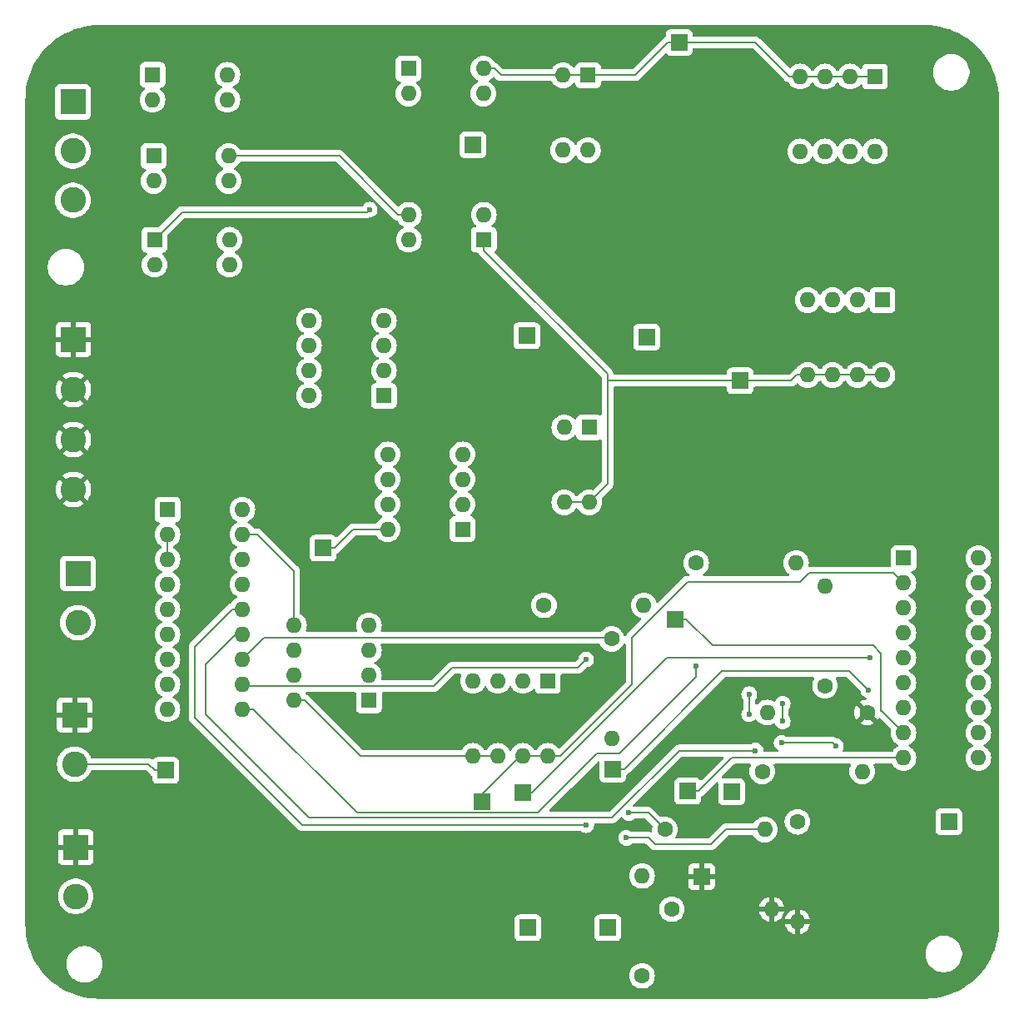
<source format=gbr>
%TF.GenerationSoftware,KiCad,Pcbnew,8.0.2*%
%TF.CreationDate,2025-04-19T11:58:39+02:00*%
%TF.ProjectId,Patje zuig men kloten,5061746a-6520-47a7-9569-67206d656e20,rev?*%
%TF.SameCoordinates,Original*%
%TF.FileFunction,Copper,L2,Bot*%
%TF.FilePolarity,Positive*%
%FSLAX46Y46*%
G04 Gerber Fmt 4.6, Leading zero omitted, Abs format (unit mm)*
G04 Created by KiCad (PCBNEW 8.0.2) date 2025-04-19 11:58:39*
%MOMM*%
%LPD*%
G01*
G04 APERTURE LIST*
%TA.AperFunction,ComponentPad*%
%ADD10C,1.600000*%
%TD*%
%TA.AperFunction,ComponentPad*%
%ADD11O,1.600000X1.600000*%
%TD*%
%TA.AperFunction,ComponentPad*%
%ADD12R,1.600000X1.600000*%
%TD*%
%TA.AperFunction,ComponentPad*%
%ADD13R,1.700000X1.700000*%
%TD*%
%TA.AperFunction,ComponentPad*%
%ADD14R,2.600000X2.600000*%
%TD*%
%TA.AperFunction,ComponentPad*%
%ADD15C,2.600000*%
%TD*%
%TA.AperFunction,ViaPad*%
%ADD16C,0.600000*%
%TD*%
%TA.AperFunction,Conductor*%
%ADD17C,0.200000*%
%TD*%
G04 APERTURE END LIST*
D10*
%TO.P,R15,1*%
%TO.N,SIG6*%
X169220000Y-118600000D03*
D11*
%TO.P,R15,2*%
%TO.N,Net-(D5-K)*%
X179380000Y-118600000D03*
%TD*%
D12*
%TO.P,SW2,1*%
%TO.N,Net-(J10-Pin_1)*%
X180687500Y-47921500D03*
D11*
%TO.P,SW2,2*%
X178147500Y-47921500D03*
%TO.P,SW2,3*%
X175607500Y-47921500D03*
%TO.P,SW2,4*%
X173067500Y-47921500D03*
%TO.P,SW2,5*%
%TO.N,Net-(R1-Pad2)*%
X173067500Y-55541500D03*
%TO.P,SW2,6*%
%TO.N,Net-(R2-Pad2)*%
X175607500Y-55541500D03*
%TO.P,SW2,7*%
%TO.N,Net-(R3-Pad1)*%
X178147500Y-55541500D03*
%TO.P,SW2,8*%
%TO.N,Net-(R4-Pad2)*%
X180687500Y-55541500D03*
%TD*%
D10*
%TO.P,R9,1*%
%TO.N,+5V*%
X157000000Y-139380000D03*
D11*
%TO.P,R9,2*%
%TO.N,Net-(U2C--)*%
X157000000Y-129220000D03*
%TD*%
D13*
%TO.P,J19,1,Pin_1*%
%TO.N,OUT5*%
X144883500Y-120777000D03*
%TD*%
D10*
%TO.P,R17,1*%
%TO.N,Net-(U3D-+)*%
X175600000Y-109880000D03*
D11*
%TO.P,R17,2*%
%TO.N,OUT9*%
X175600000Y-99720000D03*
%TD*%
D13*
%TO.P,J18,1,Pin_1*%
%TO.N,OUT8*%
X160330500Y-103124000D03*
%TD*%
%TO.P,J17,1,Pin_1*%
%TO.N,OUT7*%
X154027500Y-118364000D03*
%TD*%
D12*
%TO.P,SW6,1*%
%TO.N,Net-(J10-Pin_1)*%
X107418500Y-64516000D03*
D11*
%TO.P,SW6,2*%
%TO.N,Net-(J1-Pin_3)*%
X107418500Y-67056000D03*
%TO.P,SW6,3*%
%TO.N,Net-(D2-A)*%
X115038500Y-67056000D03*
%TO.P,SW6,4*%
%TO.N,Net-(D2-K)*%
X115038500Y-64516000D03*
%TD*%
D14*
%TO.P,J22,1,Pin_1*%
%TO.N,GND*%
X99400000Y-126300000D03*
D15*
%TO.P,J22,2,Pin_2*%
%TO.N,+5V*%
X99400000Y-131300000D03*
%TD*%
D13*
%TO.P,J7,1,Pin_1*%
%TO.N,Net-(J7-Pin_1)*%
X145264500Y-74295000D03*
%TD*%
D14*
%TO.P,J1,1,Pin_1*%
%TO.N,Net-(J1-Pin_1)*%
X99112500Y-50499000D03*
D15*
%TO.P,J1,2,Pin_2*%
%TO.N,Net-(J1-Pin_2)*%
X99112500Y-55499000D03*
%TO.P,J1,3,Pin_3*%
%TO.N,Net-(J1-Pin_3)*%
X99112500Y-60499000D03*
%TD*%
D13*
%TO.P,J21,1,Pin_1*%
%TO.N,OUT*%
X188190500Y-123698000D03*
%TD*%
D12*
%TO.P,SW14,1*%
%TO.N,SIG*%
X108731000Y-91958000D03*
D11*
%TO.P,SW14,2*%
X108731000Y-94498000D03*
%TO.P,SW14,3*%
X108731000Y-97038000D03*
%TO.P,SW14,4*%
X108731000Y-99578000D03*
%TO.P,SW14,5*%
X108731000Y-102118000D03*
%TO.P,SW14,6*%
X108731000Y-104658000D03*
%TO.P,SW14,7*%
X108731000Y-107198000D03*
%TO.P,SW14,8*%
X108731000Y-109738000D03*
%TO.P,SW14,9*%
X108731000Y-112278000D03*
%TO.P,SW14,10*%
%TO.N,SIG9*%
X116351000Y-112278000D03*
%TO.P,SW14,11*%
%TO.N,SIG8*%
X116351000Y-109738000D03*
%TO.P,SW14,12*%
%TO.N,SIG7*%
X116351000Y-107198000D03*
%TO.P,SW14,13*%
%TO.N,SIG6*%
X116351000Y-104658000D03*
%TO.P,SW14,14*%
%TO.N,SIG5*%
X116351000Y-102118000D03*
%TO.P,SW14,15*%
%TO.N,SIG4*%
X116351000Y-99578000D03*
%TO.P,SW14,16*%
%TO.N,SIG3*%
X116351000Y-97038000D03*
%TO.P,SW14,17*%
%TO.N,SIG2*%
X116351000Y-94498000D03*
%TO.P,SW14,18*%
%TO.N,SIG1*%
X116351000Y-91958000D03*
%TD*%
D12*
%TO.P,SW1,1*%
%TO.N,Net-(R4-Pad1)*%
X181449500Y-70654500D03*
D11*
%TO.P,SW1,2*%
%TO.N,Net-(R3-Pad2)*%
X178909500Y-70654500D03*
%TO.P,SW1,3*%
%TO.N,Net-(R2-Pad1)*%
X176369500Y-70654500D03*
%TO.P,SW1,4*%
%TO.N,Net-(R1-Pad1)*%
X173829500Y-70654500D03*
%TO.P,SW1,5*%
%TO.N,Net-(J6-Pin_1)*%
X173829500Y-78274500D03*
%TO.P,SW1,6*%
X176369500Y-78274500D03*
%TO.P,SW1,7*%
X178909500Y-78274500D03*
%TO.P,SW1,8*%
X181449500Y-78274500D03*
%TD*%
D13*
%TO.P,J5,1,Pin_1*%
%TO.N,GND*%
X163044500Y-129286000D03*
%TD*%
%TO.P,J16,1,Pin_1*%
%TO.N,OUT6*%
X166092500Y-120650000D03*
%TD*%
D12*
%TO.P,SW15,1*%
%TO.N,OUT1*%
X183580000Y-96901000D03*
D11*
%TO.P,SW15,2*%
%TO.N,OUT2*%
X183580000Y-99441000D03*
%TO.P,SW15,3*%
%TO.N,OUT3*%
X183580000Y-101981000D03*
%TO.P,SW15,4*%
%TO.N,OUT4*%
X183580000Y-104521000D03*
%TO.P,SW15,5*%
%TO.N,OUT5*%
X183580000Y-107061000D03*
%TO.P,SW15,6*%
%TO.N,OUT6*%
X183580000Y-109601000D03*
%TO.P,SW15,7*%
%TO.N,OUT7*%
X183580000Y-112141000D03*
%TO.P,SW15,8*%
%TO.N,OUT8*%
X183580000Y-114681000D03*
%TO.P,SW15,9*%
%TO.N,OUT9*%
X183580000Y-117221000D03*
%TO.P,SW15,10*%
%TO.N,OUT*%
X191200000Y-117221000D03*
%TO.P,SW15,11*%
X191200000Y-114681000D03*
%TO.P,SW15,12*%
X191200000Y-112141000D03*
%TO.P,SW15,13*%
X191200000Y-109601000D03*
%TO.P,SW15,14*%
X191200000Y-107061000D03*
%TO.P,SW15,15*%
X191200000Y-104521000D03*
%TO.P,SW15,16*%
X191200000Y-101981000D03*
%TO.P,SW15,17*%
X191200000Y-99441000D03*
%TO.P,SW15,18*%
X191200000Y-96901000D03*
%TD*%
D12*
%TO.P,SW10,1*%
%TO.N,Net-(Ri1-Pad1)*%
X130744000Y-80381000D03*
D11*
%TO.P,SW10,2*%
%TO.N,Net-(Ri2-Pad2)*%
X130744000Y-77841000D03*
%TO.P,SW10,3*%
%TO.N,Net-(Ri2-Pad1)*%
X130744000Y-75301000D03*
%TO.P,SW10,4*%
%TO.N,Net-(Ri1-Pad2)*%
X130744000Y-72761000D03*
%TO.P,SW10,5*%
%TO.N,SIG1*%
X123124000Y-72761000D03*
%TO.P,SW10,6*%
X123124000Y-75301000D03*
%TO.P,SW10,7*%
%TO.N,Net-(U1--)*%
X123124000Y-77841000D03*
%TO.P,SW10,8*%
X123124000Y-80381000D03*
%TD*%
D12*
%TO.P,SW8,1*%
%TO.N,Net-(D10-K)*%
X133242000Y-47112000D03*
D11*
%TO.P,SW8,2*%
%TO.N,Net-(D1-K)*%
X133242000Y-49652000D03*
%TO.P,SW8,3*%
%TO.N,Net-(J10-Pin_1)*%
X140862000Y-49652000D03*
%TO.P,SW8,4*%
X140862000Y-47112000D03*
%TD*%
D13*
%TO.P,J15,1,Pin_1*%
%TO.N,OUT9*%
X161620500Y-120603000D03*
%TD*%
%TO.P,J11,1,Pin_1*%
%TO.N,OUT1*%
X124563500Y-95885000D03*
%TD*%
D12*
%TO.P,SW7,1*%
%TO.N,Net-(J1-Pin_2)*%
X107334000Y-56002000D03*
D11*
%TO.P,SW7,2*%
X107334000Y-58542000D03*
%TO.P,SW7,3*%
%TO.N,Net-(D10-A)*%
X114954000Y-58542000D03*
%TO.P,SW7,4*%
%TO.N,Net-(SW7-Pad4)*%
X114954000Y-56002000D03*
%TD*%
D10*
%TO.P,R16,1*%
%TO.N,SIG9*%
X162500000Y-97400000D03*
D11*
%TO.P,R16,2*%
%TO.N,Net-(D11-K)*%
X172660000Y-97400000D03*
%TD*%
D13*
%TO.P,J6,1,Pin_1*%
%TO.N,Net-(J6-Pin_1)*%
X166981500Y-78867000D03*
%TD*%
%TO.P,J12,1,Pin_1*%
%TO.N,OUT2*%
X140692500Y-121666000D03*
%TD*%
D10*
%TO.P,R18,1*%
%TO.N,GND*%
X179880000Y-112600000D03*
D11*
%TO.P,R18,2*%
%TO.N,Net-(U3D-+)*%
X169720000Y-112600000D03*
%TD*%
D12*
%TO.P,SW3,1*%
%TO.N,Net-(J10-Pin_1)*%
X151492500Y-47794500D03*
D11*
%TO.P,SW3,2*%
X148952500Y-47794500D03*
%TO.P,SW3,3*%
%TO.N,Net-(C1-Pad1)*%
X148952500Y-55414500D03*
%TO.P,SW3,4*%
%TO.N,Net-(C2-Pad1)*%
X151492500Y-55414500D03*
%TD*%
D10*
%TO.P,R14,1*%
%TO.N,SIG7*%
X153900000Y-105120000D03*
D11*
%TO.P,R14,2*%
%TO.N,Net-(D4-K)*%
X153900000Y-115280000D03*
%TD*%
D10*
%TO.P,R11,1*%
%TO.N,OUT5*%
X159320000Y-124500000D03*
D11*
%TO.P,R11,2*%
%TO.N,Net-(U2D-+)*%
X169480000Y-124500000D03*
%TD*%
D13*
%TO.P,J13,1,Pin_1*%
%TO.N,OUT3*%
X145391500Y-134493000D03*
%TD*%
D12*
%TO.P,SW12,1*%
%TO.N,Net-(Ri3-Pad1)*%
X129220000Y-111369000D03*
D11*
%TO.P,SW12,2*%
%TO.N,Net-(Ri4-Pad2)*%
X129220000Y-108829000D03*
%TO.P,SW12,3*%
%TO.N,Net-(Ri4-Pad1)*%
X129220000Y-106289000D03*
%TO.P,SW12,4*%
%TO.N,Net-(Ri3-Pad2)*%
X129220000Y-103749000D03*
%TO.P,SW12,5*%
%TO.N,SIG2*%
X121600000Y-103749000D03*
%TO.P,SW12,6*%
X121600000Y-106289000D03*
%TO.P,SW12,7*%
%TO.N,Net-(U2A--)*%
X121600000Y-108829000D03*
%TO.P,SW12,8*%
X121600000Y-111369000D03*
%TD*%
D13*
%TO.P,J9,1,Pin_1*%
%TO.N,Net-(J10-Pin_1)*%
X160758500Y-44450000D03*
%TD*%
D10*
%TO.P,R10,1*%
%TO.N,Net-(U2C--)*%
X160020000Y-132600000D03*
D11*
%TO.P,R10,2*%
%TO.N,GND*%
X170180000Y-132600000D03*
%TD*%
D13*
%TO.P,J14,1,Pin_1*%
%TO.N,OUT4*%
X153519500Y-134493000D03*
%TD*%
D14*
%TO.P,J4,1,Pin_1*%
%TO.N,GND*%
X99290500Y-112856000D03*
D15*
%TO.P,J4,2,Pin_2*%
%TO.N,SIG*%
X99290500Y-117856000D03*
%TD*%
D12*
%TO.P,SW13,1*%
%TO.N,Net-(Rf3-Pad1)*%
X147413500Y-109389500D03*
D11*
%TO.P,SW13,2*%
%TO.N,Net-(Rf4-Pad2)*%
X144873500Y-109389500D03*
%TO.P,SW13,3*%
%TO.N,Net-(Rf4-Pad1)*%
X142333500Y-109389500D03*
%TO.P,SW13,4*%
%TO.N,Net-(Rf3-Pad2)*%
X139793500Y-109389500D03*
%TO.P,SW13,5*%
%TO.N,Net-(U2A--)*%
X139793500Y-117009500D03*
%TO.P,SW13,6*%
X142333500Y-117009500D03*
%TO.P,SW13,7*%
%TO.N,OUT2*%
X144873500Y-117009500D03*
%TO.P,SW13,8*%
X147413500Y-117009500D03*
%TD*%
D10*
%TO.P,R13,1*%
%TO.N,SIG8*%
X147020000Y-101700000D03*
D11*
%TO.P,R13,2*%
%TO.N,Net-(D3-A)*%
X157180000Y-101700000D03*
%TD*%
D12*
%TO.P,SW11,1*%
%TO.N,Net-(Rf2-Pad1)*%
X138745000Y-93970000D03*
D11*
%TO.P,SW11,2*%
%TO.N,Net-(Rf1-Pad2)*%
X138745000Y-91430000D03*
%TO.P,SW11,3*%
%TO.N,Net-(Rf1-Pad1)*%
X138745000Y-88890000D03*
%TO.P,SW11,4*%
%TO.N,Net-(Rf2-Pad2)*%
X138745000Y-86350000D03*
%TO.P,SW11,5*%
%TO.N,Net-(U1--)*%
X131125000Y-86350000D03*
%TO.P,SW11,6*%
X131125000Y-88890000D03*
%TO.P,SW11,7*%
%TO.N,OUT1*%
X131125000Y-91430000D03*
%TO.P,SW11,8*%
X131125000Y-93970000D03*
%TD*%
D13*
%TO.P,J20,1,Pin_1*%
%TO.N,SIG*%
X108561500Y-118491000D03*
%TD*%
D12*
%TO.P,SW9,1*%
%TO.N,Net-(J6-Pin_1)*%
X140904000Y-64521000D03*
D11*
%TO.P,SW9,2*%
X140904000Y-61981000D03*
%TO.P,SW9,3*%
%TO.N,Net-(SW7-Pad4)*%
X133284000Y-61981000D03*
%TO.P,SW9,4*%
%TO.N,Net-(D8-A)*%
X133284000Y-64521000D03*
%TD*%
D14*
%TO.P,J3,1,Pin_1*%
%TO.N,GND*%
X99163500Y-74676000D03*
D15*
%TO.P,J3,2,Pin_2*%
X99163500Y-79756000D03*
%TO.P,J3,3,Pin_3*%
X99163500Y-84836000D03*
%TO.P,J3,4,Pin_4*%
X99163500Y-89916000D03*
%TD*%
D12*
%TO.P,SW5,1*%
%TO.N,Net-(J1-Pin_1)*%
X107207000Y-47747000D03*
D11*
%TO.P,SW5,2*%
X107207000Y-50287000D03*
%TO.P,SW5,3*%
%TO.N,Net-(D1-A)*%
X114827000Y-50287000D03*
%TO.P,SW5,4*%
%TO.N,Net-(D7-A)*%
X114827000Y-47747000D03*
%TD*%
D14*
%TO.P,J2,1,Pin_1*%
%TO.N,REF-*%
X99620500Y-98465000D03*
D15*
%TO.P,J2,2,Pin_2*%
%TO.N,REF+*%
X99620500Y-103465000D03*
%TD*%
D13*
%TO.P,J10,1,Pin_1*%
%TO.N,Net-(J10-Pin_1)*%
X139803500Y-54864000D03*
%TD*%
%TO.P,J8,1,Pin_1*%
%TO.N,Net-(J8-Pin_1)*%
X157456500Y-74422000D03*
%TD*%
D10*
%TO.P,R12,1*%
%TO.N,Net-(U2D-+)*%
X172800000Y-123720000D03*
D11*
%TO.P,R12,2*%
%TO.N,GND*%
X172800000Y-133880000D03*
%TD*%
D12*
%TO.P,SW4,1*%
%TO.N,Net-(R6-Pad1)*%
X151619500Y-83608500D03*
D11*
%TO.P,SW4,2*%
%TO.N,Net-(R5-Pad2)*%
X149079500Y-83608500D03*
%TO.P,SW4,3*%
%TO.N,Net-(J6-Pin_1)*%
X149079500Y-91228500D03*
%TO.P,SW4,4*%
X151619500Y-91228500D03*
%TD*%
D16*
%TO.N,GND*%
X163068000Y-112268000D03*
X161045500Y-114448000D03*
X142367000Y-125349000D03*
X146812000Y-124968000D03*
X164846000Y-114413000D03*
X113792000Y-84836000D03*
X154559000Y-109347000D03*
X118491000Y-84836000D03*
%TO.N,OUT7*%
X180000000Y-110300000D03*
%TO.N,Net-(D5-K)*%
X171200000Y-115700000D03*
X176700000Y-116000000D03*
%TO.N,OUT9*%
X167894000Y-112776000D03*
X167894000Y-110744000D03*
%TO.N,Net-(J10-Pin_1)*%
X129286000Y-61468000D03*
%TO.N,OUT3*%
X171300000Y-113500000D03*
X171300000Y-111700000D03*
%TO.N,OUT5*%
X155655000Y-122809000D03*
X180200000Y-107000000D03*
%TO.N,Net-(U2D-+)*%
X155400000Y-125349000D03*
%TO.N,SIG8*%
X151300000Y-107200000D03*
%TO.N,SIG6*%
X168530800Y-116469500D03*
%TO.N,SIG9*%
X162500000Y-107900000D03*
%TO.N,SIG5*%
X151308200Y-124052400D03*
%TD*%
D17*
%TO.N,GND*%
X146685000Y-124841000D02*
X146812000Y-124968000D01*
X163068000Y-112649000D02*
X163068000Y-112268000D01*
X164832000Y-114413000D02*
X163068000Y-112649000D01*
X113792000Y-84836000D02*
X118491000Y-84836000D01*
X142621000Y-124841000D02*
X146685000Y-124841000D01*
X164846000Y-114413000D02*
X164832000Y-114413000D01*
X142367000Y-125349000D02*
X142367000Y-125095000D01*
X163068000Y-112425500D02*
X161045500Y-114448000D01*
X142367000Y-125095000D02*
X142621000Y-124841000D01*
X163068000Y-112268000D02*
X163068000Y-112425500D01*
%TO.N,OUT8*%
X161482200Y-103124000D02*
X160330500Y-103124000D01*
X181294000Y-112406000D02*
X181294000Y-106600200D01*
X181294000Y-106600200D02*
X180484800Y-105791000D01*
X164149200Y-105791000D02*
X161482200Y-103124000D01*
X181294000Y-112395000D02*
X183580000Y-114681000D01*
X180484800Y-105791000D02*
X164149200Y-105791000D01*
%TO.N,OUT7*%
X155179200Y-118364000D02*
X154027500Y-118364000D01*
X178100000Y-108400000D02*
X165143200Y-108400000D01*
X165143200Y-108400000D02*
X155179200Y-118364000D01*
X180000000Y-110300000D02*
X178100000Y-108400000D01*
%TO.N,Net-(D5-K)*%
X176400000Y-115700000D02*
X171200000Y-115700000D01*
X176700000Y-116000000D02*
X176400000Y-115700000D01*
%TO.N,OUT9*%
X166154200Y-117221000D02*
X162772200Y-120603000D01*
X162772200Y-120603000D02*
X161620500Y-120603000D01*
X183580000Y-117221000D02*
X166154200Y-117221000D01*
X167894000Y-112776000D02*
X167894000Y-110744000D01*
%TO.N,SIG*%
X108561500Y-118491000D02*
X107409800Y-118491000D01*
X108731000Y-97038000D02*
X108731000Y-94498000D01*
X106774800Y-117856000D02*
X107409800Y-118491000D01*
X99290500Y-117856000D02*
X106774800Y-117856000D01*
%TO.N,Net-(J6-Pin_1)*%
X173829500Y-78274500D02*
X172727800Y-78274500D01*
X178909500Y-78274500D02*
X176369500Y-78274500D01*
X152170400Y-90677600D02*
X151619500Y-90677600D01*
X181449500Y-78274500D02*
X178909500Y-78274500D01*
X153478100Y-78196800D02*
X153478100Y-78867000D01*
X151619500Y-91228500D02*
X149079500Y-91228500D01*
X166981500Y-78867000D02*
X165829800Y-78867000D01*
X153478100Y-78867000D02*
X165829800Y-78867000D01*
X153478100Y-89369900D02*
X152170400Y-90677600D01*
X140904000Y-65622700D02*
X153478100Y-78196800D01*
X166981500Y-78867000D02*
X172135300Y-78867000D01*
X176369500Y-78274500D02*
X173829500Y-78274500D01*
X151619500Y-90677600D02*
X151619500Y-91228500D01*
X172135300Y-78867000D02*
X172727800Y-78274500D01*
X153478100Y-78867000D02*
X153478100Y-89369900D01*
X140904000Y-64521000D02*
X140904000Y-65622700D01*
%TO.N,Net-(J10-Pin_1)*%
X129032000Y-61722000D02*
X129286000Y-61468000D01*
X142646200Y-47794500D02*
X141963700Y-47112000D01*
X107418500Y-64516000D02*
X110212500Y-61722000D01*
X160758500Y-44450000D02*
X159606800Y-44450000D01*
X156262300Y-47794500D02*
X159606800Y-44450000D01*
X110212500Y-61722000D02*
X128143000Y-61722000D01*
X160758500Y-44450000D02*
X168494300Y-44450000D01*
X173067500Y-47921500D02*
X175607500Y-47921500D01*
X172516700Y-47921500D02*
X171965800Y-47921500D01*
X178147500Y-47921500D02*
X180687500Y-47921500D01*
X148952500Y-47794500D02*
X151492500Y-47794500D01*
X140862000Y-47112000D02*
X141963700Y-47112000D01*
X172516700Y-47921500D02*
X173067500Y-47921500D01*
X148952500Y-47794500D02*
X142646200Y-47794500D01*
X175607500Y-47921500D02*
X178147500Y-47921500D01*
X151492500Y-47794500D02*
X156262300Y-47794500D01*
X128143000Y-61722000D02*
X129032000Y-61722000D01*
X168494300Y-44450000D02*
X171965800Y-47921500D01*
%TO.N,OUT1*%
X127630200Y-93970000D02*
X125715200Y-95885000D01*
X124563500Y-95885000D02*
X125715200Y-95885000D01*
X131125000Y-93970000D02*
X127630200Y-93970000D01*
%TO.N,OUT2*%
X182539000Y-98400000D02*
X183580000Y-99441000D01*
X140692500Y-120927500D02*
X144610500Y-117009500D01*
X155929500Y-109770500D02*
X155929500Y-104970500D01*
X147413500Y-117009500D02*
X144873500Y-117009500D01*
X148690500Y-117009500D02*
X155929500Y-109770500D01*
X173100000Y-99300000D02*
X174000000Y-98400000D01*
X140692500Y-121666000D02*
X140692500Y-120927500D01*
X161600000Y-99300000D02*
X173100000Y-99300000D01*
X155929500Y-104970500D02*
X161600000Y-99300000D01*
X144610500Y-117009500D02*
X144873500Y-117009500D01*
X147413500Y-117009500D02*
X148690500Y-117009500D01*
X174000000Y-98400000D02*
X182539000Y-98400000D01*
%TO.N,OUT3*%
X171300000Y-111700000D02*
X171300000Y-113500000D01*
%TO.N,OUT5*%
X157620000Y-122800000D02*
X155664000Y-122800000D01*
X145823000Y-120777000D02*
X159539000Y-107061000D01*
X180189500Y-107061000D02*
X180189500Y-107010500D01*
X144883500Y-120777000D02*
X145823000Y-120777000D01*
X159320000Y-124500000D02*
X157620000Y-122800000D01*
X180189500Y-107010500D02*
X180200000Y-107000000D01*
X155664000Y-122800000D02*
X155655000Y-122809000D01*
X159539000Y-107061000D02*
X180189500Y-107061000D01*
%TO.N,Net-(U2D-+)*%
X158300000Y-126000000D02*
X157649000Y-125349000D01*
X157649000Y-125349000D02*
X155400000Y-125349000D01*
X164000000Y-126000000D02*
X158300000Y-126000000D01*
X165500000Y-124500000D02*
X164000000Y-126000000D01*
X169480000Y-124500000D02*
X165500000Y-124500000D01*
%TO.N,SIG8*%
X150423000Y-108077000D02*
X137652700Y-108077000D01*
X151300000Y-107200000D02*
X150423000Y-108077000D01*
X135794100Y-109935600D02*
X116548600Y-109935600D01*
X137652700Y-108077000D02*
X135794100Y-109935600D01*
X116548600Y-109935600D02*
X116351000Y-109738000D01*
%TO.N,SIG7*%
X153780000Y-105000000D02*
X118524500Y-105000000D01*
X153900000Y-105120000D02*
X153780000Y-105000000D01*
X118524500Y-105000000D02*
X116351000Y-107173500D01*
X116351000Y-107173500D02*
X116351000Y-107198000D01*
%TO.N,SIG6*%
X168530800Y-116469500D02*
X160764900Y-116469500D01*
X112649000Y-112776000D02*
X112649000Y-107696000D01*
X153962500Y-123271900D02*
X123144900Y-123271900D01*
X112649000Y-107696000D02*
X115687000Y-104658000D01*
X160764900Y-116469500D02*
X153962500Y-123271900D01*
X123144900Y-123271900D02*
X112649000Y-112776000D01*
X115687000Y-104658000D02*
X116351000Y-104658000D01*
%TO.N,SIG9*%
X162500000Y-109000000D02*
X154700000Y-116800000D01*
X127992400Y-122817700D02*
X117452700Y-112278000D01*
X152400000Y-116800000D02*
X146382300Y-122817700D01*
X162500000Y-107900000D02*
X162500000Y-109000000D01*
X154700000Y-116800000D02*
X152400000Y-116800000D01*
X117452700Y-112278000D02*
X116351000Y-112278000D01*
X146382300Y-122817700D02*
X127992400Y-122817700D01*
%TO.N,Net-(SW7-Pad4)*%
X126203300Y-56002000D02*
X114954000Y-56002000D01*
X133284000Y-61981000D02*
X132182300Y-61981000D01*
X132182300Y-61981000D02*
X126203300Y-56002000D01*
%TO.N,Net-(U2A--)*%
X128342200Y-117009500D02*
X122701700Y-111369000D01*
X142333500Y-117009500D02*
X139793500Y-117009500D01*
X139793500Y-117009500D02*
X128342200Y-117009500D01*
X121600000Y-111369000D02*
X122701700Y-111369000D01*
%TO.N,SIG2*%
X117866000Y-94498000D02*
X116351000Y-94498000D01*
X121600000Y-98232000D02*
X117866000Y-94498000D01*
X121600000Y-103749000D02*
X121600000Y-98232000D01*
%TO.N,SIG5*%
X111506000Y-105918000D02*
X111506000Y-113157000D01*
X115306000Y-102118000D02*
X111506000Y-105918000D01*
X116351000Y-102118000D02*
X115306000Y-102118000D01*
X111506000Y-113157000D02*
X122401400Y-124052400D01*
X122401400Y-124052400D02*
X151308200Y-124052400D01*
%TD*%
%TA.AperFunction,Conductor*%
%TO.N,GND*%
G36*
X174457053Y-109020185D02*
G01*
X174502808Y-109072989D01*
X174512752Y-109142147D01*
X174491589Y-109195621D01*
X174482000Y-109209316D01*
X174469432Y-109227265D01*
X174469431Y-109227267D01*
X174373261Y-109433502D01*
X174373258Y-109433511D01*
X174314366Y-109653302D01*
X174314364Y-109653313D01*
X174294532Y-109879998D01*
X174294532Y-109880001D01*
X174314364Y-110106686D01*
X174314366Y-110106697D01*
X174373258Y-110326488D01*
X174373261Y-110326497D01*
X174469431Y-110532732D01*
X174469432Y-110532734D01*
X174599954Y-110719141D01*
X174760858Y-110880045D01*
X174760861Y-110880047D01*
X174947266Y-111010568D01*
X175153504Y-111106739D01*
X175153509Y-111106740D01*
X175153511Y-111106741D01*
X175204421Y-111120382D01*
X175373308Y-111165635D01*
X175535230Y-111179801D01*
X175599998Y-111185468D01*
X175600000Y-111185468D01*
X175600002Y-111185468D01*
X175656673Y-111180509D01*
X175826692Y-111165635D01*
X176046496Y-111106739D01*
X176252734Y-111010568D01*
X176439139Y-110880047D01*
X176600047Y-110719139D01*
X176730568Y-110532734D01*
X176826739Y-110326496D01*
X176885635Y-110106692D01*
X176905468Y-109880000D01*
X176901617Y-109835988D01*
X176897451Y-109788368D01*
X176885635Y-109653308D01*
X176826739Y-109433504D01*
X176730568Y-109227266D01*
X176708410Y-109195621D01*
X176686084Y-109129417D01*
X176703094Y-109061650D01*
X176754042Y-109013837D01*
X176809986Y-109000500D01*
X177799903Y-109000500D01*
X177866942Y-109020185D01*
X177887584Y-109036819D01*
X179169298Y-110318534D01*
X179202783Y-110379857D01*
X179204837Y-110392331D01*
X179214630Y-110479249D01*
X179274210Y-110649521D01*
X179333577Y-110744003D01*
X179370184Y-110802262D01*
X179497738Y-110929816D01*
X179626252Y-111010567D01*
X179650478Y-111025789D01*
X179767972Y-111066902D01*
X179824748Y-111107624D01*
X179850496Y-111172577D01*
X179837040Y-111241138D01*
X179788653Y-111291541D01*
X179737826Y-111307472D01*
X179653399Y-111314858D01*
X179653389Y-111314860D01*
X179433682Y-111373730D01*
X179433673Y-111373734D01*
X179227516Y-111469866D01*
X179227512Y-111469868D01*
X179154526Y-111520973D01*
X179154526Y-111520974D01*
X179833553Y-112200000D01*
X179827339Y-112200000D01*
X179725606Y-112227259D01*
X179634394Y-112279920D01*
X179559920Y-112354394D01*
X179507259Y-112445606D01*
X179480000Y-112547339D01*
X179480000Y-112553552D01*
X178800974Y-111874526D01*
X178800973Y-111874526D01*
X178749868Y-111947512D01*
X178749866Y-111947516D01*
X178653734Y-112153673D01*
X178653730Y-112153682D01*
X178594860Y-112373389D01*
X178594858Y-112373400D01*
X178575034Y-112599997D01*
X178575034Y-112600002D01*
X178594858Y-112826599D01*
X178594860Y-112826610D01*
X178653730Y-113046317D01*
X178653735Y-113046331D01*
X178749863Y-113252478D01*
X178800974Y-113325472D01*
X179480000Y-112646446D01*
X179480000Y-112652661D01*
X179507259Y-112754394D01*
X179559920Y-112845606D01*
X179634394Y-112920080D01*
X179725606Y-112972741D01*
X179827339Y-113000000D01*
X179833553Y-113000000D01*
X179154526Y-113679025D01*
X179227513Y-113730132D01*
X179227521Y-113730136D01*
X179433668Y-113826264D01*
X179433682Y-113826269D01*
X179653389Y-113885139D01*
X179653400Y-113885141D01*
X179879998Y-113904966D01*
X179880002Y-113904966D01*
X180106599Y-113885141D01*
X180106610Y-113885139D01*
X180326317Y-113826269D01*
X180326331Y-113826264D01*
X180532478Y-113730136D01*
X180605471Y-113679024D01*
X179926447Y-113000000D01*
X179932661Y-113000000D01*
X180034394Y-112972741D01*
X180125606Y-112920080D01*
X180200080Y-112845606D01*
X180252741Y-112754394D01*
X180280000Y-112652661D01*
X180280000Y-112646447D01*
X180959024Y-113325471D01*
X181010131Y-113252487D01*
X181028186Y-113213766D01*
X181074357Y-113161325D01*
X181141550Y-113142171D01*
X181208432Y-113162385D01*
X181228251Y-113178486D01*
X182288058Y-114238293D01*
X182321543Y-114299616D01*
X182320152Y-114358067D01*
X182294366Y-114454302D01*
X182294364Y-114454313D01*
X182274532Y-114680998D01*
X182274532Y-114681001D01*
X182294364Y-114907686D01*
X182294366Y-114907697D01*
X182353258Y-115127488D01*
X182353261Y-115127497D01*
X182449431Y-115333732D01*
X182449432Y-115333734D01*
X182579954Y-115520141D01*
X182740858Y-115681045D01*
X182740861Y-115681047D01*
X182927266Y-115811568D01*
X182985275Y-115838618D01*
X183037714Y-115884791D01*
X183056866Y-115951984D01*
X183036650Y-116018865D01*
X182985275Y-116063382D01*
X182927267Y-116090431D01*
X182927265Y-116090432D01*
X182740858Y-116220954D01*
X182579954Y-116381858D01*
X182518591Y-116469496D01*
X182449881Y-116567624D01*
X182395307Y-116611248D01*
X182348308Y-116620500D01*
X177479883Y-116620500D01*
X177412844Y-116600815D01*
X177367089Y-116548011D01*
X177357145Y-116478853D01*
X177374890Y-116430527D01*
X177425788Y-116349524D01*
X177432684Y-116329816D01*
X177485368Y-116179255D01*
X177486370Y-116170361D01*
X177505565Y-116000003D01*
X177505565Y-115999996D01*
X177485369Y-115820750D01*
X177485368Y-115820745D01*
X177452386Y-115726488D01*
X177425789Y-115650478D01*
X177329816Y-115497738D01*
X177202262Y-115370184D01*
X177058737Y-115280001D01*
X177049521Y-115274210D01*
X176879249Y-115214630D01*
X176757189Y-115200877D01*
X176709075Y-115185045D01*
X176666936Y-115160717D01*
X176666936Y-115160716D01*
X176666931Y-115160715D01*
X176631785Y-115140423D01*
X176479057Y-115099499D01*
X176320943Y-115099499D01*
X176313347Y-115099499D01*
X176313331Y-115099500D01*
X171782412Y-115099500D01*
X171715373Y-115079815D01*
X171705097Y-115072445D01*
X171702263Y-115070185D01*
X171702262Y-115070184D01*
X171645496Y-115034515D01*
X171549523Y-114974211D01*
X171379254Y-114914631D01*
X171379249Y-114914630D01*
X171200004Y-114894435D01*
X171199996Y-114894435D01*
X171020750Y-114914630D01*
X171020745Y-114914631D01*
X170850476Y-114974211D01*
X170697737Y-115070184D01*
X170570184Y-115197737D01*
X170474211Y-115350476D01*
X170414631Y-115520745D01*
X170414630Y-115520750D01*
X170394435Y-115699996D01*
X170394435Y-115700003D01*
X170414630Y-115879249D01*
X170414631Y-115879254D01*
X170474211Y-116049523D01*
X170503239Y-116095720D01*
X170570184Y-116202262D01*
X170697738Y-116329816D01*
X170743433Y-116358528D01*
X170795917Y-116391506D01*
X170842208Y-116443841D01*
X170852856Y-116512895D01*
X170824481Y-116576743D01*
X170766091Y-116615115D01*
X170729945Y-116620500D01*
X169458107Y-116620500D01*
X169391068Y-116600815D01*
X169345313Y-116548011D01*
X169334887Y-116482614D01*
X169336365Y-116469498D01*
X169336365Y-116469496D01*
X169316169Y-116290250D01*
X169316168Y-116290245D01*
X169302548Y-116251322D01*
X169256589Y-116119978D01*
X169241345Y-116095718D01*
X169212319Y-116049523D01*
X169160616Y-115967238D01*
X169033062Y-115839684D01*
X168942465Y-115782758D01*
X168880323Y-115743711D01*
X168710054Y-115684131D01*
X168710049Y-115684130D01*
X168530804Y-115663935D01*
X168530796Y-115663935D01*
X168351550Y-115684130D01*
X168351545Y-115684131D01*
X168181276Y-115743711D01*
X168028536Y-115839685D01*
X168025703Y-115841945D01*
X168023524Y-115842834D01*
X168022642Y-115843389D01*
X168022544Y-115843234D01*
X167961017Y-115868355D01*
X167948388Y-115869000D01*
X160685841Y-115869000D01*
X160648775Y-115878931D01*
X160648776Y-115878932D01*
X160533114Y-115909923D01*
X160533109Y-115909926D01*
X160396190Y-115988975D01*
X160396182Y-115988981D01*
X160284378Y-116100786D01*
X153750084Y-122635081D01*
X153688761Y-122668566D01*
X153662403Y-122671400D01*
X147677197Y-122671400D01*
X147610158Y-122651715D01*
X147564403Y-122598911D01*
X147554459Y-122529753D01*
X147583484Y-122466197D01*
X147589516Y-122459719D01*
X149770054Y-120279181D01*
X152465321Y-117583913D01*
X152526642Y-117550430D01*
X152596334Y-117555414D01*
X152652267Y-117597286D01*
X152676684Y-117662750D01*
X152677000Y-117671596D01*
X152677000Y-119261870D01*
X152677001Y-119261876D01*
X152683408Y-119321483D01*
X152733702Y-119456328D01*
X152733706Y-119456335D01*
X152819952Y-119571544D01*
X152819955Y-119571547D01*
X152935164Y-119657793D01*
X152935171Y-119657797D01*
X153070017Y-119708091D01*
X153070016Y-119708091D01*
X153076944Y-119708835D01*
X153129627Y-119714500D01*
X154925372Y-119714499D01*
X154984983Y-119708091D01*
X155119831Y-119657796D01*
X155235046Y-119571546D01*
X155321296Y-119456331D01*
X155371591Y-119321483D01*
X155378000Y-119261873D01*
X155377999Y-119014210D01*
X155397683Y-118947172D01*
X155439994Y-118906827D01*
X155461104Y-118894639D01*
X155547916Y-118844520D01*
X155659720Y-118732716D01*
X155659720Y-118732714D01*
X155669928Y-118722507D01*
X155669929Y-118722504D01*
X163648439Y-110743996D01*
X167088435Y-110743996D01*
X167088435Y-110744003D01*
X167108630Y-110923249D01*
X167108631Y-110923254D01*
X167168211Y-111093523D01*
X167225985Y-111185468D01*
X167260964Y-111241138D01*
X167264185Y-111246263D01*
X167266445Y-111249097D01*
X167267334Y-111251275D01*
X167267889Y-111252158D01*
X167267734Y-111252255D01*
X167292855Y-111313783D01*
X167293500Y-111326412D01*
X167293500Y-112193587D01*
X167273815Y-112260626D01*
X167266450Y-112270896D01*
X167264186Y-112273734D01*
X167168211Y-112426476D01*
X167108631Y-112596745D01*
X167108630Y-112596750D01*
X167088435Y-112775996D01*
X167088435Y-112776003D01*
X167108630Y-112955249D01*
X167108631Y-112955254D01*
X167168211Y-113125523D01*
X167223658Y-113213766D01*
X167264184Y-113278262D01*
X167391738Y-113405816D01*
X167445634Y-113439681D01*
X167541635Y-113500003D01*
X167544478Y-113501789D01*
X167683483Y-113550429D01*
X167714745Y-113561368D01*
X167714750Y-113561369D01*
X167893996Y-113581565D01*
X167894000Y-113581565D01*
X167894004Y-113581565D01*
X168073249Y-113561369D01*
X168073252Y-113561368D01*
X168073255Y-113561368D01*
X168243522Y-113501789D01*
X168396262Y-113405816D01*
X168468430Y-113333647D01*
X168529749Y-113300165D01*
X168599441Y-113305149D01*
X168655375Y-113347020D01*
X168657683Y-113350208D01*
X168719954Y-113439141D01*
X168880858Y-113600045D01*
X168880861Y-113600047D01*
X169067266Y-113730568D01*
X169273504Y-113826739D01*
X169493308Y-113885635D01*
X169655230Y-113899801D01*
X169719998Y-113905468D01*
X169720000Y-113905468D01*
X169720002Y-113905468D01*
X169776673Y-113900509D01*
X169946692Y-113885635D01*
X170166496Y-113826739D01*
X170372734Y-113730568D01*
X170372742Y-113730562D01*
X170376101Y-113728624D01*
X170444000Y-113712146D01*
X170510028Y-113734993D01*
X170553223Y-113789911D01*
X170555151Y-113795052D01*
X170574210Y-113849521D01*
X170596592Y-113885141D01*
X170670184Y-114002262D01*
X170797738Y-114129816D01*
X170950478Y-114225789D01*
X171057884Y-114263372D01*
X171120745Y-114285368D01*
X171120750Y-114285369D01*
X171299996Y-114305565D01*
X171300000Y-114305565D01*
X171300004Y-114305565D01*
X171479249Y-114285369D01*
X171479252Y-114285368D01*
X171479255Y-114285368D01*
X171649522Y-114225789D01*
X171802262Y-114129816D01*
X171929816Y-114002262D01*
X172025789Y-113849522D01*
X172085368Y-113679255D01*
X172089274Y-113644590D01*
X172105565Y-113500003D01*
X172105565Y-113499996D01*
X172085369Y-113320750D01*
X172085368Y-113320745D01*
X172077625Y-113298618D01*
X172025789Y-113150478D01*
X172020569Y-113142171D01*
X171975440Y-113070348D01*
X171929816Y-112997738D01*
X171929814Y-112997736D01*
X171929813Y-112997734D01*
X171927550Y-112994896D01*
X171926659Y-112992715D01*
X171926111Y-112991842D01*
X171926264Y-112991745D01*
X171901144Y-112930209D01*
X171900500Y-112917587D01*
X171900500Y-112282412D01*
X171920185Y-112215373D01*
X171927555Y-112205097D01*
X171929810Y-112202267D01*
X171929816Y-112202262D01*
X172025789Y-112049522D01*
X172085368Y-111879255D01*
X172085901Y-111874526D01*
X172105565Y-111700003D01*
X172105565Y-111699996D01*
X172085369Y-111520750D01*
X172085368Y-111520745D01*
X172025789Y-111350478D01*
X172003407Y-111314858D01*
X171964010Y-111252158D01*
X171929816Y-111197738D01*
X171802262Y-111070184D01*
X171789879Y-111062403D01*
X171649523Y-110974211D01*
X171479254Y-110914631D01*
X171479249Y-110914630D01*
X171300004Y-110894435D01*
X171299996Y-110894435D01*
X171120750Y-110914630D01*
X171120745Y-110914631D01*
X170950476Y-110974211D01*
X170797737Y-111070184D01*
X170670184Y-111197737D01*
X170574209Y-111350480D01*
X170555150Y-111404948D01*
X170514429Y-111461724D01*
X170449476Y-111487471D01*
X170380914Y-111474015D01*
X170376117Y-111471384D01*
X170372744Y-111469437D01*
X170372735Y-111469433D01*
X170372734Y-111469432D01*
X170234449Y-111404948D01*
X170166497Y-111373261D01*
X170166488Y-111373258D01*
X169946697Y-111314366D01*
X169946693Y-111314365D01*
X169946692Y-111314365D01*
X169946691Y-111314364D01*
X169946686Y-111314364D01*
X169720002Y-111294532D01*
X169719998Y-111294532D01*
X169493313Y-111314364D01*
X169493302Y-111314366D01*
X169273511Y-111373258D01*
X169273502Y-111373261D01*
X169067267Y-111469431D01*
X169067265Y-111469432D01*
X168880858Y-111599954D01*
X168719951Y-111760861D01*
X168716474Y-111765006D01*
X168715594Y-111764268D01*
X168665496Y-111804312D01*
X168595997Y-111811504D01*
X168533643Y-111779980D01*
X168498231Y-111719750D01*
X168494500Y-111689563D01*
X168494500Y-111326412D01*
X168514185Y-111259373D01*
X168521555Y-111249097D01*
X168523810Y-111246267D01*
X168523816Y-111246262D01*
X168619789Y-111093522D01*
X168679368Y-110923255D01*
X168680340Y-110914630D01*
X168699565Y-110744003D01*
X168699565Y-110743996D01*
X168679369Y-110564750D01*
X168679368Y-110564745D01*
X168632858Y-110431828D01*
X168619789Y-110394478D01*
X168617436Y-110390734D01*
X168563136Y-110304316D01*
X168523816Y-110241738D01*
X168396262Y-110114184D01*
X168384329Y-110106686D01*
X168243523Y-110018211D01*
X168073254Y-109958631D01*
X168073249Y-109958630D01*
X167894004Y-109938435D01*
X167893996Y-109938435D01*
X167714750Y-109958630D01*
X167714745Y-109958631D01*
X167544476Y-110018211D01*
X167391737Y-110114184D01*
X167264184Y-110241737D01*
X167168211Y-110394476D01*
X167108631Y-110564745D01*
X167108630Y-110564750D01*
X167088435Y-110743996D01*
X163648439Y-110743996D01*
X165355616Y-109036819D01*
X165416939Y-109003334D01*
X165443297Y-109000500D01*
X174390014Y-109000500D01*
X174457053Y-109020185D01*
G37*
%TD.AperFunction*%
%TA.AperFunction,Conductor*%
G36*
X155272865Y-105588292D02*
G01*
X155318200Y-105641457D01*
X155329000Y-105692072D01*
X155329000Y-109470402D01*
X155309315Y-109537441D01*
X155292681Y-109558083D01*
X148627942Y-116222821D01*
X148566619Y-116256306D01*
X148496927Y-116251322D01*
X148440994Y-116209450D01*
X148438686Y-116206263D01*
X148413545Y-116170358D01*
X148252641Y-116009454D01*
X148066234Y-115878932D01*
X148066232Y-115878931D01*
X147859997Y-115782761D01*
X147859988Y-115782758D01*
X147640197Y-115723866D01*
X147640193Y-115723865D01*
X147640192Y-115723865D01*
X147640191Y-115723864D01*
X147640186Y-115723864D01*
X147413502Y-115704032D01*
X147413498Y-115704032D01*
X147186813Y-115723864D01*
X147186802Y-115723866D01*
X146967011Y-115782758D01*
X146967002Y-115782761D01*
X146760767Y-115878931D01*
X146760765Y-115878932D01*
X146574358Y-116009454D01*
X146413454Y-116170358D01*
X146356764Y-116251322D01*
X146283381Y-116356124D01*
X146228807Y-116399748D01*
X146181808Y-116409000D01*
X146105192Y-116409000D01*
X146038153Y-116389315D01*
X146003619Y-116356125D01*
X145873547Y-116170361D01*
X145873545Y-116170358D01*
X145712641Y-116009454D01*
X145526234Y-115878932D01*
X145526232Y-115878931D01*
X145319997Y-115782761D01*
X145319988Y-115782758D01*
X145100197Y-115723866D01*
X145100193Y-115723865D01*
X145100192Y-115723865D01*
X145100191Y-115723864D01*
X145100186Y-115723864D01*
X144873502Y-115704032D01*
X144873498Y-115704032D01*
X144646813Y-115723864D01*
X144646802Y-115723866D01*
X144427011Y-115782758D01*
X144427002Y-115782761D01*
X144220767Y-115878931D01*
X144220765Y-115878932D01*
X144034358Y-116009454D01*
X143873454Y-116170358D01*
X143742932Y-116356765D01*
X143742931Y-116356767D01*
X143715882Y-116414775D01*
X143669709Y-116467214D01*
X143602516Y-116486366D01*
X143535635Y-116466150D01*
X143491118Y-116414775D01*
X143484111Y-116399748D01*
X143464068Y-116356766D01*
X143333547Y-116170361D01*
X143333545Y-116170358D01*
X143172641Y-116009454D01*
X142986234Y-115878932D01*
X142986232Y-115878931D01*
X142779997Y-115782761D01*
X142779988Y-115782758D01*
X142560197Y-115723866D01*
X142560193Y-115723865D01*
X142560192Y-115723865D01*
X142560191Y-115723864D01*
X142560186Y-115723864D01*
X142333502Y-115704032D01*
X142333498Y-115704032D01*
X142106813Y-115723864D01*
X142106802Y-115723866D01*
X141887011Y-115782758D01*
X141887002Y-115782761D01*
X141680767Y-115878931D01*
X141680765Y-115878932D01*
X141494358Y-116009454D01*
X141333454Y-116170358D01*
X141276764Y-116251322D01*
X141203381Y-116356124D01*
X141148807Y-116399748D01*
X141101808Y-116409000D01*
X141025192Y-116409000D01*
X140958153Y-116389315D01*
X140923619Y-116356125D01*
X140793547Y-116170361D01*
X140793545Y-116170358D01*
X140632641Y-116009454D01*
X140446234Y-115878932D01*
X140446232Y-115878931D01*
X140239997Y-115782761D01*
X140239988Y-115782758D01*
X140020197Y-115723866D01*
X140020193Y-115723865D01*
X140020192Y-115723865D01*
X140020191Y-115723864D01*
X140020186Y-115723864D01*
X139793502Y-115704032D01*
X139793498Y-115704032D01*
X139566813Y-115723864D01*
X139566802Y-115723866D01*
X139347011Y-115782758D01*
X139347002Y-115782761D01*
X139140767Y-115878931D01*
X139140765Y-115878932D01*
X138954358Y-116009454D01*
X138793454Y-116170358D01*
X138736764Y-116251322D01*
X138663381Y-116356124D01*
X138608807Y-116399748D01*
X138561808Y-116409000D01*
X128642298Y-116409000D01*
X128575259Y-116389315D01*
X128554617Y-116372681D01*
X123189290Y-111007355D01*
X123189288Y-111007352D01*
X123070417Y-110888481D01*
X123070412Y-110888477D01*
X122965209Y-110827739D01*
X122965207Y-110827738D01*
X122933487Y-110809424D01*
X122933486Y-110809423D01*
X122933485Y-110809423D01*
X122823208Y-110779873D01*
X122763550Y-110743510D01*
X122733021Y-110680662D01*
X122741316Y-110611287D01*
X122785801Y-110557409D01*
X122852354Y-110536135D01*
X122855304Y-110536100D01*
X127795500Y-110536100D01*
X127862539Y-110555785D01*
X127908294Y-110608589D01*
X127919500Y-110660100D01*
X127919500Y-112216870D01*
X127919501Y-112216876D01*
X127925908Y-112276483D01*
X127976202Y-112411328D01*
X127976206Y-112411335D01*
X128062452Y-112526544D01*
X128062455Y-112526547D01*
X128177664Y-112612793D01*
X128177671Y-112612797D01*
X128312517Y-112663091D01*
X128312516Y-112663091D01*
X128319444Y-112663835D01*
X128372127Y-112669500D01*
X130067872Y-112669499D01*
X130127483Y-112663091D01*
X130262331Y-112612796D01*
X130377546Y-112526546D01*
X130463796Y-112411331D01*
X130514091Y-112276483D01*
X130520500Y-112216873D01*
X130520499Y-110660099D01*
X130540184Y-110593061D01*
X130592987Y-110547306D01*
X130644499Y-110536100D01*
X135707431Y-110536100D01*
X135707447Y-110536101D01*
X135715043Y-110536101D01*
X135873154Y-110536101D01*
X135873157Y-110536101D01*
X136025885Y-110495177D01*
X136092324Y-110456818D01*
X136162816Y-110416120D01*
X136274620Y-110304316D01*
X136274620Y-110304314D01*
X136284824Y-110294111D01*
X136284827Y-110294106D01*
X137865116Y-108713819D01*
X137926439Y-108680334D01*
X137952797Y-108677500D01*
X138495927Y-108677500D01*
X138562966Y-108697185D01*
X138608721Y-108749989D01*
X138618665Y-108819147D01*
X138608309Y-108853905D01*
X138566762Y-108943002D01*
X138566758Y-108943011D01*
X138507866Y-109162802D01*
X138507864Y-109162813D01*
X138488032Y-109389498D01*
X138488032Y-109389501D01*
X138507864Y-109616186D01*
X138507866Y-109616197D01*
X138566758Y-109835988D01*
X138566761Y-109835997D01*
X138662931Y-110042232D01*
X138662932Y-110042234D01*
X138793454Y-110228641D01*
X138954358Y-110389545D01*
X138992314Y-110416122D01*
X139140766Y-110520068D01*
X139347004Y-110616239D01*
X139566808Y-110675135D01*
X139728730Y-110689301D01*
X139793498Y-110694968D01*
X139793500Y-110694968D01*
X139793502Y-110694968D01*
X139850307Y-110689998D01*
X140020192Y-110675135D01*
X140239996Y-110616239D01*
X140446234Y-110520068D01*
X140632639Y-110389547D01*
X140793547Y-110228639D01*
X140924068Y-110042234D01*
X140951118Y-109984224D01*
X140997290Y-109931785D01*
X141064483Y-109912633D01*
X141131365Y-109932848D01*
X141175882Y-109984225D01*
X141202929Y-110042228D01*
X141202932Y-110042234D01*
X141333454Y-110228641D01*
X141494358Y-110389545D01*
X141532314Y-110416122D01*
X141680766Y-110520068D01*
X141887004Y-110616239D01*
X142106808Y-110675135D01*
X142268730Y-110689301D01*
X142333498Y-110694968D01*
X142333500Y-110694968D01*
X142333502Y-110694968D01*
X142390307Y-110689998D01*
X142560192Y-110675135D01*
X142779996Y-110616239D01*
X142986234Y-110520068D01*
X143172639Y-110389547D01*
X143333547Y-110228639D01*
X143464068Y-110042234D01*
X143491118Y-109984224D01*
X143537290Y-109931785D01*
X143604483Y-109912633D01*
X143671365Y-109932848D01*
X143715882Y-109984225D01*
X143742929Y-110042228D01*
X143742932Y-110042234D01*
X143873454Y-110228641D01*
X144034358Y-110389545D01*
X144072314Y-110416122D01*
X144220766Y-110520068D01*
X144427004Y-110616239D01*
X144646808Y-110675135D01*
X144808730Y-110689301D01*
X144873498Y-110694968D01*
X144873500Y-110694968D01*
X144873502Y-110694968D01*
X144930307Y-110689998D01*
X145100192Y-110675135D01*
X145319996Y-110616239D01*
X145526234Y-110520068D01*
X145712639Y-110389547D01*
X145873547Y-110228639D01*
X145890772Y-110204039D01*
X145945348Y-110160413D01*
X146014846Y-110153218D01*
X146077201Y-110184739D01*
X146112616Y-110244968D01*
X146115638Y-110261906D01*
X146119408Y-110296983D01*
X146169702Y-110431828D01*
X146169706Y-110431835D01*
X146255952Y-110547044D01*
X146255955Y-110547047D01*
X146371164Y-110633293D01*
X146371171Y-110633297D01*
X146506017Y-110683591D01*
X146506016Y-110683591D01*
X146512944Y-110684335D01*
X146565627Y-110690000D01*
X148261372Y-110689999D01*
X148320983Y-110683591D01*
X148455831Y-110633296D01*
X148571046Y-110547046D01*
X148657296Y-110431831D01*
X148707591Y-110296983D01*
X148714000Y-110237373D01*
X148713999Y-108801499D01*
X148733684Y-108734461D01*
X148786487Y-108688706D01*
X148837999Y-108677500D01*
X150336331Y-108677500D01*
X150336347Y-108677501D01*
X150343943Y-108677501D01*
X150502054Y-108677501D01*
X150502057Y-108677501D01*
X150654785Y-108636577D01*
X150727898Y-108594365D01*
X150791716Y-108557520D01*
X150903520Y-108445716D01*
X150903520Y-108445714D01*
X150913724Y-108435511D01*
X150913728Y-108435506D01*
X151318535Y-108030698D01*
X151379856Y-107997215D01*
X151392311Y-107995163D01*
X151479255Y-107985368D01*
X151649522Y-107925789D01*
X151802262Y-107829816D01*
X151929816Y-107702262D01*
X152025789Y-107549522D01*
X152085368Y-107379255D01*
X152095685Y-107287692D01*
X152105565Y-107200003D01*
X152105565Y-107199996D01*
X152085369Y-107020750D01*
X152085368Y-107020745D01*
X152068069Y-106971308D01*
X152025789Y-106850478D01*
X151929816Y-106697738D01*
X151802262Y-106570184D01*
X151762607Y-106545267D01*
X151649523Y-106474211D01*
X151479254Y-106414631D01*
X151479249Y-106414630D01*
X151300004Y-106394435D01*
X151299996Y-106394435D01*
X151120750Y-106414630D01*
X151120745Y-106414631D01*
X150950476Y-106474211D01*
X150797737Y-106570184D01*
X150670184Y-106697737D01*
X150574210Y-106850478D01*
X150514630Y-107020750D01*
X150504837Y-107107668D01*
X150477770Y-107172082D01*
X150469298Y-107181465D01*
X150210582Y-107440182D01*
X150149262Y-107473666D01*
X150122903Y-107476500D01*
X137573640Y-107476500D01*
X137532719Y-107487464D01*
X137532719Y-107487465D01*
X137495451Y-107497451D01*
X137420914Y-107517423D01*
X137420909Y-107517426D01*
X137283990Y-107596475D01*
X137283982Y-107596481D01*
X137218964Y-107661500D01*
X137172180Y-107708284D01*
X137172178Y-107708286D01*
X136369204Y-108511261D01*
X135581684Y-109298781D01*
X135520361Y-109332266D01*
X135494003Y-109335100D01*
X130592368Y-109335100D01*
X130525329Y-109315415D01*
X130479574Y-109262611D01*
X130469630Y-109193453D01*
X130472593Y-109179007D01*
X130476932Y-109162813D01*
X130505635Y-109055692D01*
X130525468Y-108829000D01*
X130521844Y-108787583D01*
X130517502Y-108737953D01*
X130505635Y-108602308D01*
X130451123Y-108398865D01*
X130446741Y-108382511D01*
X130446738Y-108382502D01*
X130421588Y-108328568D01*
X130350568Y-108176266D01*
X130225196Y-107997215D01*
X130220045Y-107989858D01*
X130059141Y-107828954D01*
X129872734Y-107698432D01*
X129872728Y-107698429D01*
X129834294Y-107680507D01*
X129814724Y-107671381D01*
X129762285Y-107625210D01*
X129743133Y-107558017D01*
X129763348Y-107491135D01*
X129814725Y-107446618D01*
X129872734Y-107419568D01*
X130059139Y-107289047D01*
X130220047Y-107128139D01*
X130350568Y-106941734D01*
X130446739Y-106735496D01*
X130505635Y-106515692D01*
X130525468Y-106289000D01*
X130505635Y-106062308D01*
X130451123Y-105858865D01*
X130446741Y-105842511D01*
X130446738Y-105842502D01*
X130422722Y-105791000D01*
X130416148Y-105776903D01*
X130405657Y-105707828D01*
X130434176Y-105644044D01*
X130492653Y-105605804D01*
X130528531Y-105600500D01*
X152610121Y-105600500D01*
X152677160Y-105620185D01*
X152722502Y-105672094D01*
X152729084Y-105686209D01*
X152769430Y-105772731D01*
X152899954Y-105959141D01*
X153060858Y-106120045D01*
X153060861Y-106120047D01*
X153247266Y-106250568D01*
X153453504Y-106346739D01*
X153453509Y-106346740D01*
X153453511Y-106346741D01*
X153498733Y-106358858D01*
X153673308Y-106405635D01*
X153835230Y-106419801D01*
X153899998Y-106425468D01*
X153900000Y-106425468D01*
X153900002Y-106425468D01*
X153956673Y-106420509D01*
X154126692Y-106405635D01*
X154346496Y-106346739D01*
X154552734Y-106250568D01*
X154739139Y-106120047D01*
X154900047Y-105959139D01*
X155030568Y-105772734D01*
X155092619Y-105639665D01*
X155138790Y-105587228D01*
X155205984Y-105568076D01*
X155272865Y-105588292D01*
G37*
%TD.AperFunction*%
%TA.AperFunction,Conductor*%
G36*
X185780607Y-42702571D02*
G01*
X186286064Y-42719838D01*
X186294487Y-42720415D01*
X186795494Y-42771920D01*
X186803832Y-42773066D01*
X187300148Y-42858640D01*
X187308437Y-42860362D01*
X187797740Y-42979602D01*
X187805854Y-42981875D01*
X188176459Y-43099500D01*
X188285900Y-43134235D01*
X188293855Y-43137061D01*
X188762406Y-43321835D01*
X188770114Y-43325183D01*
X189224939Y-43541489D01*
X189232431Y-43545370D01*
X189644404Y-43777011D01*
X189671426Y-43792205D01*
X189678660Y-43796604D01*
X189759305Y-43849499D01*
X190099784Y-44072819D01*
X190106685Y-44077690D01*
X190507985Y-44382006D01*
X190514529Y-44387330D01*
X190894112Y-44718310D01*
X190900300Y-44724089D01*
X191256410Y-45080199D01*
X191262189Y-45086387D01*
X191593166Y-45465966D01*
X191598496Y-45472517D01*
X191873206Y-45834777D01*
X191902803Y-45873806D01*
X191907686Y-45880723D01*
X192183895Y-46301839D01*
X192188294Y-46309073D01*
X192360889Y-46616032D01*
X192432440Y-46743286D01*
X192435122Y-46748055D01*
X192439016Y-46755571D01*
X192629445Y-47155987D01*
X192655308Y-47210368D01*
X192658670Y-47218107D01*
X192816876Y-47619288D01*
X192843429Y-47686621D01*
X192846264Y-47694599D01*
X192998618Y-48174626D01*
X193000902Y-48182779D01*
X193120136Y-48672061D01*
X193121859Y-48680351D01*
X193207429Y-49176642D01*
X193208582Y-49185030D01*
X193260083Y-49685999D01*
X193260661Y-49694446D01*
X193277928Y-50199891D01*
X193278000Y-50204125D01*
X193278000Y-134199874D01*
X193277928Y-134204108D01*
X193260661Y-134709553D01*
X193260083Y-134718000D01*
X193208582Y-135218969D01*
X193207429Y-135227357D01*
X193121859Y-135723648D01*
X193120136Y-135731938D01*
X193000902Y-136221220D01*
X192998618Y-136229373D01*
X192846264Y-136709400D01*
X192843429Y-136717378D01*
X192658674Y-137185882D01*
X192655308Y-137193631D01*
X192439017Y-137648426D01*
X192435122Y-137655944D01*
X192188294Y-138094926D01*
X192183895Y-138102160D01*
X191907686Y-138523276D01*
X191902803Y-138530193D01*
X191598503Y-138931473D01*
X191593159Y-138938041D01*
X191262189Y-139317612D01*
X191256410Y-139323800D01*
X190900300Y-139679910D01*
X190894112Y-139685689D01*
X190514541Y-140016659D01*
X190507973Y-140022003D01*
X190106693Y-140326303D01*
X190099776Y-140331186D01*
X189678660Y-140607395D01*
X189671426Y-140611794D01*
X189232444Y-140858622D01*
X189224926Y-140862517D01*
X188770131Y-141078808D01*
X188762382Y-141082174D01*
X188357083Y-141242004D01*
X188293878Y-141266929D01*
X188285900Y-141269764D01*
X187805873Y-141422118D01*
X187797720Y-141424402D01*
X187308438Y-141543636D01*
X187300148Y-141545359D01*
X186803857Y-141630929D01*
X186795469Y-141632082D01*
X186294500Y-141683583D01*
X186286053Y-141684161D01*
X185820106Y-141700078D01*
X185780606Y-141701428D01*
X185776375Y-141701500D01*
X101780625Y-141701500D01*
X101776393Y-141701428D01*
X101734422Y-141699994D01*
X101270946Y-141684161D01*
X101262499Y-141683583D01*
X100761530Y-141632082D01*
X100753142Y-141630929D01*
X100256851Y-141545359D01*
X100248561Y-141543636D01*
X99759279Y-141424402D01*
X99751126Y-141422118D01*
X99271099Y-141269764D01*
X99263128Y-141266931D01*
X98794607Y-141082170D01*
X98786868Y-141078808D01*
X98332073Y-140862517D01*
X98324555Y-140858622D01*
X97885573Y-140611794D01*
X97878339Y-140607395D01*
X97457223Y-140331186D01*
X97450306Y-140326303D01*
X97308989Y-140219139D01*
X97049017Y-140021996D01*
X97042466Y-140016666D01*
X96662887Y-139685689D01*
X96656699Y-139679910D01*
X96300589Y-139323800D01*
X96294810Y-139317612D01*
X95963830Y-138938029D01*
X95958506Y-138931485D01*
X95654190Y-138530185D01*
X95649313Y-138523276D01*
X95557134Y-138382738D01*
X95373104Y-138102160D01*
X95368705Y-138094926D01*
X95359587Y-138078711D01*
X98449500Y-138078711D01*
X98449500Y-138321288D01*
X98481161Y-138561785D01*
X98543947Y-138796104D01*
X98619638Y-138978838D01*
X98636776Y-139020212D01*
X98758064Y-139230289D01*
X98758066Y-139230292D01*
X98758067Y-139230293D01*
X98905733Y-139422736D01*
X98905739Y-139422743D01*
X99077256Y-139594260D01*
X99077263Y-139594266D01*
X99188877Y-139679910D01*
X99269711Y-139741936D01*
X99479788Y-139863224D01*
X99703900Y-139956054D01*
X99938211Y-140018838D01*
X100118586Y-140042584D01*
X100178711Y-140050500D01*
X100178712Y-140050500D01*
X100421289Y-140050500D01*
X100469388Y-140044167D01*
X100661789Y-140018838D01*
X100896100Y-139956054D01*
X101120212Y-139863224D01*
X101330289Y-139741936D01*
X101522738Y-139594265D01*
X101694265Y-139422738D01*
X101727060Y-139379998D01*
X155694532Y-139379998D01*
X155694532Y-139380001D01*
X155714364Y-139606686D01*
X155714366Y-139606697D01*
X155773258Y-139826488D01*
X155773261Y-139826497D01*
X155869431Y-140032732D01*
X155869432Y-140032734D01*
X155999954Y-140219141D01*
X156160858Y-140380045D01*
X156160861Y-140380047D01*
X156347266Y-140510568D01*
X156553504Y-140606739D01*
X156553509Y-140606740D01*
X156553511Y-140606741D01*
X156606415Y-140620916D01*
X156773308Y-140665635D01*
X156935230Y-140679801D01*
X156999998Y-140685468D01*
X157000000Y-140685468D01*
X157000002Y-140685468D01*
X157056673Y-140680509D01*
X157226692Y-140665635D01*
X157446496Y-140606739D01*
X157652734Y-140510568D01*
X157839139Y-140380047D01*
X158000047Y-140219139D01*
X158130568Y-140032734D01*
X158226739Y-139826496D01*
X158285635Y-139606692D01*
X158305468Y-139380000D01*
X158285635Y-139153308D01*
X158226739Y-138933504D01*
X158130568Y-138727266D01*
X158009433Y-138554266D01*
X158000045Y-138540858D01*
X157839141Y-138379954D01*
X157652734Y-138249432D01*
X157652732Y-138249431D01*
X157446497Y-138153261D01*
X157446488Y-138153258D01*
X157226697Y-138094366D01*
X157226693Y-138094365D01*
X157226692Y-138094365D01*
X157226691Y-138094364D01*
X157226686Y-138094364D01*
X157000002Y-138074532D01*
X156999998Y-138074532D01*
X156773313Y-138094364D01*
X156773302Y-138094366D01*
X156553511Y-138153258D01*
X156553502Y-138153261D01*
X156347267Y-138249431D01*
X156347265Y-138249432D01*
X156160858Y-138379954D01*
X155999954Y-138540858D01*
X155869432Y-138727265D01*
X155869431Y-138727267D01*
X155773261Y-138933502D01*
X155773258Y-138933511D01*
X155714366Y-139153302D01*
X155714364Y-139153313D01*
X155694532Y-139379998D01*
X101727060Y-139379998D01*
X101841936Y-139230289D01*
X101963224Y-139020212D01*
X102056054Y-138796100D01*
X102118838Y-138561789D01*
X102150500Y-138321288D01*
X102150500Y-138078712D01*
X102118838Y-137838211D01*
X102056054Y-137603900D01*
X101963224Y-137379788D01*
X101841936Y-137169711D01*
X101741416Y-137038711D01*
X185832000Y-137038711D01*
X185832000Y-137281288D01*
X185863661Y-137521785D01*
X185926447Y-137756104D01*
X186019273Y-137980205D01*
X186019276Y-137980212D01*
X186140564Y-138190289D01*
X186140566Y-138190292D01*
X186140567Y-138190293D01*
X186288233Y-138382736D01*
X186288239Y-138382743D01*
X186459756Y-138554260D01*
X186459762Y-138554265D01*
X186652211Y-138701936D01*
X186862288Y-138823224D01*
X187086400Y-138916054D01*
X187320711Y-138978838D01*
X187501086Y-139002584D01*
X187561211Y-139010500D01*
X187561212Y-139010500D01*
X187803789Y-139010500D01*
X187851888Y-139004167D01*
X188044289Y-138978838D01*
X188278600Y-138916054D01*
X188502712Y-138823224D01*
X188712789Y-138701936D01*
X188905238Y-138554265D01*
X189076765Y-138382738D01*
X189224436Y-138190289D01*
X189345724Y-137980212D01*
X189438554Y-137756100D01*
X189501338Y-137521789D01*
X189533000Y-137281288D01*
X189533000Y-137038712D01*
X189501338Y-136798211D01*
X189438554Y-136563900D01*
X189345724Y-136339788D01*
X189224436Y-136129711D01*
X189076765Y-135937262D01*
X189076760Y-135937256D01*
X188905243Y-135765739D01*
X188905236Y-135765733D01*
X188712793Y-135618067D01*
X188712792Y-135618066D01*
X188712789Y-135618064D01*
X188502712Y-135496776D01*
X188390951Y-135450483D01*
X188278604Y-135403947D01*
X188044285Y-135341161D01*
X187803789Y-135309500D01*
X187803788Y-135309500D01*
X187561212Y-135309500D01*
X187561211Y-135309500D01*
X187320714Y-135341161D01*
X187086395Y-135403947D01*
X186862294Y-135496773D01*
X186862285Y-135496777D01*
X186652206Y-135618067D01*
X186459763Y-135765733D01*
X186459756Y-135765739D01*
X186288239Y-135937256D01*
X186288233Y-135937263D01*
X186140567Y-136129706D01*
X186019277Y-136339785D01*
X186019273Y-136339794D01*
X185926447Y-136563895D01*
X185863661Y-136798214D01*
X185832000Y-137038711D01*
X101741416Y-137038711D01*
X101694265Y-136977262D01*
X101694260Y-136977256D01*
X101522743Y-136805739D01*
X101522736Y-136805733D01*
X101330293Y-136658067D01*
X101330292Y-136658066D01*
X101330289Y-136658064D01*
X101120212Y-136536776D01*
X101120205Y-136536773D01*
X100896104Y-136443947D01*
X100661785Y-136381161D01*
X100421289Y-136349500D01*
X100421288Y-136349500D01*
X100178712Y-136349500D01*
X100178711Y-136349500D01*
X99938214Y-136381161D01*
X99703895Y-136443947D01*
X99479794Y-136536773D01*
X99479785Y-136536777D01*
X99269706Y-136658067D01*
X99077263Y-136805733D01*
X99077256Y-136805739D01*
X98905739Y-136977256D01*
X98905733Y-136977263D01*
X98758067Y-137169706D01*
X98758064Y-137169710D01*
X98758064Y-137169711D01*
X98746460Y-137189809D01*
X98636777Y-137379785D01*
X98636773Y-137379794D01*
X98543947Y-137603895D01*
X98481161Y-137838214D01*
X98449500Y-138078711D01*
X95359587Y-138078711D01*
X95353987Y-138068751D01*
X95121870Y-137655931D01*
X95117989Y-137648439D01*
X94901683Y-137193614D01*
X94898335Y-137185906D01*
X94713561Y-136717355D01*
X94710735Y-136709400D01*
X94606557Y-136381162D01*
X94558375Y-136229354D01*
X94556102Y-136221240D01*
X94436862Y-135731937D01*
X94435140Y-135723648D01*
X94416936Y-135618067D01*
X94349566Y-135227332D01*
X94348420Y-135218994D01*
X94296915Y-134717987D01*
X94296338Y-134709552D01*
X94290289Y-134532482D01*
X94279072Y-134204107D01*
X94279000Y-134199874D01*
X94279000Y-133595135D01*
X144041000Y-133595135D01*
X144041000Y-135390870D01*
X144041001Y-135390876D01*
X144047408Y-135450483D01*
X144097702Y-135585328D01*
X144097706Y-135585335D01*
X144183952Y-135700544D01*
X144183955Y-135700547D01*
X144299164Y-135786793D01*
X144299171Y-135786797D01*
X144434017Y-135837091D01*
X144434016Y-135837091D01*
X144440944Y-135837835D01*
X144493627Y-135843500D01*
X146289372Y-135843499D01*
X146348983Y-135837091D01*
X146483831Y-135786796D01*
X146599046Y-135700546D01*
X146685296Y-135585331D01*
X146735591Y-135450483D01*
X146742000Y-135390873D01*
X146741999Y-133595135D01*
X152169000Y-133595135D01*
X152169000Y-135390870D01*
X152169001Y-135390876D01*
X152175408Y-135450483D01*
X152225702Y-135585328D01*
X152225706Y-135585335D01*
X152311952Y-135700544D01*
X152311955Y-135700547D01*
X152427164Y-135786793D01*
X152427171Y-135786797D01*
X152562017Y-135837091D01*
X152562016Y-135837091D01*
X152568944Y-135837835D01*
X152621627Y-135843500D01*
X154417372Y-135843499D01*
X154476983Y-135837091D01*
X154611831Y-135786796D01*
X154727046Y-135700546D01*
X154813296Y-135585331D01*
X154863591Y-135450483D01*
X154870000Y-135390873D01*
X154869999Y-133595128D01*
X154863591Y-133535517D01*
X154853051Y-133507259D01*
X154813297Y-133400671D01*
X154813293Y-133400664D01*
X154727047Y-133285455D01*
X154727044Y-133285452D01*
X154611835Y-133199206D01*
X154611828Y-133199202D01*
X154476982Y-133148908D01*
X154476983Y-133148908D01*
X154417383Y-133142501D01*
X154417381Y-133142500D01*
X154417373Y-133142500D01*
X154417364Y-133142500D01*
X152621629Y-133142500D01*
X152621623Y-133142501D01*
X152562016Y-133148908D01*
X152427171Y-133199202D01*
X152427164Y-133199206D01*
X152311955Y-133285452D01*
X152311952Y-133285455D01*
X152225706Y-133400664D01*
X152225702Y-133400671D01*
X152175408Y-133535517D01*
X152172785Y-133559920D01*
X152169001Y-133595123D01*
X152169000Y-133595135D01*
X146741999Y-133595135D01*
X146741999Y-133595128D01*
X146735591Y-133535517D01*
X146725051Y-133507259D01*
X146685297Y-133400671D01*
X146685293Y-133400664D01*
X146599047Y-133285455D01*
X146599044Y-133285452D01*
X146483835Y-133199206D01*
X146483828Y-133199202D01*
X146348982Y-133148908D01*
X146348983Y-133148908D01*
X146289383Y-133142501D01*
X146289381Y-133142500D01*
X146289373Y-133142500D01*
X146289364Y-133142500D01*
X144493629Y-133142500D01*
X144493623Y-133142501D01*
X144434016Y-133148908D01*
X144299171Y-133199202D01*
X144299164Y-133199206D01*
X144183955Y-133285452D01*
X144183952Y-133285455D01*
X144097706Y-133400664D01*
X144097702Y-133400671D01*
X144047408Y-133535517D01*
X144044785Y-133559920D01*
X144041001Y-133595123D01*
X144041000Y-133595135D01*
X94279000Y-133595135D01*
X94279000Y-131299995D01*
X97594451Y-131299995D01*
X97594451Y-131300004D01*
X97614616Y-131569101D01*
X97674664Y-131832188D01*
X97674666Y-131832195D01*
X97719828Y-131947266D01*
X97773257Y-132083398D01*
X97908185Y-132317102D01*
X97953012Y-132373313D01*
X98076442Y-132528089D01*
X98263183Y-132701358D01*
X98274259Y-132711635D01*
X98497226Y-132863651D01*
X98740359Y-132980738D01*
X98998228Y-133060280D01*
X98998229Y-133060280D01*
X98998232Y-133060281D01*
X99265063Y-133100499D01*
X99265068Y-133100499D01*
X99265071Y-133100500D01*
X99265072Y-133100500D01*
X99534928Y-133100500D01*
X99534929Y-133100500D01*
X99534936Y-133100499D01*
X99801767Y-133060281D01*
X99801768Y-133060280D01*
X99801772Y-133060280D01*
X100059641Y-132980738D01*
X100302775Y-132863651D01*
X100525741Y-132711635D01*
X100646057Y-132599998D01*
X158714532Y-132599998D01*
X158714532Y-132600001D01*
X158734364Y-132826686D01*
X158734366Y-132826697D01*
X158793258Y-133046488D01*
X158793261Y-133046497D01*
X158889431Y-133252732D01*
X158889432Y-133252734D01*
X159019954Y-133439141D01*
X159180858Y-133600045D01*
X159180861Y-133600047D01*
X159367266Y-133730568D01*
X159573504Y-133826739D01*
X159793308Y-133885635D01*
X159955230Y-133899801D01*
X160019998Y-133905468D01*
X160020000Y-133905468D01*
X160020002Y-133905468D01*
X160076673Y-133900509D01*
X160246692Y-133885635D01*
X160466496Y-133826739D01*
X160672734Y-133730568D01*
X160859139Y-133600047D01*
X161020047Y-133439139D01*
X161150568Y-133252734D01*
X161246739Y-133046496D01*
X161305635Y-132826692D01*
X161325468Y-132600000D01*
X161305635Y-132373308D01*
X161299389Y-132349999D01*
X168901127Y-132349999D01*
X168901128Y-132350000D01*
X169864314Y-132350000D01*
X169859920Y-132354394D01*
X169807259Y-132445606D01*
X169780000Y-132547339D01*
X169780000Y-132652661D01*
X169807259Y-132754394D01*
X169859920Y-132845606D01*
X169864314Y-132850000D01*
X168901128Y-132850000D01*
X168953730Y-133046317D01*
X168953734Y-133046326D01*
X169049865Y-133252482D01*
X169180342Y-133438820D01*
X169341179Y-133599657D01*
X169527517Y-133730134D01*
X169733673Y-133826265D01*
X169733682Y-133826269D01*
X169929999Y-133878872D01*
X169930000Y-133878871D01*
X169930000Y-132915686D01*
X169934394Y-132920080D01*
X170025606Y-132972741D01*
X170127339Y-133000000D01*
X170232661Y-133000000D01*
X170334394Y-132972741D01*
X170425606Y-132920080D01*
X170430000Y-132915686D01*
X170430000Y-133878872D01*
X170626317Y-133826269D01*
X170626326Y-133826265D01*
X170832482Y-133730134D01*
X170975488Y-133629999D01*
X171521127Y-133629999D01*
X171521128Y-133630000D01*
X172484314Y-133630000D01*
X172479920Y-133634394D01*
X172427259Y-133725606D01*
X172400000Y-133827339D01*
X172400000Y-133932661D01*
X172427259Y-134034394D01*
X172479920Y-134125606D01*
X172484314Y-134130000D01*
X171521128Y-134130000D01*
X171573730Y-134326317D01*
X171573734Y-134326326D01*
X171669865Y-134532482D01*
X171800342Y-134718820D01*
X171961179Y-134879657D01*
X172147517Y-135010134D01*
X172353673Y-135106265D01*
X172353682Y-135106269D01*
X172549999Y-135158872D01*
X172550000Y-135158871D01*
X172550000Y-134195686D01*
X172554394Y-134200080D01*
X172645606Y-134252741D01*
X172747339Y-134280000D01*
X172852661Y-134280000D01*
X172954394Y-134252741D01*
X173045606Y-134200080D01*
X173050000Y-134195686D01*
X173050000Y-135158872D01*
X173246317Y-135106269D01*
X173246326Y-135106265D01*
X173452482Y-135010134D01*
X173638820Y-134879657D01*
X173799657Y-134718820D01*
X173930134Y-134532482D01*
X174026265Y-134326326D01*
X174026269Y-134326317D01*
X174078872Y-134130000D01*
X173115686Y-134130000D01*
X173120080Y-134125606D01*
X173172741Y-134034394D01*
X173200000Y-133932661D01*
X173200000Y-133827339D01*
X173172741Y-133725606D01*
X173120080Y-133634394D01*
X173115686Y-133630000D01*
X174078872Y-133630000D01*
X174078872Y-133629999D01*
X174026269Y-133433682D01*
X174026265Y-133433673D01*
X173930134Y-133227517D01*
X173799657Y-133041179D01*
X173638820Y-132880342D01*
X173452482Y-132749865D01*
X173246328Y-132653734D01*
X173050000Y-132601127D01*
X173050000Y-133564314D01*
X173045606Y-133559920D01*
X172954394Y-133507259D01*
X172852661Y-133480000D01*
X172747339Y-133480000D01*
X172645606Y-133507259D01*
X172554394Y-133559920D01*
X172550000Y-133564314D01*
X172550000Y-132601127D01*
X172353671Y-132653734D01*
X172147517Y-132749865D01*
X171961179Y-132880342D01*
X171800342Y-133041179D01*
X171669865Y-133227517D01*
X171573734Y-133433673D01*
X171573730Y-133433682D01*
X171521127Y-133629999D01*
X170975488Y-133629999D01*
X171018820Y-133599657D01*
X171179657Y-133438820D01*
X171310134Y-133252482D01*
X171406265Y-133046326D01*
X171406269Y-133046317D01*
X171458872Y-132850000D01*
X170495686Y-132850000D01*
X170500080Y-132845606D01*
X170552741Y-132754394D01*
X170580000Y-132652661D01*
X170580000Y-132547339D01*
X170552741Y-132445606D01*
X170500080Y-132354394D01*
X170495686Y-132350000D01*
X171458872Y-132350000D01*
X171458872Y-132349999D01*
X171406269Y-132153682D01*
X171406265Y-132153673D01*
X171310134Y-131947517D01*
X171179657Y-131761179D01*
X171018820Y-131600342D01*
X170832482Y-131469865D01*
X170626328Y-131373734D01*
X170430000Y-131321127D01*
X170430000Y-132284314D01*
X170425606Y-132279920D01*
X170334394Y-132227259D01*
X170232661Y-132200000D01*
X170127339Y-132200000D01*
X170025606Y-132227259D01*
X169934394Y-132279920D01*
X169930000Y-132284314D01*
X169930000Y-131321127D01*
X169733671Y-131373734D01*
X169527517Y-131469865D01*
X169341179Y-131600342D01*
X169180342Y-131761179D01*
X169049865Y-131947517D01*
X168953734Y-132153673D01*
X168953730Y-132153682D01*
X168901127Y-132349999D01*
X161299389Y-132349999D01*
X161246739Y-132153504D01*
X161150568Y-131947266D01*
X161020047Y-131760861D01*
X161020045Y-131760858D01*
X160859141Y-131599954D01*
X160672734Y-131469432D01*
X160672732Y-131469431D01*
X160466497Y-131373261D01*
X160466488Y-131373258D01*
X160246697Y-131314366D01*
X160246693Y-131314365D01*
X160246692Y-131314365D01*
X160246691Y-131314364D01*
X160246686Y-131314364D01*
X160020002Y-131294532D01*
X160019998Y-131294532D01*
X159793313Y-131314364D01*
X159793302Y-131314366D01*
X159573511Y-131373258D01*
X159573502Y-131373261D01*
X159367267Y-131469431D01*
X159367265Y-131469432D01*
X159180858Y-131599954D01*
X159019954Y-131760858D01*
X158889432Y-131947265D01*
X158889431Y-131947267D01*
X158793261Y-132153502D01*
X158793258Y-132153511D01*
X158734366Y-132373302D01*
X158734364Y-132373313D01*
X158714532Y-132599998D01*
X100646057Y-132599998D01*
X100723561Y-132528085D01*
X100891815Y-132317102D01*
X101026743Y-132083398D01*
X101125334Y-131832195D01*
X101185383Y-131569103D01*
X101203966Y-131321127D01*
X101205549Y-131300004D01*
X101205549Y-131299995D01*
X101185383Y-131030898D01*
X101125335Y-130767811D01*
X101125334Y-130767805D01*
X101026743Y-130516602D01*
X100891815Y-130282898D01*
X100723561Y-130071915D01*
X100723560Y-130071914D01*
X100723557Y-130071910D01*
X100525741Y-129888365D01*
X100302775Y-129736349D01*
X100302769Y-129736346D01*
X100302768Y-129736345D01*
X100302767Y-129736344D01*
X100059643Y-129619263D01*
X100059645Y-129619263D01*
X99801773Y-129539720D01*
X99801767Y-129539718D01*
X99534936Y-129499500D01*
X99534929Y-129499500D01*
X99265071Y-129499500D01*
X99265063Y-129499500D01*
X98998232Y-129539718D01*
X98998226Y-129539720D01*
X98740358Y-129619262D01*
X98497230Y-129736346D01*
X98274258Y-129888365D01*
X98076442Y-130071910D01*
X97908185Y-130282898D01*
X97773258Y-130516599D01*
X97773256Y-130516603D01*
X97674666Y-130767804D01*
X97674664Y-130767811D01*
X97614616Y-131030898D01*
X97594451Y-131299995D01*
X94279000Y-131299995D01*
X94279000Y-129219998D01*
X155694532Y-129219998D01*
X155694532Y-129220001D01*
X155714364Y-129446686D01*
X155714366Y-129446697D01*
X155773258Y-129666488D01*
X155773261Y-129666497D01*
X155869431Y-129872732D01*
X155869432Y-129872734D01*
X155999954Y-130059141D01*
X156160858Y-130220045D01*
X156160861Y-130220047D01*
X156347266Y-130350568D01*
X156553504Y-130446739D01*
X156773308Y-130505635D01*
X156935230Y-130519801D01*
X156999998Y-130525468D01*
X157000000Y-130525468D01*
X157000002Y-130525468D01*
X157056673Y-130520509D01*
X157226692Y-130505635D01*
X157446496Y-130446739D01*
X157652734Y-130350568D01*
X157839139Y-130220047D01*
X158000047Y-130059139D01*
X158130568Y-129872734D01*
X158226739Y-129666496D01*
X158285635Y-129446692D01*
X158305468Y-129220000D01*
X158285635Y-128993308D01*
X158226739Y-128773504D01*
X158130568Y-128567266D01*
X158005154Y-128388155D01*
X161694500Y-128388155D01*
X161694500Y-129036000D01*
X162611488Y-129036000D01*
X162578575Y-129093007D01*
X162544500Y-129220174D01*
X162544500Y-129351826D01*
X162578575Y-129478993D01*
X162611488Y-129536000D01*
X161694500Y-129536000D01*
X161694500Y-130183844D01*
X161700901Y-130243372D01*
X161700903Y-130243379D01*
X161751145Y-130378086D01*
X161751149Y-130378093D01*
X161837309Y-130493187D01*
X161837312Y-130493190D01*
X161952406Y-130579350D01*
X161952413Y-130579354D01*
X162087120Y-130629596D01*
X162087127Y-130629598D01*
X162146655Y-130635999D01*
X162146672Y-130636000D01*
X162794500Y-130636000D01*
X162794500Y-129719012D01*
X162851507Y-129751925D01*
X162978674Y-129786000D01*
X163110326Y-129786000D01*
X163237493Y-129751925D01*
X163294500Y-129719012D01*
X163294500Y-130636000D01*
X163942328Y-130636000D01*
X163942344Y-130635999D01*
X164001872Y-130629598D01*
X164001879Y-130629596D01*
X164136586Y-130579354D01*
X164136593Y-130579350D01*
X164251687Y-130493190D01*
X164251690Y-130493187D01*
X164337850Y-130378093D01*
X164337854Y-130378086D01*
X164388096Y-130243379D01*
X164388098Y-130243372D01*
X164394499Y-130183844D01*
X164394500Y-130183827D01*
X164394500Y-129536000D01*
X163477512Y-129536000D01*
X163510425Y-129478993D01*
X163544500Y-129351826D01*
X163544500Y-129220174D01*
X163510425Y-129093007D01*
X163477512Y-129036000D01*
X164394500Y-129036000D01*
X164394500Y-128388172D01*
X164394499Y-128388155D01*
X164388098Y-128328627D01*
X164388096Y-128328620D01*
X164337854Y-128193913D01*
X164337850Y-128193906D01*
X164251690Y-128078812D01*
X164251687Y-128078809D01*
X164136593Y-127992649D01*
X164136586Y-127992645D01*
X164001879Y-127942403D01*
X164001872Y-127942401D01*
X163942344Y-127936000D01*
X163294500Y-127936000D01*
X163294500Y-128852988D01*
X163237493Y-128820075D01*
X163110326Y-128786000D01*
X162978674Y-128786000D01*
X162851507Y-128820075D01*
X162794500Y-128852988D01*
X162794500Y-127936000D01*
X162146655Y-127936000D01*
X162087127Y-127942401D01*
X162087120Y-127942403D01*
X161952413Y-127992645D01*
X161952406Y-127992649D01*
X161837312Y-128078809D01*
X161837309Y-128078812D01*
X161751149Y-128193906D01*
X161751145Y-128193913D01*
X161700903Y-128328620D01*
X161700901Y-128328627D01*
X161694500Y-128388155D01*
X158005154Y-128388155D01*
X158000047Y-128380861D01*
X158000045Y-128380858D01*
X157839141Y-128219954D01*
X157652734Y-128089432D01*
X157652732Y-128089431D01*
X157446497Y-127993261D01*
X157446488Y-127993258D01*
X157226697Y-127934366D01*
X157226693Y-127934365D01*
X157226692Y-127934365D01*
X157226691Y-127934364D01*
X157226686Y-127934364D01*
X157000002Y-127914532D01*
X156999998Y-127914532D01*
X156773313Y-127934364D01*
X156773302Y-127934366D01*
X156553511Y-127993258D01*
X156553502Y-127993261D01*
X156347267Y-128089431D01*
X156347265Y-128089432D01*
X156160858Y-128219954D01*
X155999954Y-128380858D01*
X155869432Y-128567265D01*
X155869431Y-128567267D01*
X155773261Y-128773502D01*
X155773258Y-128773511D01*
X155714366Y-128993302D01*
X155714364Y-128993313D01*
X155694532Y-129219998D01*
X94279000Y-129219998D01*
X94279000Y-124952155D01*
X97600000Y-124952155D01*
X97600000Y-126050000D01*
X98799999Y-126050000D01*
X98774979Y-126110402D01*
X98750000Y-126235981D01*
X98750000Y-126364019D01*
X98774979Y-126489598D01*
X98799999Y-126550000D01*
X97600000Y-126550000D01*
X97600000Y-127647844D01*
X97606401Y-127707372D01*
X97606403Y-127707379D01*
X97656645Y-127842086D01*
X97656649Y-127842093D01*
X97742809Y-127957187D01*
X97742812Y-127957190D01*
X97857906Y-128043350D01*
X97857913Y-128043354D01*
X97992620Y-128093596D01*
X97992627Y-128093598D01*
X98052155Y-128099999D01*
X98052172Y-128100000D01*
X99150000Y-128100000D01*
X99150000Y-126900001D01*
X99210402Y-126925021D01*
X99335981Y-126950000D01*
X99464019Y-126950000D01*
X99589598Y-126925021D01*
X99650000Y-126900001D01*
X99650000Y-128100000D01*
X100747828Y-128100000D01*
X100747844Y-128099999D01*
X100807372Y-128093598D01*
X100807379Y-128093596D01*
X100942086Y-128043354D01*
X100942093Y-128043350D01*
X101057187Y-127957190D01*
X101057190Y-127957187D01*
X101143350Y-127842093D01*
X101143354Y-127842086D01*
X101193596Y-127707379D01*
X101193598Y-127707372D01*
X101199999Y-127647844D01*
X101200000Y-127647827D01*
X101200000Y-126550000D01*
X100000001Y-126550000D01*
X100025021Y-126489598D01*
X100050000Y-126364019D01*
X100050000Y-126235981D01*
X100025021Y-126110402D01*
X100000001Y-126050000D01*
X101200000Y-126050000D01*
X101200000Y-124952172D01*
X101199999Y-124952155D01*
X101193598Y-124892627D01*
X101193596Y-124892620D01*
X101143354Y-124757913D01*
X101143350Y-124757906D01*
X101057190Y-124642812D01*
X101057187Y-124642809D01*
X100942093Y-124556649D01*
X100942086Y-124556645D01*
X100807379Y-124506403D01*
X100807372Y-124506401D01*
X100747844Y-124500000D01*
X99650000Y-124500000D01*
X99650000Y-125699998D01*
X99589598Y-125674979D01*
X99464019Y-125650000D01*
X99335981Y-125650000D01*
X99210402Y-125674979D01*
X99150000Y-125699998D01*
X99150000Y-124500000D01*
X98052155Y-124500000D01*
X97992627Y-124506401D01*
X97992620Y-124506403D01*
X97857913Y-124556645D01*
X97857906Y-124556649D01*
X97742812Y-124642809D01*
X97742809Y-124642812D01*
X97656649Y-124757906D01*
X97656645Y-124757913D01*
X97606403Y-124892620D01*
X97606401Y-124892627D01*
X97600000Y-124952155D01*
X94279000Y-124952155D01*
X94279000Y-117855995D01*
X97484951Y-117855995D01*
X97484951Y-117856004D01*
X97505116Y-118125101D01*
X97565164Y-118388188D01*
X97565166Y-118388195D01*
X97663754Y-118639392D01*
X97663757Y-118639398D01*
X97798685Y-118873102D01*
X97911216Y-119014211D01*
X97966942Y-119084089D01*
X98153683Y-119257358D01*
X98164759Y-119267635D01*
X98387726Y-119419651D01*
X98630859Y-119536738D01*
X98888728Y-119616280D01*
X98888729Y-119616280D01*
X98888732Y-119616281D01*
X99155563Y-119656499D01*
X99155568Y-119656499D01*
X99155571Y-119656500D01*
X99155572Y-119656500D01*
X99425428Y-119656500D01*
X99425429Y-119656500D01*
X99498297Y-119645517D01*
X99692267Y-119616281D01*
X99692268Y-119616280D01*
X99692272Y-119616280D01*
X99950141Y-119536738D01*
X100152808Y-119439139D01*
X100193267Y-119419655D01*
X100193267Y-119419654D01*
X100193275Y-119419651D01*
X100416241Y-119267635D01*
X100610037Y-119087819D01*
X100614057Y-119084089D01*
X100614057Y-119084087D01*
X100614061Y-119084085D01*
X100782315Y-118873102D01*
X100917243Y-118639398D01*
X100958139Y-118535198D01*
X101000955Y-118479984D01*
X101066825Y-118456683D01*
X101073567Y-118456500D01*
X106474703Y-118456500D01*
X106541742Y-118476185D01*
X106562383Y-118492818D01*
X107041084Y-118971520D01*
X107041086Y-118971521D01*
X107041090Y-118971524D01*
X107148999Y-119033825D01*
X107197215Y-119084391D01*
X107211000Y-119141212D01*
X107211000Y-119388869D01*
X107211001Y-119388876D01*
X107217408Y-119448483D01*
X107267702Y-119583328D01*
X107267706Y-119583335D01*
X107353952Y-119698544D01*
X107353955Y-119698547D01*
X107469164Y-119784793D01*
X107469171Y-119784797D01*
X107604017Y-119835091D01*
X107604016Y-119835091D01*
X107610944Y-119835835D01*
X107663627Y-119841500D01*
X109459372Y-119841499D01*
X109518983Y-119835091D01*
X109653831Y-119784796D01*
X109769046Y-119698546D01*
X109855296Y-119583331D01*
X109905591Y-119448483D01*
X109912000Y-119388873D01*
X109911999Y-117593128D01*
X109905591Y-117533517D01*
X109889369Y-117490024D01*
X109855297Y-117398671D01*
X109855293Y-117398664D01*
X109769047Y-117283455D01*
X109769044Y-117283452D01*
X109653835Y-117197206D01*
X109653828Y-117197202D01*
X109518982Y-117146908D01*
X109518983Y-117146908D01*
X109459383Y-117140501D01*
X109459381Y-117140500D01*
X109459373Y-117140500D01*
X109459364Y-117140500D01*
X107663629Y-117140500D01*
X107663623Y-117140501D01*
X107604016Y-117146908D01*
X107469171Y-117197202D01*
X107469164Y-117197206D01*
X107353955Y-117283452D01*
X107308302Y-117344437D01*
X107252368Y-117386307D01*
X107182677Y-117391291D01*
X107147037Y-117377513D01*
X107056704Y-117325360D01*
X107056704Y-117325359D01*
X107056700Y-117325358D01*
X107006585Y-117296423D01*
X106853857Y-117255499D01*
X106695743Y-117255499D01*
X106688147Y-117255499D01*
X106688131Y-117255500D01*
X101073567Y-117255500D01*
X101006528Y-117235815D01*
X100960773Y-117183011D01*
X100958139Y-117176802D01*
X100917245Y-117072607D01*
X100917241Y-117072599D01*
X100782315Y-116838898D01*
X100614061Y-116627915D01*
X100614060Y-116627914D01*
X100614057Y-116627910D01*
X100416241Y-116444365D01*
X100373606Y-116415297D01*
X100193275Y-116292349D01*
X100193269Y-116292346D01*
X100193268Y-116292345D01*
X100193267Y-116292344D01*
X99950143Y-116175263D01*
X99950145Y-116175263D01*
X99692273Y-116095720D01*
X99692267Y-116095718D01*
X99425436Y-116055500D01*
X99425429Y-116055500D01*
X99155571Y-116055500D01*
X99155563Y-116055500D01*
X98888732Y-116095718D01*
X98888726Y-116095720D01*
X98630858Y-116175262D01*
X98387730Y-116292346D01*
X98164758Y-116444365D01*
X97966942Y-116627910D01*
X97798685Y-116838898D01*
X97663758Y-117072599D01*
X97663756Y-117072603D01*
X97565166Y-117323804D01*
X97565164Y-117323811D01*
X97505116Y-117586898D01*
X97484951Y-117855995D01*
X94279000Y-117855995D01*
X94279000Y-111508155D01*
X97490500Y-111508155D01*
X97490500Y-112606000D01*
X98690499Y-112606000D01*
X98665479Y-112666402D01*
X98640500Y-112791981D01*
X98640500Y-112920019D01*
X98665479Y-113045598D01*
X98690499Y-113106000D01*
X97490500Y-113106000D01*
X97490500Y-114203844D01*
X97496901Y-114263372D01*
X97496903Y-114263379D01*
X97547145Y-114398086D01*
X97547149Y-114398093D01*
X97633309Y-114513187D01*
X97633312Y-114513190D01*
X97748406Y-114599350D01*
X97748413Y-114599354D01*
X97883120Y-114649596D01*
X97883127Y-114649598D01*
X97942655Y-114655999D01*
X97942672Y-114656000D01*
X99040500Y-114656000D01*
X99040500Y-113456001D01*
X99100902Y-113481021D01*
X99226481Y-113506000D01*
X99354519Y-113506000D01*
X99480098Y-113481021D01*
X99540500Y-113456001D01*
X99540500Y-114656000D01*
X100638328Y-114656000D01*
X100638344Y-114655999D01*
X100697872Y-114649598D01*
X100697879Y-114649596D01*
X100832586Y-114599354D01*
X100832593Y-114599350D01*
X100947687Y-114513190D01*
X100947690Y-114513187D01*
X101033850Y-114398093D01*
X101033854Y-114398086D01*
X101084096Y-114263379D01*
X101084098Y-114263372D01*
X101090499Y-114203844D01*
X101090500Y-114203827D01*
X101090500Y-113106000D01*
X99890501Y-113106000D01*
X99915521Y-113045598D01*
X99940500Y-112920019D01*
X99940500Y-112791981D01*
X99915521Y-112666402D01*
X99890501Y-112606000D01*
X101090500Y-112606000D01*
X101090500Y-111508172D01*
X101090499Y-111508155D01*
X101084098Y-111448627D01*
X101084096Y-111448620D01*
X101033854Y-111313913D01*
X101033850Y-111313906D01*
X100947690Y-111198812D01*
X100947687Y-111198809D01*
X100832593Y-111112649D01*
X100832586Y-111112645D01*
X100697879Y-111062403D01*
X100697872Y-111062401D01*
X100638344Y-111056000D01*
X99540500Y-111056000D01*
X99540500Y-112255998D01*
X99480098Y-112230979D01*
X99354519Y-112206000D01*
X99226481Y-112206000D01*
X99100902Y-112230979D01*
X99040500Y-112255998D01*
X99040500Y-111056000D01*
X97942655Y-111056000D01*
X97883127Y-111062401D01*
X97883120Y-111062403D01*
X97748413Y-111112645D01*
X97748406Y-111112649D01*
X97633312Y-111198809D01*
X97633309Y-111198812D01*
X97547149Y-111313906D01*
X97547145Y-111313913D01*
X97496903Y-111448620D01*
X97496901Y-111448627D01*
X97490500Y-111508155D01*
X94279000Y-111508155D01*
X94279000Y-103464995D01*
X97814951Y-103464995D01*
X97814951Y-103465004D01*
X97835116Y-103734101D01*
X97895164Y-103997188D01*
X97895166Y-103997195D01*
X97972994Y-104195497D01*
X97993757Y-104248398D01*
X98128685Y-104482102D01*
X98247654Y-104631284D01*
X98296942Y-104693089D01*
X98461711Y-104845971D01*
X98494759Y-104876635D01*
X98717726Y-105028651D01*
X98960859Y-105145738D01*
X99218728Y-105225280D01*
X99218729Y-105225280D01*
X99218732Y-105225281D01*
X99485563Y-105265499D01*
X99485568Y-105265499D01*
X99485571Y-105265500D01*
X99485572Y-105265500D01*
X99755428Y-105265500D01*
X99755429Y-105265500D01*
X99755436Y-105265499D01*
X100022267Y-105225281D01*
X100022268Y-105225280D01*
X100022272Y-105225280D01*
X100280141Y-105145738D01*
X100523275Y-105028651D01*
X100746241Y-104876635D01*
X100944061Y-104693085D01*
X101112315Y-104482102D01*
X101247243Y-104248398D01*
X101345834Y-103997195D01*
X101405883Y-103734103D01*
X101412605Y-103644402D01*
X101426049Y-103465004D01*
X101426049Y-103464995D01*
X101405883Y-103195898D01*
X101402970Y-103183135D01*
X101345834Y-102932805D01*
X101247243Y-102681602D01*
X101112315Y-102447898D01*
X100944061Y-102236915D01*
X100944060Y-102236914D01*
X100944057Y-102236910D01*
X100746241Y-102053365D01*
X100714419Y-102031669D01*
X100523275Y-101901349D01*
X100523269Y-101901346D01*
X100523268Y-101901345D01*
X100523267Y-101901344D01*
X100280143Y-101784263D01*
X100280145Y-101784263D01*
X100022273Y-101704720D01*
X100022267Y-101704718D01*
X99755436Y-101664500D01*
X99755429Y-101664500D01*
X99485571Y-101664500D01*
X99485563Y-101664500D01*
X99218732Y-101704718D01*
X99218726Y-101704720D01*
X98960858Y-101784262D01*
X98717730Y-101901346D01*
X98494758Y-102053365D01*
X98296942Y-102236910D01*
X98128685Y-102447898D01*
X97993758Y-102681599D01*
X97993756Y-102681603D01*
X97895166Y-102932804D01*
X97895164Y-102932811D01*
X97835116Y-103195898D01*
X97814951Y-103464995D01*
X94279000Y-103464995D01*
X94279000Y-97117135D01*
X97820000Y-97117135D01*
X97820001Y-99812869D01*
X97826408Y-99872483D01*
X97876702Y-100007328D01*
X97876706Y-100007335D01*
X97962952Y-100122544D01*
X97962955Y-100122547D01*
X98078164Y-100208793D01*
X98078171Y-100208797D01*
X98213017Y-100259091D01*
X98213016Y-100259091D01*
X98219944Y-100259835D01*
X98272627Y-100265500D01*
X100968372Y-100265499D01*
X101027983Y-100259091D01*
X101162831Y-100208796D01*
X101278046Y-100122546D01*
X101364296Y-100007331D01*
X101414591Y-99872483D01*
X101421000Y-99812873D01*
X101420999Y-97117128D01*
X101414591Y-97057517D01*
X101384682Y-96977328D01*
X101364297Y-96922671D01*
X101364293Y-96922664D01*
X101278047Y-96807455D01*
X101278044Y-96807452D01*
X101162835Y-96721206D01*
X101162828Y-96721202D01*
X101027982Y-96670908D01*
X101027983Y-96670908D01*
X100968383Y-96664501D01*
X100968381Y-96664500D01*
X100968373Y-96664500D01*
X100968364Y-96664500D01*
X98272629Y-96664500D01*
X98272623Y-96664501D01*
X98213016Y-96670908D01*
X98078171Y-96721202D01*
X98078164Y-96721206D01*
X97962955Y-96807452D01*
X97962952Y-96807455D01*
X97876706Y-96922664D01*
X97876702Y-96922671D01*
X97826408Y-97057517D01*
X97820001Y-97117116D01*
X97820001Y-97117123D01*
X97820000Y-97117135D01*
X94279000Y-97117135D01*
X94279000Y-94497998D01*
X107425532Y-94497998D01*
X107425532Y-94498001D01*
X107445364Y-94724686D01*
X107445366Y-94724697D01*
X107504258Y-94944488D01*
X107504261Y-94944497D01*
X107600431Y-95150732D01*
X107600432Y-95150734D01*
X107730954Y-95337141D01*
X107891858Y-95498045D01*
X107891861Y-95498047D01*
X108077624Y-95628118D01*
X108121248Y-95682693D01*
X108130500Y-95729692D01*
X108130500Y-95806306D01*
X108110815Y-95873345D01*
X108077623Y-95907881D01*
X107891859Y-96037953D01*
X107730954Y-96198858D01*
X107600432Y-96385265D01*
X107600431Y-96385267D01*
X107504261Y-96591502D01*
X107504258Y-96591511D01*
X107445366Y-96811302D01*
X107445364Y-96811313D01*
X107425532Y-97037998D01*
X107425532Y-97038001D01*
X107445364Y-97264686D01*
X107445366Y-97264697D01*
X107504258Y-97484488D01*
X107504261Y-97484497D01*
X107600431Y-97690732D01*
X107600432Y-97690734D01*
X107730954Y-97877141D01*
X107891858Y-98038045D01*
X107912836Y-98052734D01*
X108078266Y-98168568D01*
X108136275Y-98195618D01*
X108188714Y-98241791D01*
X108207866Y-98308984D01*
X108187650Y-98375865D01*
X108136275Y-98420381D01*
X108119272Y-98428310D01*
X108078267Y-98447431D01*
X108078265Y-98447432D01*
X107891858Y-98577954D01*
X107730954Y-98738858D01*
X107600432Y-98925265D01*
X107600431Y-98925267D01*
X107504261Y-99131502D01*
X107504258Y-99131511D01*
X107445366Y-99351302D01*
X107445364Y-99351313D01*
X107425532Y-99577998D01*
X107425532Y-99578001D01*
X107445364Y-99804686D01*
X107445366Y-99804697D01*
X107504258Y-100024488D01*
X107504261Y-100024497D01*
X107600431Y-100230732D01*
X107600432Y-100230734D01*
X107730954Y-100417141D01*
X107891858Y-100578045D01*
X107891861Y-100578047D01*
X108078266Y-100708568D01*
X108102883Y-100720047D01*
X108136275Y-100735618D01*
X108188714Y-100781791D01*
X108207866Y-100848984D01*
X108187650Y-100915865D01*
X108136275Y-100960382D01*
X108078267Y-100987431D01*
X108078265Y-100987432D01*
X107891858Y-101117954D01*
X107730954Y-101278858D01*
X107600432Y-101465265D01*
X107600431Y-101465267D01*
X107504261Y-101671502D01*
X107504258Y-101671511D01*
X107445366Y-101891302D01*
X107445364Y-101891313D01*
X107425532Y-102117998D01*
X107425532Y-102118001D01*
X107445364Y-102344686D01*
X107445366Y-102344697D01*
X107504258Y-102564488D01*
X107504261Y-102564497D01*
X107600431Y-102770732D01*
X107600432Y-102770734D01*
X107730954Y-102957141D01*
X107891858Y-103118045D01*
X107891861Y-103118047D01*
X108078266Y-103248568D01*
X108136275Y-103275618D01*
X108188714Y-103321791D01*
X108207866Y-103388984D01*
X108187650Y-103455865D01*
X108136275Y-103500382D01*
X108078267Y-103527431D01*
X108078265Y-103527432D01*
X107891858Y-103657954D01*
X107730954Y-103818858D01*
X107600432Y-104005265D01*
X107600431Y-104005267D01*
X107504261Y-104211502D01*
X107504258Y-104211511D01*
X107445366Y-104431302D01*
X107445364Y-104431313D01*
X107425532Y-104657998D01*
X107425532Y-104657999D01*
X107445364Y-104884686D01*
X107445366Y-104884697D01*
X107504258Y-105104488D01*
X107504261Y-105104497D01*
X107600431Y-105310732D01*
X107600432Y-105310734D01*
X107730954Y-105497141D01*
X107891858Y-105658045D01*
X107891861Y-105658047D01*
X108078266Y-105788568D01*
X108136275Y-105815618D01*
X108188714Y-105861791D01*
X108207866Y-105928984D01*
X108187650Y-105995865D01*
X108136275Y-106040382D01*
X108078267Y-106067431D01*
X108078265Y-106067432D01*
X107891858Y-106197954D01*
X107730954Y-106358858D01*
X107600432Y-106545265D01*
X107600431Y-106545267D01*
X107504261Y-106751502D01*
X107504258Y-106751511D01*
X107445366Y-106971302D01*
X107445364Y-106971313D01*
X107425532Y-107197998D01*
X107425532Y-107198001D01*
X107445364Y-107424686D01*
X107445366Y-107424697D01*
X107504258Y-107644488D01*
X107504261Y-107644497D01*
X107600431Y-107850732D01*
X107600432Y-107850734D01*
X107730954Y-108037141D01*
X107891858Y-108198045D01*
X107891861Y-108198047D01*
X108078266Y-108328568D01*
X108136275Y-108355618D01*
X108188714Y-108401791D01*
X108207866Y-108468984D01*
X108187650Y-108535865D01*
X108136275Y-108580382D01*
X108078267Y-108607431D01*
X108078265Y-108607432D01*
X107891858Y-108737954D01*
X107730954Y-108898858D01*
X107600432Y-109085265D01*
X107600431Y-109085267D01*
X107504261Y-109291502D01*
X107504258Y-109291511D01*
X107445366Y-109511302D01*
X107445364Y-109511313D01*
X107425532Y-109737998D01*
X107425532Y-109738001D01*
X107445364Y-109964686D01*
X107445366Y-109964697D01*
X107504258Y-110184488D01*
X107504261Y-110184497D01*
X107600431Y-110390732D01*
X107600432Y-110390734D01*
X107730954Y-110577141D01*
X107891858Y-110738045D01*
X107891861Y-110738047D01*
X108078266Y-110868568D01*
X108133738Y-110894435D01*
X108136275Y-110895618D01*
X108188714Y-110941791D01*
X108207866Y-111008984D01*
X108187650Y-111075865D01*
X108136275Y-111120382D01*
X108078267Y-111147431D01*
X108078265Y-111147432D01*
X107891858Y-111277954D01*
X107730954Y-111438858D01*
X107600432Y-111625265D01*
X107600431Y-111625267D01*
X107504261Y-111831502D01*
X107504258Y-111831511D01*
X107445366Y-112051302D01*
X107445364Y-112051313D01*
X107425532Y-112277998D01*
X107425532Y-112278001D01*
X107445364Y-112504686D01*
X107445366Y-112504697D01*
X107504258Y-112724488D01*
X107504261Y-112724497D01*
X107600431Y-112930732D01*
X107600432Y-112930734D01*
X107730954Y-113117141D01*
X107891858Y-113278045D01*
X107891861Y-113278047D01*
X108078266Y-113408568D01*
X108284504Y-113504739D01*
X108504308Y-113563635D01*
X108666230Y-113577801D01*
X108730998Y-113583468D01*
X108731000Y-113583468D01*
X108731002Y-113583468D01*
X108787673Y-113578509D01*
X108957692Y-113563635D01*
X109177496Y-113504739D01*
X109383734Y-113408568D01*
X109570139Y-113278047D01*
X109612132Y-113236054D01*
X110905498Y-113236054D01*
X110905499Y-113236057D01*
X110946423Y-113388785D01*
X110946424Y-113388787D01*
X110946423Y-113388787D01*
X110951751Y-113398014D01*
X110951752Y-113398015D01*
X111025477Y-113525712D01*
X111025481Y-113525717D01*
X111144349Y-113644585D01*
X111144355Y-113644590D01*
X121916539Y-124416774D01*
X121916549Y-124416785D01*
X121920879Y-124421115D01*
X121920880Y-124421116D01*
X122032684Y-124532920D01*
X122032686Y-124532921D01*
X122032690Y-124532924D01*
X122141721Y-124595872D01*
X122169616Y-124611977D01*
X122281419Y-124641934D01*
X122322342Y-124652900D01*
X122322343Y-124652900D01*
X150725788Y-124652900D01*
X150792827Y-124672585D01*
X150803103Y-124679955D01*
X150805936Y-124682214D01*
X150805938Y-124682216D01*
X150958678Y-124778189D01*
X150996056Y-124791268D01*
X151128945Y-124837768D01*
X151128950Y-124837769D01*
X151308196Y-124857965D01*
X151308200Y-124857965D01*
X151308204Y-124857965D01*
X151487449Y-124837769D01*
X151487452Y-124837768D01*
X151487455Y-124837768D01*
X151657722Y-124778189D01*
X151810462Y-124682216D01*
X151938016Y-124554662D01*
X152033989Y-124401922D01*
X152093568Y-124231655D01*
X152099719Y-124177067D01*
X152113765Y-124052403D01*
X152113765Y-124052397D01*
X152109020Y-124010284D01*
X152121074Y-123941462D01*
X152168424Y-123890082D01*
X152232240Y-123872400D01*
X153875831Y-123872400D01*
X153875847Y-123872401D01*
X153883443Y-123872401D01*
X154041554Y-123872401D01*
X154041557Y-123872401D01*
X154194285Y-123831477D01*
X154254795Y-123796541D01*
X154331216Y-123752420D01*
X154443020Y-123640616D01*
X154443020Y-123640614D01*
X154453224Y-123630411D01*
X154453228Y-123630406D01*
X154817682Y-123265951D01*
X154879003Y-123232468D01*
X154948695Y-123237452D01*
X155004628Y-123279324D01*
X155010354Y-123287661D01*
X155025184Y-123311262D01*
X155152738Y-123438816D01*
X155305478Y-123534789D01*
X155475745Y-123594368D01*
X155475750Y-123594369D01*
X155654996Y-123614565D01*
X155655000Y-123614565D01*
X155655004Y-123614565D01*
X155834249Y-123594369D01*
X155834252Y-123594368D01*
X155834255Y-123594368D01*
X156004522Y-123534789D01*
X156157262Y-123438816D01*
X156159259Y-123436819D01*
X156160866Y-123435941D01*
X156162705Y-123434475D01*
X156162961Y-123434797D01*
X156220582Y-123403334D01*
X156246940Y-123400500D01*
X157319903Y-123400500D01*
X157386942Y-123420185D01*
X157407584Y-123436819D01*
X158028058Y-124057293D01*
X158061543Y-124118616D01*
X158060152Y-124177067D01*
X158034366Y-124273302D01*
X158034364Y-124273313D01*
X158014532Y-124499998D01*
X158014532Y-124500000D01*
X158028237Y-124656652D01*
X158014470Y-124725152D01*
X157965855Y-124775335D01*
X157897826Y-124791268D01*
X157872616Y-124787234D01*
X157728057Y-124748499D01*
X157569943Y-124748499D01*
X157562347Y-124748499D01*
X157562331Y-124748500D01*
X155982412Y-124748500D01*
X155915373Y-124728815D01*
X155905097Y-124721445D01*
X155902263Y-124719185D01*
X155902262Y-124719184D01*
X155843425Y-124682214D01*
X155749523Y-124623211D01*
X155579254Y-124563631D01*
X155579249Y-124563630D01*
X155400004Y-124543435D01*
X155399996Y-124543435D01*
X155220750Y-124563630D01*
X155220745Y-124563631D01*
X155050476Y-124623211D01*
X154897737Y-124719184D01*
X154770184Y-124846737D01*
X154674211Y-124999476D01*
X154614631Y-125169745D01*
X154614630Y-125169750D01*
X154594435Y-125348996D01*
X154594435Y-125349003D01*
X154614630Y-125528249D01*
X154614631Y-125528254D01*
X154674211Y-125698523D01*
X154741410Y-125805468D01*
X154770184Y-125851262D01*
X154897738Y-125978816D01*
X154988080Y-126035582D01*
X155011026Y-126050000D01*
X155050478Y-126074789D01*
X155152254Y-126110402D01*
X155220745Y-126134368D01*
X155220750Y-126134369D01*
X155399996Y-126154565D01*
X155400000Y-126154565D01*
X155400004Y-126154565D01*
X155579249Y-126134369D01*
X155579252Y-126134368D01*
X155579255Y-126134368D01*
X155749522Y-126074789D01*
X155902262Y-125978816D01*
X155902267Y-125978810D01*
X155905097Y-125976555D01*
X155907275Y-125975665D01*
X155908158Y-125975111D01*
X155908255Y-125975265D01*
X155969783Y-125950145D01*
X155982412Y-125949500D01*
X157348903Y-125949500D01*
X157415942Y-125969185D01*
X157436584Y-125985819D01*
X157815139Y-126364374D01*
X157815149Y-126364385D01*
X157819479Y-126368715D01*
X157819480Y-126368716D01*
X157931284Y-126480520D01*
X158018095Y-126530639D01*
X158018097Y-126530641D01*
X158051628Y-126550000D01*
X158068215Y-126559577D01*
X158220943Y-126600501D01*
X158220946Y-126600501D01*
X158386653Y-126600501D01*
X158386669Y-126600500D01*
X163913331Y-126600500D01*
X163913347Y-126600501D01*
X163920943Y-126600501D01*
X164079054Y-126600501D01*
X164079057Y-126600501D01*
X164231785Y-126559577D01*
X164281904Y-126530639D01*
X164368716Y-126480520D01*
X164480520Y-126368716D01*
X164480520Y-126368714D01*
X164490728Y-126358507D01*
X164490729Y-126358504D01*
X165712416Y-125136819D01*
X165773739Y-125103334D01*
X165800097Y-125100500D01*
X168248308Y-125100500D01*
X168315347Y-125120185D01*
X168349880Y-125153374D01*
X168435480Y-125275624D01*
X168479954Y-125339141D01*
X168640858Y-125500045D01*
X168640861Y-125500047D01*
X168827266Y-125630568D01*
X169033504Y-125726739D01*
X169253308Y-125785635D01*
X169415230Y-125799801D01*
X169479998Y-125805468D01*
X169480000Y-125805468D01*
X169480002Y-125805468D01*
X169536673Y-125800509D01*
X169706692Y-125785635D01*
X169926496Y-125726739D01*
X170132734Y-125630568D01*
X170319139Y-125500047D01*
X170480047Y-125339139D01*
X170610568Y-125152734D01*
X170706739Y-124946496D01*
X170765635Y-124726692D01*
X170785468Y-124500000D01*
X170765635Y-124273308D01*
X170706739Y-124053504D01*
X170610568Y-123847266D01*
X170521455Y-123719998D01*
X171494532Y-123719998D01*
X171494532Y-123720001D01*
X171514364Y-123946686D01*
X171514366Y-123946697D01*
X171573258Y-124166488D01*
X171573261Y-124166497D01*
X171669431Y-124372732D01*
X171669432Y-124372734D01*
X171799954Y-124559141D01*
X171960858Y-124720045D01*
X171970351Y-124726692D01*
X172147266Y-124850568D01*
X172353504Y-124946739D01*
X172573308Y-125005635D01*
X172735230Y-125019801D01*
X172799998Y-125025468D01*
X172800000Y-125025468D01*
X172800002Y-125025468D01*
X172856673Y-125020509D01*
X173026692Y-125005635D01*
X173246496Y-124946739D01*
X173452734Y-124850568D01*
X173639139Y-124720047D01*
X173800047Y-124559139D01*
X173930568Y-124372734D01*
X174026739Y-124166496D01*
X174085635Y-123946692D01*
X174105468Y-123720000D01*
X174085635Y-123493308D01*
X174030532Y-123287661D01*
X174026741Y-123273511D01*
X174026738Y-123273502D01*
X174019827Y-123258681D01*
X173930568Y-123067266D01*
X173800047Y-122880861D01*
X173800045Y-122880858D01*
X173719322Y-122800135D01*
X186840000Y-122800135D01*
X186840000Y-124595870D01*
X186840001Y-124595876D01*
X186846408Y-124655483D01*
X186896702Y-124790328D01*
X186896706Y-124790335D01*
X186982952Y-124905544D01*
X186982955Y-124905547D01*
X187098164Y-124991793D01*
X187098171Y-124991797D01*
X187233017Y-125042091D01*
X187233016Y-125042091D01*
X187239944Y-125042835D01*
X187292627Y-125048500D01*
X189088372Y-125048499D01*
X189147983Y-125042091D01*
X189282831Y-124991796D01*
X189398046Y-124905546D01*
X189484296Y-124790331D01*
X189534591Y-124655483D01*
X189541000Y-124595873D01*
X189540999Y-122800128D01*
X189534591Y-122740517D01*
X189508694Y-122671084D01*
X189484297Y-122605671D01*
X189484293Y-122605664D01*
X189398047Y-122490455D01*
X189398044Y-122490452D01*
X189282835Y-122404206D01*
X189282828Y-122404202D01*
X189147982Y-122353908D01*
X189147983Y-122353908D01*
X189088383Y-122347501D01*
X189088381Y-122347500D01*
X189088373Y-122347500D01*
X189088364Y-122347500D01*
X187292629Y-122347500D01*
X187292623Y-122347501D01*
X187233016Y-122353908D01*
X187098171Y-122404202D01*
X187098164Y-122404206D01*
X186982955Y-122490452D01*
X186982952Y-122490455D01*
X186896706Y-122605664D01*
X186896702Y-122605671D01*
X186846408Y-122740517D01*
X186840001Y-122800116D01*
X186840001Y-122800123D01*
X186840000Y-122800135D01*
X173719322Y-122800135D01*
X173639141Y-122719954D01*
X173452734Y-122589432D01*
X173452732Y-122589431D01*
X173246497Y-122493261D01*
X173246488Y-122493258D01*
X173026697Y-122434366D01*
X173026693Y-122434365D01*
X173026692Y-122434365D01*
X173026691Y-122434364D01*
X173026686Y-122434364D01*
X172800002Y-122414532D01*
X172799998Y-122414532D01*
X172573313Y-122434364D01*
X172573302Y-122434366D01*
X172353511Y-122493258D01*
X172353502Y-122493261D01*
X172147267Y-122589431D01*
X172147265Y-122589432D01*
X171960858Y-122719954D01*
X171799954Y-122880858D01*
X171669432Y-123067265D01*
X171669431Y-123067267D01*
X171573261Y-123273502D01*
X171573258Y-123273511D01*
X171514366Y-123493302D01*
X171514364Y-123493313D01*
X171494532Y-123719998D01*
X170521455Y-123719998D01*
X170480047Y-123660861D01*
X170480045Y-123660858D01*
X170319141Y-123499954D01*
X170132734Y-123369432D01*
X170132732Y-123369431D01*
X169926497Y-123273261D01*
X169926488Y-123273258D01*
X169706697Y-123214366D01*
X169706693Y-123214365D01*
X169706692Y-123214365D01*
X169706691Y-123214364D01*
X169706686Y-123214364D01*
X169480002Y-123194532D01*
X169479998Y-123194532D01*
X169253313Y-123214364D01*
X169253302Y-123214366D01*
X169033511Y-123273258D01*
X169033502Y-123273261D01*
X168827267Y-123369431D01*
X168827265Y-123369432D01*
X168640858Y-123499954D01*
X168479954Y-123660858D01*
X168438543Y-123720001D01*
X168349881Y-123846624D01*
X168295307Y-123890248D01*
X168248308Y-123899500D01*
X165420940Y-123899500D01*
X165380019Y-123910464D01*
X165380019Y-123910465D01*
X165342751Y-123920451D01*
X165268214Y-123940423D01*
X165268209Y-123940426D01*
X165131290Y-124019475D01*
X165131282Y-124019481D01*
X165042848Y-124107916D01*
X165019480Y-124131284D01*
X165019478Y-124131286D01*
X164392852Y-124757913D01*
X163787584Y-125363181D01*
X163726261Y-125396666D01*
X163699903Y-125399500D01*
X160515982Y-125399500D01*
X160448943Y-125379815D01*
X160403188Y-125327011D01*
X160393244Y-125257853D01*
X160414406Y-125204378D01*
X160450568Y-125152734D01*
X160546739Y-124946496D01*
X160605635Y-124726692D01*
X160625468Y-124500000D01*
X160605635Y-124273308D01*
X160546739Y-124053504D01*
X160450568Y-123847266D01*
X160320047Y-123660861D01*
X160320045Y-123660858D01*
X160159141Y-123499954D01*
X159972734Y-123369432D01*
X159972732Y-123369431D01*
X159766497Y-123273261D01*
X159766488Y-123273258D01*
X159546697Y-123214366D01*
X159546693Y-123214365D01*
X159546692Y-123214365D01*
X159546691Y-123214364D01*
X159546686Y-123214364D01*
X159320002Y-123194532D01*
X159319998Y-123194532D01*
X159093313Y-123214364D01*
X159093302Y-123214366D01*
X158997067Y-123240152D01*
X158927217Y-123238489D01*
X158877293Y-123208058D01*
X158107590Y-122438355D01*
X158107588Y-122438352D01*
X157988717Y-122319481D01*
X157988709Y-122319475D01*
X157882443Y-122258123D01*
X157882440Y-122258122D01*
X157851787Y-122240424D01*
X157851786Y-122240423D01*
X157851785Y-122240423D01*
X157699057Y-122199499D01*
X157540943Y-122199499D01*
X157533347Y-122199499D01*
X157533331Y-122199500D01*
X156225318Y-122199500D01*
X156159344Y-122180493D01*
X156157263Y-122179185D01*
X156157262Y-122179184D01*
X156133659Y-122164353D01*
X156087370Y-122112018D01*
X156076723Y-122042964D01*
X156105099Y-121979117D01*
X156111940Y-121971693D01*
X160977316Y-117106319D01*
X161038639Y-117072834D01*
X161064997Y-117070000D01*
X165156603Y-117070000D01*
X165223642Y-117089685D01*
X165269397Y-117142489D01*
X165279341Y-117211647D01*
X165250316Y-117275203D01*
X165244284Y-117281681D01*
X163058723Y-119467240D01*
X162997400Y-119500725D01*
X162927708Y-119495741D01*
X162871777Y-119453872D01*
X162828046Y-119395454D01*
X162828044Y-119395452D01*
X162828043Y-119395451D01*
X162712835Y-119309206D01*
X162712828Y-119309202D01*
X162577982Y-119258908D01*
X162577983Y-119258908D01*
X162518383Y-119252501D01*
X162518381Y-119252500D01*
X162518373Y-119252500D01*
X162518364Y-119252500D01*
X160722629Y-119252500D01*
X160722623Y-119252501D01*
X160663016Y-119258908D01*
X160528171Y-119309202D01*
X160528164Y-119309206D01*
X160412955Y-119395452D01*
X160412952Y-119395455D01*
X160326706Y-119510664D01*
X160326702Y-119510671D01*
X160276408Y-119645517D01*
X160270001Y-119705116D01*
X160270000Y-119705135D01*
X160270000Y-121500870D01*
X160270001Y-121500876D01*
X160276408Y-121560483D01*
X160326702Y-121695328D01*
X160326706Y-121695335D01*
X160412952Y-121810544D01*
X160412955Y-121810547D01*
X160528164Y-121896793D01*
X160528171Y-121896797D01*
X160663017Y-121947091D01*
X160663016Y-121947091D01*
X160669944Y-121947835D01*
X160722627Y-121953500D01*
X162518372Y-121953499D01*
X162577983Y-121947091D01*
X162712831Y-121896796D01*
X162828046Y-121810546D01*
X162914296Y-121695331D01*
X162964591Y-121560483D01*
X162971000Y-121500873D01*
X162970999Y-121253211D01*
X162990683Y-121186173D01*
X163032997Y-121145826D01*
X163070951Y-121123914D01*
X163140916Y-121083520D01*
X163252720Y-120971716D01*
X163252720Y-120971714D01*
X163262924Y-120961511D01*
X163262927Y-120961506D01*
X164530319Y-119694114D01*
X164591642Y-119660630D01*
X164661334Y-119665614D01*
X164717267Y-119707486D01*
X164741684Y-119772950D01*
X164742000Y-119781796D01*
X164742000Y-121547870D01*
X164742001Y-121547876D01*
X164748408Y-121607483D01*
X164798702Y-121742328D01*
X164798706Y-121742335D01*
X164884952Y-121857544D01*
X164884955Y-121857547D01*
X165000164Y-121943793D01*
X165000171Y-121943797D01*
X165135017Y-121994091D01*
X165135016Y-121994091D01*
X165141944Y-121994835D01*
X165194627Y-122000500D01*
X166990372Y-122000499D01*
X167049983Y-121994091D01*
X167184831Y-121943796D01*
X167300046Y-121857546D01*
X167386296Y-121742331D01*
X167436591Y-121607483D01*
X167443000Y-121547873D01*
X167442999Y-119752128D01*
X167436591Y-119692517D01*
X167423641Y-119657797D01*
X167386297Y-119557671D01*
X167386293Y-119557664D01*
X167300047Y-119442455D01*
X167300044Y-119442452D01*
X167184835Y-119356206D01*
X167184828Y-119356202D01*
X167049982Y-119305908D01*
X167049983Y-119305908D01*
X166990383Y-119299501D01*
X166990381Y-119299500D01*
X166990373Y-119299500D01*
X166990365Y-119299500D01*
X165224295Y-119299500D01*
X165157256Y-119279815D01*
X165111501Y-119227011D01*
X165101557Y-119157853D01*
X165130582Y-119094297D01*
X165136592Y-119087842D01*
X166366616Y-117857819D01*
X166427939Y-117824334D01*
X166454297Y-117821500D01*
X167953436Y-117821500D01*
X168020475Y-117841185D01*
X168066230Y-117893989D01*
X168076174Y-117963147D01*
X168065818Y-117997905D01*
X167993262Y-118153502D01*
X167993258Y-118153511D01*
X167934366Y-118373302D01*
X167934364Y-118373313D01*
X167914532Y-118599998D01*
X167914532Y-118600001D01*
X167934364Y-118826686D01*
X167934366Y-118826697D01*
X167993258Y-119046488D01*
X167993261Y-119046497D01*
X168089431Y-119252732D01*
X168089432Y-119252734D01*
X168219954Y-119439141D01*
X168380858Y-119600045D01*
X168380861Y-119600047D01*
X168567266Y-119730568D01*
X168773504Y-119826739D01*
X168993308Y-119885635D01*
X169155230Y-119899801D01*
X169219998Y-119905468D01*
X169220000Y-119905468D01*
X169220002Y-119905468D01*
X169276673Y-119900509D01*
X169446692Y-119885635D01*
X169666496Y-119826739D01*
X169872734Y-119730568D01*
X170059139Y-119600047D01*
X170220047Y-119439139D01*
X170350568Y-119252734D01*
X170446739Y-119046496D01*
X170505635Y-118826692D01*
X170525468Y-118600000D01*
X170505635Y-118373308D01*
X170446739Y-118153504D01*
X170396980Y-118046796D01*
X170374182Y-117997905D01*
X170363690Y-117928827D01*
X170392210Y-117865043D01*
X170450686Y-117826804D01*
X170486564Y-117821500D01*
X178113436Y-117821500D01*
X178180475Y-117841185D01*
X178226230Y-117893989D01*
X178236174Y-117963147D01*
X178225818Y-117997905D01*
X178153262Y-118153502D01*
X178153258Y-118153511D01*
X178094366Y-118373302D01*
X178094364Y-118373313D01*
X178074532Y-118599998D01*
X178074532Y-118600001D01*
X178094364Y-118826686D01*
X178094366Y-118826697D01*
X178153258Y-119046488D01*
X178153261Y-119046497D01*
X178249431Y-119252732D01*
X178249432Y-119252734D01*
X178379954Y-119439141D01*
X178540858Y-119600045D01*
X178540861Y-119600047D01*
X178727266Y-119730568D01*
X178933504Y-119826739D01*
X179153308Y-119885635D01*
X179315230Y-119899801D01*
X179379998Y-119905468D01*
X179380000Y-119905468D01*
X179380002Y-119905468D01*
X179436673Y-119900509D01*
X179606692Y-119885635D01*
X179826496Y-119826739D01*
X180032734Y-119730568D01*
X180219139Y-119600047D01*
X180380047Y-119439139D01*
X180510568Y-119252734D01*
X180606739Y-119046496D01*
X180665635Y-118826692D01*
X180685468Y-118600000D01*
X180665635Y-118373308D01*
X180606739Y-118153504D01*
X180556980Y-118046796D01*
X180534182Y-117997905D01*
X180523690Y-117928827D01*
X180552210Y-117865043D01*
X180610686Y-117826804D01*
X180646564Y-117821500D01*
X182348308Y-117821500D01*
X182415347Y-117841185D01*
X182449880Y-117874374D01*
X182512039Y-117963147D01*
X182579954Y-118060141D01*
X182740858Y-118221045D01*
X182740861Y-118221047D01*
X182927266Y-118351568D01*
X183133504Y-118447739D01*
X183133509Y-118447740D01*
X183133511Y-118447741D01*
X183186415Y-118461916D01*
X183353308Y-118506635D01*
X183515230Y-118520801D01*
X183579998Y-118526468D01*
X183580000Y-118526468D01*
X183580002Y-118526468D01*
X183636673Y-118521509D01*
X183806692Y-118506635D01*
X184026496Y-118447739D01*
X184232734Y-118351568D01*
X184419139Y-118221047D01*
X184580047Y-118060139D01*
X184710568Y-117873734D01*
X184806739Y-117667496D01*
X184865635Y-117447692D01*
X184885468Y-117221000D01*
X184865635Y-116994308D01*
X184806739Y-116774504D01*
X184710568Y-116568266D01*
X184599050Y-116409000D01*
X184580045Y-116381858D01*
X184419141Y-116220954D01*
X184232734Y-116090432D01*
X184232728Y-116090429D01*
X184174725Y-116063382D01*
X184122285Y-116017210D01*
X184103133Y-115950017D01*
X184123348Y-115883135D01*
X184174725Y-115838618D01*
X184232734Y-115811568D01*
X184419139Y-115681047D01*
X184580047Y-115520139D01*
X184710568Y-115333734D01*
X184806739Y-115127496D01*
X184865635Y-114907692D01*
X184885468Y-114681000D01*
X184865635Y-114454308D01*
X184806739Y-114234504D01*
X184710568Y-114028266D01*
X184580047Y-113841861D01*
X184580045Y-113841858D01*
X184419141Y-113680954D01*
X184232734Y-113550432D01*
X184232728Y-113550429D01*
X184205038Y-113537517D01*
X184174724Y-113523381D01*
X184122285Y-113477210D01*
X184103133Y-113410017D01*
X184123348Y-113343135D01*
X184174725Y-113298618D01*
X184232734Y-113271568D01*
X184419139Y-113141047D01*
X184580047Y-112980139D01*
X184710568Y-112793734D01*
X184806739Y-112587496D01*
X184865635Y-112367692D01*
X184882634Y-112173384D01*
X184885468Y-112141001D01*
X184885468Y-112140998D01*
X184877465Y-112049522D01*
X184865635Y-111914308D01*
X184813148Y-111718422D01*
X184806741Y-111694511D01*
X184806738Y-111694502D01*
X184774453Y-111625267D01*
X184710568Y-111488266D01*
X184612839Y-111348693D01*
X184580045Y-111301858D01*
X184419141Y-111140954D01*
X184232734Y-111010432D01*
X184232728Y-111010429D01*
X184205038Y-110997517D01*
X184174724Y-110983381D01*
X184122285Y-110937210D01*
X184103133Y-110870017D01*
X184123348Y-110803135D01*
X184174725Y-110758618D01*
X184232734Y-110731568D01*
X184419139Y-110601047D01*
X184580047Y-110440139D01*
X184710568Y-110253734D01*
X184806739Y-110047496D01*
X184865635Y-109827692D01*
X184885468Y-109601000D01*
X184865635Y-109374308D01*
X184808964Y-109162808D01*
X184806741Y-109154511D01*
X184806738Y-109154502D01*
X184795041Y-109129417D01*
X184710568Y-108948266D01*
X184580047Y-108761861D01*
X184580045Y-108761858D01*
X184419141Y-108600954D01*
X184232734Y-108470432D01*
X184232728Y-108470429D01*
X184205038Y-108457517D01*
X184174724Y-108443381D01*
X184122285Y-108397210D01*
X184103133Y-108330017D01*
X184123348Y-108263135D01*
X184174725Y-108218618D01*
X184232734Y-108191568D01*
X184419139Y-108061047D01*
X184580047Y-107900139D01*
X184710568Y-107713734D01*
X184806739Y-107507496D01*
X184865635Y-107287692D01*
X184885468Y-107061000D01*
X184865635Y-106834308D01*
X184806739Y-106614504D01*
X184710568Y-106408266D01*
X184580047Y-106221861D01*
X184580045Y-106221858D01*
X184419141Y-106060954D01*
X184232734Y-105930432D01*
X184232728Y-105930429D01*
X184174725Y-105903382D01*
X184122285Y-105857210D01*
X184103133Y-105790017D01*
X184123348Y-105723135D01*
X184174725Y-105678618D01*
X184232734Y-105651568D01*
X184419139Y-105521047D01*
X184580047Y-105360139D01*
X184710568Y-105173734D01*
X184806739Y-104967496D01*
X184865635Y-104747692D01*
X184885468Y-104521000D01*
X184865635Y-104294308D01*
X184806739Y-104074504D01*
X184710568Y-103868266D01*
X184580047Y-103681861D01*
X184580045Y-103681858D01*
X184419141Y-103520954D01*
X184232734Y-103390432D01*
X184232728Y-103390429D01*
X184174725Y-103363382D01*
X184122285Y-103317210D01*
X184103133Y-103250017D01*
X184123348Y-103183135D01*
X184174725Y-103138618D01*
X184232734Y-103111568D01*
X184419139Y-102981047D01*
X184580047Y-102820139D01*
X184710568Y-102633734D01*
X184806739Y-102427496D01*
X184865635Y-102207692D01*
X184885468Y-101981000D01*
X184865635Y-101754308D01*
X184806739Y-101534504D01*
X184710568Y-101328266D01*
X184580047Y-101141861D01*
X184580045Y-101141858D01*
X184419141Y-100980954D01*
X184232734Y-100850432D01*
X184232728Y-100850429D01*
X184174725Y-100823382D01*
X184122285Y-100777210D01*
X184103133Y-100710017D01*
X184123348Y-100643135D01*
X184174725Y-100598618D01*
X184232734Y-100571568D01*
X184419139Y-100441047D01*
X184580047Y-100280139D01*
X184710568Y-100093734D01*
X184806739Y-99887496D01*
X184865635Y-99667692D01*
X184885468Y-99441000D01*
X184865635Y-99214308D01*
X184806739Y-98994504D01*
X184710568Y-98788266D01*
X184580047Y-98601861D01*
X184580045Y-98601858D01*
X184419143Y-98440956D01*
X184394536Y-98423726D01*
X184350912Y-98369149D01*
X184343719Y-98299650D01*
X184375241Y-98237296D01*
X184435471Y-98201882D01*
X184452404Y-98198861D01*
X184487483Y-98195091D01*
X184622331Y-98144796D01*
X184737546Y-98058546D01*
X184823796Y-97943331D01*
X184874091Y-97808483D01*
X184880500Y-97748873D01*
X184880499Y-96900998D01*
X189894532Y-96900998D01*
X189894532Y-96901001D01*
X189914364Y-97127686D01*
X189914366Y-97127697D01*
X189973258Y-97347488D01*
X189973261Y-97347497D01*
X190069431Y-97553732D01*
X190069432Y-97553734D01*
X190199954Y-97740141D01*
X190360858Y-97901045D01*
X190360861Y-97901047D01*
X190547266Y-98031568D01*
X190605275Y-98058618D01*
X190657714Y-98104791D01*
X190676866Y-98171984D01*
X190656650Y-98238865D01*
X190605275Y-98283382D01*
X190547267Y-98310431D01*
X190547265Y-98310432D01*
X190360858Y-98440954D01*
X190199954Y-98601858D01*
X190069432Y-98788265D01*
X190069431Y-98788267D01*
X189973261Y-98994502D01*
X189973258Y-98994511D01*
X189914366Y-99214302D01*
X189914364Y-99214313D01*
X189894532Y-99440998D01*
X189894532Y-99441001D01*
X189914364Y-99667686D01*
X189914366Y-99667697D01*
X189973258Y-99887488D01*
X189973261Y-99887497D01*
X190069431Y-100093732D01*
X190069432Y-100093734D01*
X190199954Y-100280141D01*
X190360858Y-100441045D01*
X190360861Y-100441047D01*
X190547266Y-100571568D01*
X190605275Y-100598618D01*
X190657714Y-100644791D01*
X190676866Y-100711984D01*
X190656650Y-100778865D01*
X190605275Y-100823382D01*
X190547267Y-100850431D01*
X190547265Y-100850432D01*
X190360858Y-100980954D01*
X190199954Y-101141858D01*
X190069432Y-101328265D01*
X190069431Y-101328267D01*
X189973261Y-101534502D01*
X189973258Y-101534511D01*
X189914366Y-101754302D01*
X189914364Y-101754313D01*
X189894532Y-101980998D01*
X189894532Y-101981001D01*
X189914364Y-102207686D01*
X189914366Y-102207697D01*
X189973258Y-102427488D01*
X189973261Y-102427497D01*
X190069431Y-102633732D01*
X190069432Y-102633734D01*
X190199954Y-102820141D01*
X190360858Y-102981045D01*
X190367413Y-102985635D01*
X190547266Y-103111568D01*
X190570206Y-103122265D01*
X190605275Y-103138618D01*
X190657714Y-103184791D01*
X190676866Y-103251984D01*
X190656650Y-103318865D01*
X190605275Y-103363382D01*
X190547267Y-103390431D01*
X190547265Y-103390432D01*
X190360858Y-103520954D01*
X190199954Y-103681858D01*
X190069432Y-103868265D01*
X190069431Y-103868267D01*
X189973261Y-104074502D01*
X189973258Y-104074511D01*
X189914366Y-104294302D01*
X189914364Y-104294313D01*
X189894532Y-104520998D01*
X189894532Y-104521001D01*
X189914364Y-104747686D01*
X189914366Y-104747697D01*
X189973258Y-104967488D01*
X189973261Y-104967497D01*
X190069431Y-105173732D01*
X190069432Y-105173734D01*
X190199954Y-105360141D01*
X190360858Y-105521045D01*
X190360861Y-105521047D01*
X190547266Y-105651568D01*
X190605275Y-105678618D01*
X190657714Y-105724791D01*
X190676866Y-105791984D01*
X190656650Y-105858865D01*
X190605275Y-105903382D01*
X190547267Y-105930431D01*
X190547265Y-105930432D01*
X190360858Y-106060954D01*
X190199954Y-106221858D01*
X190069432Y-106408265D01*
X190069431Y-106408267D01*
X189973261Y-106614502D01*
X189973258Y-106614511D01*
X189914366Y-106834302D01*
X189914364Y-106834313D01*
X189894532Y-107060998D01*
X189894532Y-107061001D01*
X189914364Y-107287686D01*
X189914366Y-107287697D01*
X189973258Y-107507488D01*
X189973261Y-107507497D01*
X190069431Y-107713732D01*
X190069432Y-107713734D01*
X190199954Y-107900141D01*
X190360858Y-108061045D01*
X190386865Y-108079255D01*
X190547266Y-108191568D01*
X190605275Y-108218618D01*
X190657714Y-108264791D01*
X190676866Y-108331984D01*
X190656650Y-108398865D01*
X190605275Y-108443381D01*
X190588272Y-108451310D01*
X190547267Y-108470431D01*
X190547265Y-108470432D01*
X190360858Y-108600954D01*
X190199954Y-108761858D01*
X190069432Y-108948265D01*
X190069431Y-108948267D01*
X189973261Y-109154502D01*
X189973258Y-109154511D01*
X189914366Y-109374302D01*
X189914364Y-109374313D01*
X189894532Y-109600998D01*
X189894532Y-109601001D01*
X189914364Y-109827686D01*
X189914366Y-109827697D01*
X189973258Y-110047488D01*
X189973261Y-110047497D01*
X190069431Y-110253732D01*
X190069432Y-110253734D01*
X190199954Y-110440141D01*
X190360858Y-110601045D01*
X190360861Y-110601047D01*
X190547266Y-110731568D01*
X190605275Y-110758618D01*
X190657714Y-110804791D01*
X190676866Y-110871984D01*
X190656650Y-110938865D01*
X190605275Y-110983381D01*
X190588272Y-110991310D01*
X190547267Y-111010431D01*
X190547265Y-111010432D01*
X190360858Y-111140954D01*
X190199954Y-111301858D01*
X190069432Y-111488265D01*
X190069431Y-111488267D01*
X189973261Y-111694502D01*
X189973258Y-111694511D01*
X189914366Y-111914302D01*
X189914364Y-111914313D01*
X189894532Y-112140998D01*
X189894532Y-112141001D01*
X189914364Y-112367686D01*
X189914366Y-112367697D01*
X189973258Y-112587488D01*
X189973261Y-112587497D01*
X190069431Y-112793732D01*
X190069432Y-112793734D01*
X190199954Y-112980141D01*
X190360858Y-113141045D01*
X190360861Y-113141047D01*
X190547266Y-113271568D01*
X190605275Y-113298618D01*
X190657714Y-113344791D01*
X190676866Y-113411984D01*
X190656650Y-113478865D01*
X190605275Y-113523381D01*
X190600267Y-113525717D01*
X190547267Y-113550431D01*
X190547265Y-113550432D01*
X190360858Y-113680954D01*
X190199954Y-113841858D01*
X190069432Y-114028265D01*
X190069431Y-114028267D01*
X189973261Y-114234502D01*
X189973258Y-114234511D01*
X189914366Y-114454302D01*
X189914364Y-114454313D01*
X189894532Y-114680998D01*
X189894532Y-114681001D01*
X189914364Y-114907686D01*
X189914366Y-114907697D01*
X189973258Y-115127488D01*
X189973261Y-115127497D01*
X190069431Y-115333732D01*
X190069432Y-115333734D01*
X190199954Y-115520141D01*
X190360858Y-115681045D01*
X190360861Y-115681047D01*
X190547266Y-115811568D01*
X190605275Y-115838618D01*
X190657714Y-115884791D01*
X190676866Y-115951984D01*
X190656650Y-116018865D01*
X190605275Y-116063382D01*
X190547267Y-116090431D01*
X190547265Y-116090432D01*
X190360858Y-116220954D01*
X190199954Y-116381858D01*
X190069432Y-116568265D01*
X190069431Y-116568267D01*
X189973261Y-116774502D01*
X189973258Y-116774511D01*
X189914366Y-116994302D01*
X189914364Y-116994313D01*
X189894532Y-117220998D01*
X189894532Y-117221001D01*
X189914364Y-117447686D01*
X189914366Y-117447697D01*
X189973258Y-117667488D01*
X189973261Y-117667497D01*
X190069431Y-117873732D01*
X190069432Y-117873734D01*
X190199954Y-118060141D01*
X190360858Y-118221045D01*
X190360861Y-118221047D01*
X190547266Y-118351568D01*
X190753504Y-118447739D01*
X190753509Y-118447740D01*
X190753511Y-118447741D01*
X190806415Y-118461916D01*
X190973308Y-118506635D01*
X191135230Y-118520801D01*
X191199998Y-118526468D01*
X191200000Y-118526468D01*
X191200002Y-118526468D01*
X191256673Y-118521509D01*
X191426692Y-118506635D01*
X191646496Y-118447739D01*
X191852734Y-118351568D01*
X192039139Y-118221047D01*
X192200047Y-118060139D01*
X192330568Y-117873734D01*
X192426739Y-117667496D01*
X192485635Y-117447692D01*
X192505468Y-117221000D01*
X192485635Y-116994308D01*
X192426739Y-116774504D01*
X192330568Y-116568266D01*
X192219050Y-116409000D01*
X192200045Y-116381858D01*
X192039141Y-116220954D01*
X191852734Y-116090432D01*
X191852728Y-116090429D01*
X191794725Y-116063382D01*
X191742285Y-116017210D01*
X191723133Y-115950017D01*
X191743348Y-115883135D01*
X191794725Y-115838618D01*
X191852734Y-115811568D01*
X192039139Y-115681047D01*
X192200047Y-115520139D01*
X192330568Y-115333734D01*
X192426739Y-115127496D01*
X192485635Y-114907692D01*
X192505468Y-114681000D01*
X192485635Y-114454308D01*
X192426739Y-114234504D01*
X192330568Y-114028266D01*
X192200047Y-113841861D01*
X192200045Y-113841858D01*
X192039141Y-113680954D01*
X191852734Y-113550432D01*
X191852728Y-113550429D01*
X191825038Y-113537517D01*
X191794724Y-113523381D01*
X191742285Y-113477210D01*
X191723133Y-113410017D01*
X191743348Y-113343135D01*
X191794725Y-113298618D01*
X191852734Y-113271568D01*
X192039139Y-113141047D01*
X192200047Y-112980139D01*
X192330568Y-112793734D01*
X192426739Y-112587496D01*
X192485635Y-112367692D01*
X192502634Y-112173384D01*
X192505468Y-112141001D01*
X192505468Y-112140998D01*
X192497465Y-112049522D01*
X192485635Y-111914308D01*
X192433148Y-111718422D01*
X192426741Y-111694511D01*
X192426738Y-111694502D01*
X192394453Y-111625267D01*
X192330568Y-111488266D01*
X192232839Y-111348693D01*
X192200045Y-111301858D01*
X192039141Y-111140954D01*
X191852734Y-111010432D01*
X191852728Y-111010429D01*
X191825038Y-110997517D01*
X191794724Y-110983381D01*
X191742285Y-110937210D01*
X191723133Y-110870017D01*
X191743348Y-110803135D01*
X191794725Y-110758618D01*
X191852734Y-110731568D01*
X192039139Y-110601047D01*
X192200047Y-110440139D01*
X192330568Y-110253734D01*
X192426739Y-110047496D01*
X192485635Y-109827692D01*
X192505468Y-109601000D01*
X192485635Y-109374308D01*
X192428964Y-109162808D01*
X192426741Y-109154511D01*
X192426738Y-109154502D01*
X192415041Y-109129417D01*
X192330568Y-108948266D01*
X192200047Y-108761861D01*
X192200045Y-108761858D01*
X192039141Y-108600954D01*
X191852734Y-108470432D01*
X191852728Y-108470429D01*
X191825038Y-108457517D01*
X191794724Y-108443381D01*
X191742285Y-108397210D01*
X191723133Y-108330017D01*
X191743348Y-108263135D01*
X191794725Y-108218618D01*
X191852734Y-108191568D01*
X192039139Y-108061047D01*
X192200047Y-107900139D01*
X192330568Y-107713734D01*
X192426739Y-107507496D01*
X192485635Y-107287692D01*
X192505468Y-107061000D01*
X192485635Y-106834308D01*
X192426739Y-106614504D01*
X192330568Y-106408266D01*
X192200047Y-106221861D01*
X192200045Y-106221858D01*
X192039141Y-106060954D01*
X191852734Y-105930432D01*
X191852728Y-105930429D01*
X191794725Y-105903382D01*
X191742285Y-105857210D01*
X191723133Y-105790017D01*
X191743348Y-105723135D01*
X191794725Y-105678618D01*
X191852734Y-105651568D01*
X192039139Y-105521047D01*
X192200047Y-105360139D01*
X192330568Y-105173734D01*
X192426739Y-104967496D01*
X192485635Y-104747692D01*
X192505468Y-104521000D01*
X192485635Y-104294308D01*
X192426739Y-104074504D01*
X192330568Y-103868266D01*
X192200047Y-103681861D01*
X192200045Y-103681858D01*
X192039141Y-103520954D01*
X191852734Y-103390432D01*
X191852728Y-103390429D01*
X191794725Y-103363382D01*
X191742285Y-103317210D01*
X191723133Y-103250017D01*
X191743348Y-103183135D01*
X191794725Y-103138618D01*
X191852734Y-103111568D01*
X192039139Y-102981047D01*
X192200047Y-102820139D01*
X192330568Y-102633734D01*
X192426739Y-102427496D01*
X192485635Y-102207692D01*
X192505468Y-101981000D01*
X192485635Y-101754308D01*
X192426739Y-101534504D01*
X192330568Y-101328266D01*
X192200047Y-101141861D01*
X192200045Y-101141858D01*
X192039141Y-100980954D01*
X191852734Y-100850432D01*
X191852728Y-100850429D01*
X191794725Y-100823382D01*
X191742285Y-100777210D01*
X191723133Y-100710017D01*
X191743348Y-100643135D01*
X191794725Y-100598618D01*
X191852734Y-100571568D01*
X192039139Y-100441047D01*
X192200047Y-100280139D01*
X192330568Y-100093734D01*
X192426739Y-99887496D01*
X192485635Y-99667692D01*
X192505468Y-99441000D01*
X192485635Y-99214308D01*
X192426739Y-98994504D01*
X192330568Y-98788266D01*
X192200047Y-98601861D01*
X192200045Y-98601858D01*
X192039141Y-98440954D01*
X191852734Y-98310432D01*
X191852728Y-98310429D01*
X191794725Y-98283382D01*
X191742285Y-98237210D01*
X191723133Y-98170017D01*
X191743348Y-98103135D01*
X191794725Y-98058618D01*
X191852734Y-98031568D01*
X192039139Y-97901047D01*
X192200047Y-97740139D01*
X192330568Y-97553734D01*
X192426739Y-97347496D01*
X192485635Y-97127692D01*
X192505468Y-96901000D01*
X192485635Y-96674308D01*
X192426739Y-96454504D01*
X192330568Y-96248266D01*
X192200047Y-96061861D01*
X192200045Y-96061858D01*
X192039141Y-95900954D01*
X191852734Y-95770432D01*
X191852732Y-95770431D01*
X191646497Y-95674261D01*
X191646488Y-95674258D01*
X191426697Y-95615366D01*
X191426693Y-95615365D01*
X191426692Y-95615365D01*
X191426691Y-95615364D01*
X191426686Y-95615364D01*
X191200002Y-95595532D01*
X191199998Y-95595532D01*
X190973313Y-95615364D01*
X190973302Y-95615366D01*
X190753511Y-95674258D01*
X190753502Y-95674261D01*
X190547267Y-95770431D01*
X190547265Y-95770432D01*
X190360858Y-95900954D01*
X190199954Y-96061858D01*
X190069432Y-96248265D01*
X190069431Y-96248267D01*
X189973261Y-96454502D01*
X189973258Y-96454511D01*
X189914366Y-96674302D01*
X189914364Y-96674313D01*
X189894532Y-96900998D01*
X184880499Y-96900998D01*
X184880499Y-96053128D01*
X184874091Y-95993517D01*
X184841983Y-95907432D01*
X184823797Y-95858671D01*
X184823793Y-95858664D01*
X184737547Y-95743455D01*
X184737544Y-95743452D01*
X184622335Y-95657206D01*
X184622328Y-95657202D01*
X184487482Y-95606908D01*
X184487483Y-95606908D01*
X184427883Y-95600501D01*
X184427881Y-95600500D01*
X184427873Y-95600500D01*
X184427864Y-95600500D01*
X182732129Y-95600500D01*
X182732123Y-95600501D01*
X182672516Y-95606908D01*
X182537671Y-95657202D01*
X182537664Y-95657206D01*
X182422455Y-95743452D01*
X182422452Y-95743455D01*
X182336206Y-95858664D01*
X182336202Y-95858671D01*
X182285908Y-95993517D01*
X182281131Y-96037953D01*
X182279500Y-96053127D01*
X182279500Y-96900998D01*
X182279501Y-97675500D01*
X182259816Y-97742539D01*
X182207013Y-97788294D01*
X182155501Y-97799500D01*
X174060931Y-97799500D01*
X173993892Y-97779815D01*
X173948137Y-97727011D01*
X173938193Y-97657853D01*
X173941156Y-97643406D01*
X173945635Y-97626692D01*
X173965468Y-97400000D01*
X173960874Y-97347496D01*
X173959801Y-97335230D01*
X173945635Y-97173308D01*
X173900916Y-97006415D01*
X173886741Y-96953511D01*
X173886738Y-96953502D01*
X173834970Y-96842486D01*
X173790568Y-96747266D01*
X173660047Y-96560861D01*
X173660045Y-96560858D01*
X173499141Y-96399954D01*
X173312734Y-96269432D01*
X173312732Y-96269431D01*
X173106497Y-96173261D01*
X173106488Y-96173258D01*
X172886697Y-96114366D01*
X172886693Y-96114365D01*
X172886692Y-96114365D01*
X172886691Y-96114364D01*
X172886686Y-96114364D01*
X172660002Y-96094532D01*
X172659998Y-96094532D01*
X172433313Y-96114364D01*
X172433302Y-96114366D01*
X172213511Y-96173258D01*
X172213502Y-96173261D01*
X172007267Y-96269431D01*
X172007265Y-96269432D01*
X171820858Y-96399954D01*
X171659954Y-96560858D01*
X171529432Y-96747265D01*
X171529431Y-96747267D01*
X171433261Y-96953502D01*
X171433258Y-96953511D01*
X171374366Y-97173302D01*
X171374364Y-97173313D01*
X171354532Y-97399998D01*
X171354532Y-97400001D01*
X171374364Y-97626686D01*
X171374366Y-97626697D01*
X171433258Y-97846488D01*
X171433261Y-97846497D01*
X171529431Y-98052732D01*
X171529432Y-98052734D01*
X171659954Y-98239141D01*
X171820858Y-98400045D01*
X171820861Y-98400047D01*
X171888534Y-98447432D01*
X171926371Y-98473925D01*
X171969996Y-98528501D01*
X171977190Y-98597999D01*
X171945668Y-98660354D01*
X171885438Y-98695769D01*
X171855248Y-98699500D01*
X163304752Y-98699500D01*
X163237713Y-98679815D01*
X163191958Y-98627011D01*
X163182014Y-98557853D01*
X163211039Y-98494297D01*
X163233629Y-98473925D01*
X163339139Y-98400047D01*
X163500047Y-98239139D01*
X163630568Y-98052734D01*
X163726739Y-97846496D01*
X163785635Y-97626692D01*
X163805468Y-97400000D01*
X163800874Y-97347496D01*
X163799801Y-97335230D01*
X163785635Y-97173308D01*
X163740916Y-97006415D01*
X163726741Y-96953511D01*
X163726738Y-96953502D01*
X163674970Y-96842486D01*
X163630568Y-96747266D01*
X163500047Y-96560861D01*
X163500045Y-96560858D01*
X163339141Y-96399954D01*
X163152734Y-96269432D01*
X163152732Y-96269431D01*
X162946497Y-96173261D01*
X162946488Y-96173258D01*
X162726697Y-96114366D01*
X162726693Y-96114365D01*
X162726692Y-96114365D01*
X162726691Y-96114364D01*
X162726686Y-96114364D01*
X162500002Y-96094532D01*
X162499998Y-96094532D01*
X162273313Y-96114364D01*
X162273302Y-96114366D01*
X162053511Y-96173258D01*
X162053502Y-96173261D01*
X161847267Y-96269431D01*
X161847265Y-96269432D01*
X161660858Y-96399954D01*
X161499954Y-96560858D01*
X161369432Y-96747265D01*
X161369431Y-96747267D01*
X161273261Y-96953502D01*
X161273258Y-96953511D01*
X161214366Y-97173302D01*
X161214364Y-97173313D01*
X161194532Y-97399998D01*
X161194532Y-97400001D01*
X161214364Y-97626686D01*
X161214366Y-97626697D01*
X161273258Y-97846488D01*
X161273261Y-97846497D01*
X161369431Y-98052732D01*
X161369432Y-98052734D01*
X161499954Y-98239141D01*
X161660858Y-98400045D01*
X161660861Y-98400047D01*
X161728534Y-98447432D01*
X161766371Y-98473925D01*
X161809996Y-98528501D01*
X161817190Y-98597999D01*
X161785668Y-98660354D01*
X161725438Y-98695769D01*
X161695248Y-98699500D01*
X161686669Y-98699500D01*
X161686653Y-98699499D01*
X161679057Y-98699499D01*
X161520943Y-98699499D01*
X161368215Y-98740423D01*
X161368214Y-98740423D01*
X161319212Y-98768715D01*
X161319211Y-98768715D01*
X161231290Y-98819475D01*
X161231282Y-98819481D01*
X161119478Y-98931286D01*
X158641134Y-101409629D01*
X158579811Y-101443114D01*
X158510119Y-101438130D01*
X158454186Y-101396258D01*
X158433678Y-101354041D01*
X158406741Y-101253511D01*
X158406738Y-101253502D01*
X158310568Y-101047266D01*
X158180047Y-100860861D01*
X158180045Y-100860858D01*
X158019141Y-100699954D01*
X157832734Y-100569432D01*
X157832732Y-100569431D01*
X157626497Y-100473261D01*
X157626488Y-100473258D01*
X157406697Y-100414366D01*
X157406693Y-100414365D01*
X157406692Y-100414365D01*
X157406691Y-100414364D01*
X157406686Y-100414364D01*
X157180002Y-100394532D01*
X157179998Y-100394532D01*
X156953313Y-100414364D01*
X156953302Y-100414366D01*
X156733511Y-100473258D01*
X156733502Y-100473261D01*
X156527267Y-100569431D01*
X156527265Y-100569432D01*
X156340858Y-100699954D01*
X156179954Y-100860858D01*
X156049432Y-101047265D01*
X156049431Y-101047267D01*
X155953261Y-101253502D01*
X155953258Y-101253511D01*
X155894366Y-101473302D01*
X155894364Y-101473313D01*
X155874532Y-101699998D01*
X155874532Y-101700001D01*
X155894364Y-101926686D01*
X155894366Y-101926697D01*
X155953258Y-102146488D01*
X155953261Y-102146497D01*
X156049431Y-102352732D01*
X156049432Y-102352734D01*
X156179954Y-102539141D01*
X156340858Y-102700045D01*
X156340861Y-102700047D01*
X156527266Y-102830568D01*
X156733504Y-102926739D01*
X156733509Y-102926740D01*
X156733511Y-102926741D01*
X156834041Y-102953678D01*
X156893702Y-102990043D01*
X156924231Y-103052890D01*
X156915936Y-103122265D01*
X156889629Y-103161134D01*
X155560786Y-104489978D01*
X155448981Y-104601782D01*
X155448980Y-104601784D01*
X155416524Y-104658000D01*
X155384195Y-104713996D01*
X155365859Y-104745754D01*
X155363000Y-104744103D01*
X155328776Y-104786536D01*
X155262473Y-104808573D01*
X155194781Y-104791265D01*
X155147192Y-104740107D01*
X155138325Y-104716743D01*
X155126741Y-104673511D01*
X155126738Y-104673502D01*
X155107051Y-104631284D01*
X155030568Y-104467266D01*
X154900047Y-104280861D01*
X154900045Y-104280858D01*
X154739141Y-104119954D01*
X154552734Y-103989432D01*
X154552732Y-103989431D01*
X154346497Y-103893261D01*
X154346488Y-103893258D01*
X154126697Y-103834366D01*
X154126693Y-103834365D01*
X154126692Y-103834365D01*
X154126691Y-103834364D01*
X154126686Y-103834364D01*
X153900002Y-103814532D01*
X153899998Y-103814532D01*
X153673313Y-103834364D01*
X153673302Y-103834366D01*
X153453511Y-103893258D01*
X153453502Y-103893261D01*
X153247267Y-103989431D01*
X153247265Y-103989432D01*
X153060858Y-104119954D01*
X152899954Y-104280858D01*
X152853906Y-104346623D01*
X152799329Y-104390248D01*
X152752331Y-104399500D01*
X130546251Y-104399500D01*
X130479212Y-104379815D01*
X130433457Y-104327011D01*
X130423513Y-104257853D01*
X130433869Y-104223095D01*
X130446739Y-104195496D01*
X130505635Y-103975692D01*
X130525468Y-103749000D01*
X130505635Y-103522308D01*
X130451123Y-103318865D01*
X130446741Y-103302511D01*
X130446738Y-103302502D01*
X130421588Y-103248568D01*
X130350568Y-103096266D01*
X130220047Y-102909861D01*
X130220045Y-102909858D01*
X130059141Y-102748954D01*
X129872734Y-102618432D01*
X129872732Y-102618431D01*
X129666497Y-102522261D01*
X129666488Y-102522258D01*
X129446697Y-102463366D01*
X129446693Y-102463365D01*
X129446692Y-102463365D01*
X129446691Y-102463364D01*
X129446686Y-102463364D01*
X129220002Y-102443532D01*
X129219998Y-102443532D01*
X128993313Y-102463364D01*
X128993302Y-102463366D01*
X128773511Y-102522258D01*
X128773502Y-102522261D01*
X128567267Y-102618431D01*
X128567265Y-102618432D01*
X128380858Y-102748954D01*
X128219954Y-102909858D01*
X128089432Y-103096265D01*
X128089431Y-103096267D01*
X127993261Y-103302502D01*
X127993258Y-103302511D01*
X127934366Y-103522302D01*
X127934364Y-103522313D01*
X127914532Y-103748998D01*
X127914532Y-103749001D01*
X127934364Y-103975686D01*
X127934366Y-103975697D01*
X127993258Y-104195488D01*
X127993261Y-104195496D01*
X128002978Y-104216335D01*
X128006131Y-104223095D01*
X128016623Y-104292172D01*
X127988104Y-104355956D01*
X127929627Y-104394196D01*
X127893749Y-104399500D01*
X122926251Y-104399500D01*
X122859212Y-104379815D01*
X122813457Y-104327011D01*
X122803513Y-104257853D01*
X122813869Y-104223095D01*
X122826739Y-104195496D01*
X122885635Y-103975692D01*
X122905468Y-103749000D01*
X122885635Y-103522308D01*
X122831123Y-103318865D01*
X122826741Y-103302511D01*
X122826738Y-103302502D01*
X122801588Y-103248568D01*
X122730568Y-103096266D01*
X122600047Y-102909861D01*
X122600045Y-102909858D01*
X122439140Y-102748953D01*
X122253377Y-102618881D01*
X122209752Y-102564304D01*
X122200500Y-102517306D01*
X122200500Y-101699998D01*
X145714532Y-101699998D01*
X145714532Y-101700001D01*
X145734364Y-101926686D01*
X145734366Y-101926697D01*
X145793258Y-102146488D01*
X145793261Y-102146497D01*
X145889431Y-102352732D01*
X145889432Y-102352734D01*
X146019954Y-102539141D01*
X146180858Y-102700045D01*
X146180861Y-102700047D01*
X146367266Y-102830568D01*
X146573504Y-102926739D01*
X146573509Y-102926740D01*
X146573511Y-102926741D01*
X146596165Y-102932811D01*
X146793308Y-102985635D01*
X146944825Y-102998891D01*
X147019998Y-103005468D01*
X147020000Y-103005468D01*
X147020002Y-103005468D01*
X147095175Y-102998891D01*
X147246692Y-102985635D01*
X147466496Y-102926739D01*
X147672734Y-102830568D01*
X147859139Y-102700047D01*
X148020047Y-102539139D01*
X148150568Y-102352734D01*
X148246739Y-102146496D01*
X148305635Y-101926692D01*
X148325468Y-101700000D01*
X148305635Y-101473308D01*
X148246739Y-101253504D01*
X148150568Y-101047266D01*
X148020047Y-100860861D01*
X148020045Y-100860858D01*
X147859141Y-100699954D01*
X147672734Y-100569432D01*
X147672732Y-100569431D01*
X147466497Y-100473261D01*
X147466488Y-100473258D01*
X147246697Y-100414366D01*
X147246693Y-100414365D01*
X147246692Y-100414365D01*
X147246691Y-100414364D01*
X147246686Y-100414364D01*
X147020002Y-100394532D01*
X147019998Y-100394532D01*
X146793313Y-100414364D01*
X146793302Y-100414366D01*
X146573511Y-100473258D01*
X146573502Y-100473261D01*
X146367267Y-100569431D01*
X146367265Y-100569432D01*
X146180858Y-100699954D01*
X146019954Y-100860858D01*
X145889432Y-101047265D01*
X145889431Y-101047267D01*
X145793261Y-101253502D01*
X145793258Y-101253511D01*
X145734366Y-101473302D01*
X145734364Y-101473313D01*
X145714532Y-101699998D01*
X122200500Y-101699998D01*
X122200500Y-98152945D01*
X122200500Y-98152943D01*
X122159577Y-98000216D01*
X122126733Y-97943328D01*
X122080524Y-97863290D01*
X122080521Y-97863286D01*
X122080520Y-97863284D01*
X121968716Y-97751480D01*
X121968715Y-97751479D01*
X121964385Y-97747149D01*
X121964374Y-97747139D01*
X119204370Y-94987135D01*
X123213000Y-94987135D01*
X123213000Y-96782870D01*
X123213001Y-96782876D01*
X123219408Y-96842483D01*
X123269702Y-96977328D01*
X123269706Y-96977335D01*
X123355952Y-97092544D01*
X123355955Y-97092547D01*
X123471164Y-97178793D01*
X123471171Y-97178797D01*
X123606017Y-97229091D01*
X123606016Y-97229091D01*
X123612944Y-97229835D01*
X123665627Y-97235500D01*
X125461372Y-97235499D01*
X125520983Y-97229091D01*
X125655831Y-97178796D01*
X125771046Y-97092546D01*
X125857296Y-96977331D01*
X125907591Y-96842483D01*
X125914000Y-96782873D01*
X125913999Y-96535210D01*
X125933683Y-96468172D01*
X125975994Y-96427827D01*
X125997104Y-96415639D01*
X126083916Y-96365520D01*
X126195720Y-96253716D01*
X126195720Y-96253714D01*
X126205928Y-96243507D01*
X126205929Y-96243504D01*
X127842616Y-94606819D01*
X127903939Y-94573334D01*
X127930297Y-94570500D01*
X129893308Y-94570500D01*
X129960347Y-94590185D01*
X129994880Y-94623374D01*
X130032745Y-94677451D01*
X130124954Y-94809141D01*
X130285858Y-94970045D01*
X130285861Y-94970047D01*
X130472266Y-95100568D01*
X130678504Y-95196739D01*
X130898308Y-95255635D01*
X131060230Y-95269801D01*
X131124998Y-95275468D01*
X131125000Y-95275468D01*
X131125002Y-95275468D01*
X131181807Y-95270498D01*
X131351692Y-95255635D01*
X131571496Y-95196739D01*
X131777734Y-95100568D01*
X131964139Y-94970047D01*
X132125047Y-94809139D01*
X132255568Y-94622734D01*
X132351739Y-94416496D01*
X132410635Y-94196692D01*
X132430468Y-93970000D01*
X132410635Y-93743308D01*
X132351739Y-93523504D01*
X132255568Y-93317266D01*
X132125047Y-93130861D01*
X132125045Y-93130858D01*
X131964141Y-92969954D01*
X131777734Y-92839432D01*
X131777728Y-92839429D01*
X131719882Y-92812455D01*
X131719724Y-92812381D01*
X131667285Y-92766210D01*
X131648133Y-92699017D01*
X131668348Y-92632135D01*
X131719725Y-92587618D01*
X131777734Y-92560568D01*
X131964139Y-92430047D01*
X132125047Y-92269139D01*
X132255568Y-92082734D01*
X132351739Y-91876496D01*
X132410635Y-91656692D01*
X132430468Y-91430000D01*
X132410635Y-91203308D01*
X132351739Y-90983504D01*
X132255568Y-90777266D01*
X132125047Y-90590861D01*
X132125045Y-90590858D01*
X131964141Y-90429954D01*
X131777734Y-90299432D01*
X131777728Y-90299429D01*
X131719725Y-90272382D01*
X131667285Y-90226210D01*
X131648133Y-90159017D01*
X131668348Y-90092135D01*
X131719725Y-90047618D01*
X131777734Y-90020568D01*
X131964139Y-89890047D01*
X132125047Y-89729139D01*
X132255568Y-89542734D01*
X132351739Y-89336496D01*
X132410635Y-89116692D01*
X132430468Y-88890000D01*
X132410635Y-88663308D01*
X132365916Y-88496415D01*
X132351741Y-88443511D01*
X132351738Y-88443502D01*
X132255568Y-88237267D01*
X132255567Y-88237265D01*
X132125045Y-88050858D01*
X131964141Y-87889954D01*
X131777734Y-87759432D01*
X131777728Y-87759429D01*
X131719725Y-87732382D01*
X131667285Y-87686210D01*
X131648133Y-87619017D01*
X131668348Y-87552135D01*
X131719725Y-87507618D01*
X131777734Y-87480568D01*
X131964139Y-87350047D01*
X132125047Y-87189139D01*
X132255568Y-87002734D01*
X132351739Y-86796496D01*
X132410635Y-86576692D01*
X132430468Y-86350000D01*
X132430468Y-86349998D01*
X137439532Y-86349998D01*
X137439532Y-86350001D01*
X137459364Y-86576686D01*
X137459366Y-86576697D01*
X137518258Y-86796488D01*
X137518261Y-86796497D01*
X137614431Y-87002732D01*
X137614432Y-87002734D01*
X137744954Y-87189141D01*
X137905858Y-87350045D01*
X137905861Y-87350047D01*
X138092266Y-87480568D01*
X138150275Y-87507618D01*
X138202714Y-87553791D01*
X138221866Y-87620984D01*
X138201650Y-87687865D01*
X138150275Y-87732382D01*
X138092267Y-87759431D01*
X138092265Y-87759432D01*
X137905858Y-87889954D01*
X137744954Y-88050858D01*
X137614432Y-88237265D01*
X137614431Y-88237267D01*
X137518261Y-88443502D01*
X137518258Y-88443511D01*
X137459366Y-88663302D01*
X137459364Y-88663313D01*
X137439532Y-88889998D01*
X137439532Y-88890001D01*
X137459364Y-89116686D01*
X137459366Y-89116697D01*
X137518258Y-89336488D01*
X137518261Y-89336497D01*
X137614431Y-89542732D01*
X137614432Y-89542734D01*
X137744954Y-89729141D01*
X137905858Y-89890045D01*
X137905861Y-89890047D01*
X138092266Y-90020568D01*
X138150275Y-90047618D01*
X138202714Y-90093791D01*
X138221866Y-90160984D01*
X138201650Y-90227865D01*
X138150275Y-90272382D01*
X138092267Y-90299431D01*
X138092265Y-90299432D01*
X137905858Y-90429954D01*
X137744954Y-90590858D01*
X137614432Y-90777265D01*
X137614431Y-90777267D01*
X137518261Y-90983502D01*
X137518258Y-90983511D01*
X137459366Y-91203302D01*
X137459364Y-91203313D01*
X137439532Y-91429998D01*
X137439532Y-91430001D01*
X137459364Y-91656686D01*
X137459366Y-91656697D01*
X137518258Y-91876488D01*
X137518261Y-91876497D01*
X137614431Y-92082732D01*
X137614432Y-92082734D01*
X137744954Y-92269141D01*
X137905858Y-92430045D01*
X137930462Y-92447273D01*
X137974087Y-92501849D01*
X137981281Y-92571348D01*
X137949758Y-92633703D01*
X137889529Y-92669117D01*
X137872593Y-92672138D01*
X137837516Y-92675908D01*
X137702671Y-92726202D01*
X137702664Y-92726206D01*
X137587455Y-92812452D01*
X137587452Y-92812455D01*
X137501206Y-92927664D01*
X137501202Y-92927671D01*
X137450908Y-93062517D01*
X137445207Y-93115547D01*
X137444501Y-93122123D01*
X137444500Y-93122135D01*
X137444500Y-94817870D01*
X137444501Y-94817876D01*
X137450908Y-94877483D01*
X137501202Y-95012328D01*
X137501206Y-95012335D01*
X137587452Y-95127544D01*
X137587455Y-95127547D01*
X137702664Y-95213793D01*
X137702671Y-95213797D01*
X137837517Y-95264091D01*
X137837516Y-95264091D01*
X137844444Y-95264835D01*
X137897127Y-95270500D01*
X139592872Y-95270499D01*
X139652483Y-95264091D01*
X139787331Y-95213796D01*
X139902546Y-95127546D01*
X139988796Y-95012331D01*
X140039091Y-94877483D01*
X140045500Y-94817873D01*
X140045499Y-93122128D01*
X140039091Y-93062517D01*
X140004567Y-92969954D01*
X139988797Y-92927671D01*
X139988793Y-92927664D01*
X139902547Y-92812455D01*
X139902544Y-92812452D01*
X139787335Y-92726206D01*
X139787328Y-92726202D01*
X139652482Y-92675908D01*
X139652483Y-92675908D01*
X139617404Y-92672137D01*
X139552853Y-92645399D01*
X139513005Y-92588006D01*
X139510512Y-92518181D01*
X139546165Y-92458092D01*
X139559539Y-92447272D01*
X139584140Y-92430046D01*
X139745045Y-92269141D01*
X139745047Y-92269139D01*
X139875568Y-92082734D01*
X139971739Y-91876496D01*
X140030635Y-91656692D01*
X140050468Y-91430000D01*
X140030635Y-91203308D01*
X139971739Y-90983504D01*
X139875568Y-90777266D01*
X139745047Y-90590861D01*
X139745045Y-90590858D01*
X139584141Y-90429954D01*
X139397734Y-90299432D01*
X139397728Y-90299429D01*
X139339725Y-90272382D01*
X139287285Y-90226210D01*
X139268133Y-90159017D01*
X139288348Y-90092135D01*
X139339725Y-90047618D01*
X139397734Y-90020568D01*
X139584139Y-89890047D01*
X139745047Y-89729139D01*
X139875568Y-89542734D01*
X139971739Y-89336496D01*
X140030635Y-89116692D01*
X140050468Y-88890000D01*
X140030635Y-88663308D01*
X139985916Y-88496415D01*
X139971741Y-88443511D01*
X139971738Y-88443502D01*
X139875568Y-88237267D01*
X139875567Y-88237265D01*
X139745045Y-88050858D01*
X139584141Y-87889954D01*
X139397734Y-87759432D01*
X139397728Y-87759429D01*
X139339725Y-87732382D01*
X139287285Y-87686210D01*
X139268133Y-87619017D01*
X139288348Y-87552135D01*
X139339725Y-87507618D01*
X139397734Y-87480568D01*
X139584139Y-87350047D01*
X139745047Y-87189139D01*
X139875568Y-87002734D01*
X139971739Y-86796496D01*
X140030635Y-86576692D01*
X140050468Y-86350000D01*
X140030635Y-86123308D01*
X139971739Y-85903504D01*
X139875568Y-85697266D01*
X139745047Y-85510861D01*
X139745045Y-85510858D01*
X139584141Y-85349954D01*
X139397734Y-85219432D01*
X139397732Y-85219431D01*
X139191497Y-85123261D01*
X139191488Y-85123258D01*
X138971697Y-85064366D01*
X138971693Y-85064365D01*
X138971692Y-85064365D01*
X138971691Y-85064364D01*
X138971686Y-85064364D01*
X138745002Y-85044532D01*
X138744998Y-85044532D01*
X138518313Y-85064364D01*
X138518302Y-85064366D01*
X138298511Y-85123258D01*
X138298502Y-85123261D01*
X138092267Y-85219431D01*
X138092265Y-85219432D01*
X137905858Y-85349954D01*
X137744954Y-85510858D01*
X137614432Y-85697265D01*
X137614431Y-85697267D01*
X137518261Y-85903502D01*
X137518258Y-85903511D01*
X137459366Y-86123302D01*
X137459364Y-86123313D01*
X137439532Y-86349998D01*
X132430468Y-86349998D01*
X132410635Y-86123308D01*
X132351739Y-85903504D01*
X132255568Y-85697266D01*
X132125047Y-85510861D01*
X132125045Y-85510858D01*
X131964141Y-85349954D01*
X131777734Y-85219432D01*
X131777732Y-85219431D01*
X131571497Y-85123261D01*
X131571488Y-85123258D01*
X131351697Y-85064366D01*
X131351693Y-85064365D01*
X131351692Y-85064365D01*
X131351691Y-85064364D01*
X131351686Y-85064364D01*
X131125002Y-85044532D01*
X131124998Y-85044532D01*
X130898313Y-85064364D01*
X130898302Y-85064366D01*
X130678511Y-85123258D01*
X130678502Y-85123261D01*
X130472267Y-85219431D01*
X130472265Y-85219432D01*
X130285858Y-85349954D01*
X130124954Y-85510858D01*
X129994432Y-85697265D01*
X129994431Y-85697267D01*
X129898261Y-85903502D01*
X129898258Y-85903511D01*
X129839366Y-86123302D01*
X129839364Y-86123313D01*
X129819532Y-86349998D01*
X129819532Y-86350001D01*
X129839364Y-86576686D01*
X129839366Y-86576697D01*
X129898258Y-86796488D01*
X129898261Y-86796497D01*
X129994431Y-87002732D01*
X129994432Y-87002734D01*
X130124954Y-87189141D01*
X130285858Y-87350045D01*
X130285861Y-87350047D01*
X130472266Y-87480568D01*
X130530275Y-87507618D01*
X130582714Y-87553791D01*
X130601866Y-87620984D01*
X130581650Y-87687865D01*
X130530275Y-87732382D01*
X130472267Y-87759431D01*
X130472265Y-87759432D01*
X130285858Y-87889954D01*
X130124954Y-88050858D01*
X129994432Y-88237265D01*
X129994431Y-88237267D01*
X129898261Y-88443502D01*
X129898258Y-88443511D01*
X129839366Y-88663302D01*
X129839364Y-88663313D01*
X129819532Y-88889998D01*
X129819532Y-88890001D01*
X129839364Y-89116686D01*
X129839366Y-89116697D01*
X129898258Y-89336488D01*
X129898261Y-89336497D01*
X129994431Y-89542732D01*
X129994432Y-89542734D01*
X130124954Y-89729141D01*
X130285858Y-89890045D01*
X130285861Y-89890047D01*
X130472266Y-90020568D01*
X130530275Y-90047618D01*
X130582714Y-90093791D01*
X130601866Y-90160984D01*
X130581650Y-90227865D01*
X130530275Y-90272382D01*
X130472267Y-90299431D01*
X130472265Y-90299432D01*
X130285858Y-90429954D01*
X130124954Y-90590858D01*
X129994432Y-90777265D01*
X129994431Y-90777267D01*
X129898261Y-90983502D01*
X129898258Y-90983511D01*
X129839366Y-91203302D01*
X129839364Y-91203313D01*
X129819532Y-91429998D01*
X129819532Y-91430001D01*
X129839364Y-91656686D01*
X129839366Y-91656697D01*
X129898258Y-91876488D01*
X129898261Y-91876497D01*
X129994431Y-92082732D01*
X129994432Y-92082734D01*
X130124954Y-92269141D01*
X130285858Y-92430045D01*
X130321838Y-92455238D01*
X130472266Y-92560568D01*
X130495384Y-92571348D01*
X130530275Y-92587618D01*
X130582714Y-92633791D01*
X130601866Y-92700984D01*
X130581650Y-92767865D01*
X130530275Y-92812381D01*
X130530118Y-92812455D01*
X130472267Y-92839431D01*
X130472265Y-92839432D01*
X130285858Y-92969954D01*
X130124954Y-93130858D01*
X130057624Y-93227017D01*
X129994881Y-93316624D01*
X129940307Y-93360248D01*
X129893308Y-93369500D01*
X127716869Y-93369500D01*
X127716853Y-93369499D01*
X127709257Y-93369499D01*
X127551143Y-93369499D01*
X127443787Y-93398265D01*
X127398410Y-93410424D01*
X127398409Y-93410425D01*
X127348296Y-93439359D01*
X127348295Y-93439360D01*
X127304889Y-93464420D01*
X127261485Y-93489479D01*
X127261482Y-93489481D01*
X127149678Y-93601286D01*
X126001723Y-94749240D01*
X125940400Y-94782725D01*
X125870708Y-94777741D01*
X125814777Y-94735872D01*
X125771046Y-94677454D01*
X125771044Y-94677452D01*
X125771043Y-94677451D01*
X125655835Y-94591206D01*
X125655828Y-94591202D01*
X125520982Y-94540908D01*
X125520983Y-94540908D01*
X125461383Y-94534501D01*
X125461381Y-94534500D01*
X125461373Y-94534500D01*
X125461364Y-94534500D01*
X123665629Y-94534500D01*
X123665623Y-94534501D01*
X123606016Y-94540908D01*
X123471171Y-94591202D01*
X123471164Y-94591206D01*
X123355955Y-94677452D01*
X123355952Y-94677455D01*
X123269706Y-94792664D01*
X123269702Y-94792671D01*
X123219408Y-94927517D01*
X123213001Y-94987116D01*
X123213000Y-94987135D01*
X119204370Y-94987135D01*
X118353590Y-94136355D01*
X118353588Y-94136352D01*
X118234717Y-94017481D01*
X118234716Y-94017480D01*
X118147904Y-93967360D01*
X118147904Y-93967359D01*
X118147900Y-93967358D01*
X118097785Y-93938423D01*
X117945057Y-93897499D01*
X117786943Y-93897499D01*
X117779347Y-93897499D01*
X117779331Y-93897500D01*
X117582692Y-93897500D01*
X117515653Y-93877815D01*
X117481119Y-93844625D01*
X117351047Y-93658861D01*
X117351045Y-93658858D01*
X117190141Y-93497954D01*
X117003734Y-93367432D01*
X117003728Y-93367429D01*
X116945725Y-93340382D01*
X116893285Y-93294210D01*
X116874133Y-93227017D01*
X116894348Y-93160135D01*
X116945725Y-93115618D01*
X117003734Y-93088568D01*
X117190139Y-92958047D01*
X117351047Y-92797139D01*
X117481568Y-92610734D01*
X117577739Y-92404496D01*
X117636635Y-92184692D01*
X117656468Y-91958000D01*
X117636635Y-91731308D01*
X117577739Y-91511504D01*
X117481568Y-91305266D01*
X117351047Y-91118861D01*
X117351045Y-91118858D01*
X117190141Y-90957954D01*
X117003734Y-90827432D01*
X117003732Y-90827431D01*
X116797497Y-90731261D01*
X116797488Y-90731258D01*
X116577697Y-90672366D01*
X116577693Y-90672365D01*
X116577692Y-90672365D01*
X116577691Y-90672364D01*
X116577686Y-90672364D01*
X116351002Y-90652532D01*
X116350998Y-90652532D01*
X116124313Y-90672364D01*
X116124302Y-90672366D01*
X115904511Y-90731258D01*
X115904502Y-90731261D01*
X115698267Y-90827431D01*
X115698265Y-90827432D01*
X115511858Y-90957954D01*
X115350954Y-91118858D01*
X115220432Y-91305265D01*
X115220431Y-91305267D01*
X115124261Y-91511502D01*
X115124258Y-91511511D01*
X115065366Y-91731302D01*
X115065364Y-91731313D01*
X115045532Y-91957998D01*
X115045532Y-91958001D01*
X115065364Y-92184686D01*
X115065366Y-92184697D01*
X115124258Y-92404488D01*
X115124261Y-92404497D01*
X115220431Y-92610732D01*
X115220432Y-92610734D01*
X115350954Y-92797141D01*
X115511858Y-92958045D01*
X115511861Y-92958047D01*
X115698266Y-93088568D01*
X115756275Y-93115618D01*
X115808714Y-93161791D01*
X115827866Y-93228984D01*
X115807650Y-93295865D01*
X115756275Y-93340382D01*
X115698267Y-93367431D01*
X115698265Y-93367432D01*
X115511858Y-93497954D01*
X115350954Y-93658858D01*
X115220432Y-93845265D01*
X115220431Y-93845267D01*
X115124261Y-94051502D01*
X115124258Y-94051511D01*
X115065366Y-94271302D01*
X115065364Y-94271313D01*
X115045532Y-94497998D01*
X115045532Y-94498001D01*
X115065364Y-94724686D01*
X115065366Y-94724697D01*
X115124258Y-94944488D01*
X115124261Y-94944497D01*
X115220431Y-95150732D01*
X115220432Y-95150734D01*
X115350954Y-95337141D01*
X115511858Y-95498045D01*
X115511861Y-95498047D01*
X115698266Y-95628568D01*
X115756275Y-95655618D01*
X115808714Y-95701791D01*
X115827866Y-95768984D01*
X115807650Y-95835865D01*
X115756275Y-95880382D01*
X115698267Y-95907431D01*
X115698265Y-95907432D01*
X115511858Y-96037954D01*
X115350954Y-96198858D01*
X115220432Y-96385265D01*
X115220431Y-96385267D01*
X115124261Y-96591502D01*
X115124258Y-96591511D01*
X115065366Y-96811302D01*
X115065364Y-96811313D01*
X115045532Y-97037998D01*
X115045532Y-97038001D01*
X115065364Y-97264686D01*
X115065366Y-97264697D01*
X115124258Y-97484488D01*
X115124261Y-97484497D01*
X115220431Y-97690732D01*
X115220432Y-97690734D01*
X115350954Y-97877141D01*
X115511858Y-98038045D01*
X115532836Y-98052734D01*
X115698266Y-98168568D01*
X115756275Y-98195618D01*
X115808714Y-98241791D01*
X115827866Y-98308984D01*
X115807650Y-98375865D01*
X115756275Y-98420381D01*
X115739272Y-98428310D01*
X115698267Y-98447431D01*
X115698265Y-98447432D01*
X115511858Y-98577954D01*
X115350954Y-98738858D01*
X115220432Y-98925265D01*
X115220431Y-98925267D01*
X115124261Y-99131502D01*
X115124258Y-99131511D01*
X115065366Y-99351302D01*
X115065364Y-99351313D01*
X115045532Y-99577998D01*
X115045532Y-99578001D01*
X115065364Y-99804686D01*
X115065366Y-99804697D01*
X115124258Y-100024488D01*
X115124261Y-100024497D01*
X115220431Y-100230732D01*
X115220432Y-100230734D01*
X115350954Y-100417141D01*
X115511858Y-100578045D01*
X115511861Y-100578047D01*
X115698266Y-100708568D01*
X115722883Y-100720047D01*
X115756275Y-100735618D01*
X115808714Y-100781791D01*
X115827866Y-100848984D01*
X115807650Y-100915865D01*
X115756275Y-100960382D01*
X115698267Y-100987431D01*
X115698265Y-100987432D01*
X115511858Y-101117954D01*
X115350954Y-101278858D01*
X115220432Y-101465264D01*
X115220430Y-101465269D01*
X115216099Y-101474555D01*
X115169922Y-101526991D01*
X115135818Y-101541915D01*
X115074219Y-101558422D01*
X115074217Y-101558422D01*
X115074216Y-101558423D01*
X115074214Y-101558423D01*
X115074209Y-101558426D01*
X114937290Y-101637475D01*
X114937282Y-101637481D01*
X111025481Y-105549282D01*
X111025479Y-105549285D01*
X111003573Y-105587228D01*
X110992849Y-105605804D01*
X110975361Y-105636094D01*
X110975359Y-105636096D01*
X110946425Y-105686209D01*
X110946424Y-105686210D01*
X110939209Y-105713137D01*
X110905499Y-105838943D01*
X110905499Y-105838945D01*
X110905499Y-106007046D01*
X110905500Y-106007059D01*
X110905500Y-113070330D01*
X110905499Y-113070348D01*
X110905499Y-113236054D01*
X110905498Y-113236054D01*
X109612132Y-113236054D01*
X109731047Y-113117139D01*
X109861568Y-112930734D01*
X109957739Y-112724496D01*
X110016635Y-112504692D01*
X110036468Y-112278000D01*
X110035846Y-112270896D01*
X110028120Y-112182584D01*
X110016635Y-112051308D01*
X109957739Y-111831504D01*
X109861568Y-111625266D01*
X109731047Y-111438861D01*
X109731045Y-111438858D01*
X109570141Y-111277954D01*
X109383734Y-111147432D01*
X109383728Y-111147429D01*
X109325725Y-111120382D01*
X109273285Y-111074210D01*
X109254133Y-111007017D01*
X109274348Y-110940135D01*
X109325725Y-110895618D01*
X109328262Y-110894435D01*
X109383734Y-110868568D01*
X109570139Y-110738047D01*
X109731047Y-110577139D01*
X109861568Y-110390734D01*
X109957739Y-110184496D01*
X110016635Y-109964692D01*
X110036468Y-109738000D01*
X110016635Y-109511308D01*
X109957739Y-109291504D01*
X109861568Y-109085266D01*
X109731047Y-108898861D01*
X109731045Y-108898858D01*
X109570141Y-108737954D01*
X109383734Y-108607432D01*
X109383728Y-108607429D01*
X109325725Y-108580382D01*
X109273285Y-108534210D01*
X109254133Y-108467017D01*
X109274348Y-108400135D01*
X109325725Y-108355618D01*
X109383734Y-108328568D01*
X109570139Y-108198047D01*
X109731047Y-108037139D01*
X109861568Y-107850734D01*
X109957739Y-107644496D01*
X110016635Y-107424692D01*
X110036468Y-107198000D01*
X110035021Y-107181465D01*
X110027784Y-107098747D01*
X110016635Y-106971308D01*
X109957739Y-106751504D01*
X109861568Y-106545266D01*
X109745732Y-106379834D01*
X109731045Y-106358858D01*
X109570141Y-106197954D01*
X109383734Y-106067432D01*
X109383728Y-106067429D01*
X109325725Y-106040382D01*
X109273285Y-105994210D01*
X109254133Y-105927017D01*
X109274348Y-105860135D01*
X109325725Y-105815618D01*
X109383734Y-105788568D01*
X109570139Y-105658047D01*
X109731047Y-105497139D01*
X109861568Y-105310734D01*
X109957739Y-105104496D01*
X110016635Y-104884692D01*
X110036468Y-104658000D01*
X110016635Y-104431308D01*
X109960845Y-104223095D01*
X109957741Y-104211511D01*
X109957738Y-104211502D01*
X109950274Y-104195496D01*
X109861568Y-104005266D01*
X109731047Y-103818861D01*
X109731045Y-103818858D01*
X109570141Y-103657954D01*
X109383734Y-103527432D01*
X109383728Y-103527429D01*
X109325725Y-103500382D01*
X109273285Y-103454210D01*
X109254133Y-103387017D01*
X109274348Y-103320135D01*
X109325725Y-103275618D01*
X109383734Y-103248568D01*
X109570139Y-103118047D01*
X109731047Y-102957139D01*
X109861568Y-102770734D01*
X109957739Y-102564496D01*
X110016635Y-102344692D01*
X110036468Y-102118000D01*
X110016635Y-101891308D01*
X109957739Y-101671504D01*
X109861568Y-101465266D01*
X109731047Y-101278861D01*
X109731045Y-101278858D01*
X109570141Y-101117954D01*
X109383734Y-100987432D01*
X109383728Y-100987429D01*
X109325725Y-100960382D01*
X109273285Y-100914210D01*
X109254133Y-100847017D01*
X109274348Y-100780135D01*
X109325725Y-100735618D01*
X109383734Y-100708568D01*
X109570139Y-100578047D01*
X109731047Y-100417139D01*
X109861568Y-100230734D01*
X109957739Y-100024496D01*
X110016635Y-99804692D01*
X110036468Y-99578000D01*
X110016635Y-99351308D01*
X109957739Y-99131504D01*
X109861568Y-98925266D01*
X109731047Y-98738861D01*
X109731045Y-98738858D01*
X109570141Y-98577954D01*
X109383734Y-98447432D01*
X109383728Y-98447429D01*
X109356038Y-98434517D01*
X109325724Y-98420381D01*
X109273285Y-98374210D01*
X109254133Y-98307017D01*
X109274348Y-98240135D01*
X109325725Y-98195618D01*
X109383734Y-98168568D01*
X109570139Y-98038047D01*
X109731047Y-97877139D01*
X109861568Y-97690734D01*
X109957739Y-97484496D01*
X110016635Y-97264692D01*
X110033634Y-97070384D01*
X110036468Y-97038001D01*
X110036468Y-97037998D01*
X110029076Y-96953511D01*
X110016635Y-96811308D01*
X109957739Y-96591504D01*
X109861568Y-96385266D01*
X109731047Y-96198861D01*
X109731045Y-96198858D01*
X109570140Y-96037953D01*
X109384377Y-95907881D01*
X109340752Y-95853304D01*
X109331500Y-95806306D01*
X109331500Y-95729692D01*
X109351185Y-95662653D01*
X109384374Y-95628119D01*
X109570139Y-95498047D01*
X109731047Y-95337139D01*
X109861568Y-95150734D01*
X109957739Y-94944496D01*
X110016635Y-94724692D01*
X110036468Y-94498000D01*
X110016635Y-94271308D01*
X109957739Y-94051504D01*
X109861568Y-93845266D01*
X109731047Y-93658861D01*
X109731045Y-93658858D01*
X109570143Y-93497956D01*
X109558039Y-93489481D01*
X109545535Y-93480725D01*
X109501912Y-93426149D01*
X109494719Y-93356650D01*
X109526241Y-93294296D01*
X109586471Y-93258882D01*
X109603404Y-93255861D01*
X109638483Y-93252091D01*
X109773331Y-93201796D01*
X109888546Y-93115546D01*
X109974796Y-93000331D01*
X110025091Y-92865483D01*
X110031500Y-92805873D01*
X110031499Y-91110128D01*
X110025091Y-91050517D01*
X110006921Y-91001802D01*
X109974797Y-90915671D01*
X109974793Y-90915664D01*
X109888547Y-90800455D01*
X109888544Y-90800452D01*
X109773335Y-90714206D01*
X109773328Y-90714202D01*
X109638482Y-90663908D01*
X109638483Y-90663908D01*
X109578883Y-90657501D01*
X109578881Y-90657500D01*
X109578873Y-90657500D01*
X109578864Y-90657500D01*
X107883129Y-90657500D01*
X107883123Y-90657501D01*
X107823516Y-90663908D01*
X107688671Y-90714202D01*
X107688664Y-90714206D01*
X107573455Y-90800452D01*
X107573452Y-90800455D01*
X107487206Y-90915664D01*
X107487202Y-90915671D01*
X107436908Y-91050517D01*
X107430501Y-91110116D01*
X107430501Y-91110123D01*
X107430500Y-91110135D01*
X107430500Y-92805870D01*
X107430501Y-92805876D01*
X107436908Y-92865483D01*
X107487202Y-93000328D01*
X107487206Y-93000335D01*
X107573452Y-93115544D01*
X107573455Y-93115547D01*
X107688664Y-93201793D01*
X107688671Y-93201797D01*
X107733618Y-93218561D01*
X107823517Y-93252091D01*
X107858596Y-93255862D01*
X107923144Y-93282599D01*
X107962993Y-93339991D01*
X107965488Y-93409816D01*
X107929836Y-93469905D01*
X107916464Y-93480725D01*
X107891858Y-93497954D01*
X107730954Y-93658858D01*
X107600432Y-93845265D01*
X107600431Y-93845267D01*
X107504261Y-94051502D01*
X107504258Y-94051511D01*
X107445366Y-94271302D01*
X107445364Y-94271313D01*
X107425532Y-94497998D01*
X94279000Y-94497998D01*
X94279000Y-89915995D01*
X97358453Y-89915995D01*
X97358453Y-89916004D01*
X97378613Y-90185026D01*
X97378613Y-90185028D01*
X97438642Y-90448033D01*
X97438648Y-90448052D01*
X97537209Y-90699181D01*
X97537208Y-90699181D01*
X97672102Y-90932822D01*
X97725794Y-91000151D01*
X97725795Y-91000151D01*
X98562458Y-90163488D01*
X98587478Y-90223890D01*
X98658612Y-90330351D01*
X98749149Y-90420888D01*
X98855610Y-90492022D01*
X98916010Y-90517041D01*
X98078348Y-91354702D01*
X98260983Y-91479220D01*
X98260985Y-91479221D01*
X98504039Y-91596269D01*
X98504037Y-91596269D01*
X98761837Y-91675790D01*
X98761843Y-91675792D01*
X99028601Y-91715999D01*
X99028610Y-91716000D01*
X99298390Y-91716000D01*
X99298398Y-91715999D01*
X99565156Y-91675792D01*
X99565162Y-91675790D01*
X99822961Y-91596269D01*
X100066021Y-91479218D01*
X100248650Y-91354702D01*
X99410988Y-90517041D01*
X99471390Y-90492022D01*
X99577851Y-90420888D01*
X99668388Y-90330351D01*
X99739522Y-90223890D01*
X99764541Y-90163488D01*
X100601203Y-91000151D01*
X100601204Y-91000150D01*
X100654893Y-90932828D01*
X100654900Y-90932817D01*
X100789790Y-90699181D01*
X100888351Y-90448052D01*
X100888357Y-90448033D01*
X100948386Y-90185028D01*
X100948386Y-90185026D01*
X100968547Y-89916004D01*
X100968547Y-89915995D01*
X100948386Y-89646973D01*
X100948386Y-89646971D01*
X100888357Y-89383966D01*
X100888351Y-89383947D01*
X100789790Y-89132818D01*
X100789791Y-89132818D01*
X100654897Y-88899177D01*
X100601204Y-88831847D01*
X99764541Y-89668510D01*
X99739522Y-89608110D01*
X99668388Y-89501649D01*
X99577851Y-89411112D01*
X99471390Y-89339978D01*
X99410988Y-89314958D01*
X100248650Y-88477296D01*
X100066017Y-88352779D01*
X100066016Y-88352778D01*
X99822960Y-88235730D01*
X99822962Y-88235730D01*
X99565162Y-88156209D01*
X99565156Y-88156207D01*
X99298398Y-88116000D01*
X99028601Y-88116000D01*
X98761843Y-88156207D01*
X98761837Y-88156209D01*
X98504038Y-88235730D01*
X98260985Y-88352778D01*
X98260976Y-88352783D01*
X98078348Y-88477296D01*
X98916011Y-89314958D01*
X98855610Y-89339978D01*
X98749149Y-89411112D01*
X98658612Y-89501649D01*
X98587478Y-89608110D01*
X98562458Y-89668511D01*
X97725795Y-88831848D01*
X97672100Y-88899180D01*
X97537209Y-89132818D01*
X97438648Y-89383947D01*
X97438642Y-89383966D01*
X97378613Y-89646971D01*
X97378613Y-89646973D01*
X97358453Y-89915995D01*
X94279000Y-89915995D01*
X94279000Y-84835995D01*
X97358453Y-84835995D01*
X97358453Y-84836004D01*
X97378613Y-85105026D01*
X97378613Y-85105028D01*
X97438642Y-85368033D01*
X97438648Y-85368052D01*
X97537209Y-85619181D01*
X97537208Y-85619181D01*
X97672102Y-85852822D01*
X97725794Y-85920151D01*
X97725795Y-85920151D01*
X98562458Y-85083488D01*
X98587478Y-85143890D01*
X98658612Y-85250351D01*
X98749149Y-85340888D01*
X98855610Y-85412022D01*
X98916010Y-85437041D01*
X98078348Y-86274702D01*
X98260983Y-86399220D01*
X98260985Y-86399221D01*
X98504039Y-86516269D01*
X98504037Y-86516269D01*
X98761837Y-86595790D01*
X98761843Y-86595792D01*
X99028601Y-86635999D01*
X99028610Y-86636000D01*
X99298390Y-86636000D01*
X99298398Y-86635999D01*
X99565156Y-86595792D01*
X99565162Y-86595790D01*
X99822961Y-86516269D01*
X100066021Y-86399218D01*
X100248650Y-86274702D01*
X99410988Y-85437041D01*
X99471390Y-85412022D01*
X99577851Y-85340888D01*
X99668388Y-85250351D01*
X99739522Y-85143890D01*
X99764541Y-85083488D01*
X100601203Y-85920151D01*
X100601204Y-85920150D01*
X100654893Y-85852828D01*
X100654900Y-85852817D01*
X100789790Y-85619181D01*
X100888351Y-85368052D01*
X100888357Y-85368033D01*
X100948386Y-85105028D01*
X100948386Y-85105026D01*
X100968547Y-84836004D01*
X100968547Y-84835995D01*
X100948386Y-84566973D01*
X100948386Y-84566971D01*
X100888357Y-84303966D01*
X100888351Y-84303947D01*
X100789790Y-84052818D01*
X100789791Y-84052818D01*
X100654897Y-83819177D01*
X100601204Y-83751847D01*
X99764541Y-84588510D01*
X99739522Y-84528110D01*
X99668388Y-84421649D01*
X99577851Y-84331112D01*
X99471390Y-84259978D01*
X99410988Y-84234958D01*
X100248650Y-83397296D01*
X100066017Y-83272779D01*
X100066016Y-83272778D01*
X99822960Y-83155730D01*
X99822962Y-83155730D01*
X99565162Y-83076209D01*
X99565156Y-83076207D01*
X99298398Y-83036000D01*
X99028601Y-83036000D01*
X98761843Y-83076207D01*
X98761837Y-83076209D01*
X98504038Y-83155730D01*
X98260985Y-83272778D01*
X98260976Y-83272783D01*
X98078348Y-83397296D01*
X98916011Y-84234958D01*
X98855610Y-84259978D01*
X98749149Y-84331112D01*
X98658612Y-84421649D01*
X98587478Y-84528110D01*
X98562458Y-84588511D01*
X97725795Y-83751848D01*
X97672100Y-83819180D01*
X97537209Y-84052818D01*
X97438648Y-84303947D01*
X97438642Y-84303966D01*
X97378613Y-84566971D01*
X97378613Y-84566973D01*
X97358453Y-84835995D01*
X94279000Y-84835995D01*
X94279000Y-79755995D01*
X97358453Y-79755995D01*
X97358453Y-79756004D01*
X97378613Y-80025026D01*
X97378613Y-80025028D01*
X97438642Y-80288033D01*
X97438648Y-80288052D01*
X97537209Y-80539181D01*
X97537208Y-80539181D01*
X97672102Y-80772822D01*
X97725794Y-80840151D01*
X97725795Y-80840151D01*
X98562458Y-80003488D01*
X98587478Y-80063890D01*
X98658612Y-80170351D01*
X98749149Y-80260888D01*
X98855610Y-80332022D01*
X98916010Y-80357041D01*
X98078348Y-81194702D01*
X98260983Y-81319220D01*
X98260985Y-81319221D01*
X98504039Y-81436269D01*
X98504037Y-81436269D01*
X98761837Y-81515790D01*
X98761843Y-81515792D01*
X99028601Y-81555999D01*
X99028610Y-81556000D01*
X99298390Y-81556000D01*
X99298398Y-81555999D01*
X99565156Y-81515792D01*
X99565162Y-81515790D01*
X99822961Y-81436269D01*
X100066021Y-81319218D01*
X100248650Y-81194702D01*
X99410988Y-80357041D01*
X99471390Y-80332022D01*
X99577851Y-80260888D01*
X99668388Y-80170351D01*
X99739522Y-80063890D01*
X99764541Y-80003488D01*
X100601203Y-80840151D01*
X100601204Y-80840150D01*
X100654893Y-80772828D01*
X100654900Y-80772817D01*
X100789790Y-80539181D01*
X100888351Y-80288052D01*
X100888357Y-80288033D01*
X100948386Y-80025028D01*
X100948386Y-80025026D01*
X100968547Y-79756004D01*
X100968547Y-79755995D01*
X100948386Y-79486973D01*
X100948386Y-79486971D01*
X100888357Y-79223966D01*
X100888351Y-79223947D01*
X100789790Y-78972818D01*
X100789791Y-78972818D01*
X100654897Y-78739177D01*
X100601204Y-78671847D01*
X99764541Y-79508510D01*
X99739522Y-79448110D01*
X99668388Y-79341649D01*
X99577851Y-79251112D01*
X99471390Y-79179978D01*
X99410988Y-79154958D01*
X100248650Y-78317296D01*
X100066017Y-78192779D01*
X100066016Y-78192778D01*
X99822960Y-78075730D01*
X99822962Y-78075730D01*
X99565162Y-77996209D01*
X99565156Y-77996207D01*
X99298398Y-77956000D01*
X99028601Y-77956000D01*
X98761843Y-77996207D01*
X98761837Y-77996209D01*
X98504038Y-78075730D01*
X98260985Y-78192778D01*
X98260976Y-78192783D01*
X98078348Y-78317296D01*
X98916011Y-79154958D01*
X98855610Y-79179978D01*
X98749149Y-79251112D01*
X98658612Y-79341649D01*
X98587478Y-79448110D01*
X98562458Y-79508511D01*
X97725795Y-78671848D01*
X97672100Y-78739180D01*
X97537209Y-78972818D01*
X97438648Y-79223947D01*
X97438642Y-79223966D01*
X97378613Y-79486971D01*
X97378613Y-79486973D01*
X97358453Y-79755995D01*
X94279000Y-79755995D01*
X94279000Y-73328155D01*
X97363500Y-73328155D01*
X97363500Y-74426000D01*
X98563499Y-74426000D01*
X98538479Y-74486402D01*
X98513500Y-74611981D01*
X98513500Y-74740019D01*
X98538479Y-74865598D01*
X98563499Y-74926000D01*
X97363500Y-74926000D01*
X97363500Y-76023844D01*
X97369901Y-76083372D01*
X97369903Y-76083379D01*
X97420145Y-76218086D01*
X97420149Y-76218093D01*
X97506309Y-76333187D01*
X97506312Y-76333190D01*
X97621406Y-76419350D01*
X97621413Y-76419354D01*
X97756120Y-76469596D01*
X97756127Y-76469598D01*
X97815655Y-76475999D01*
X97815672Y-76476000D01*
X98913500Y-76476000D01*
X98913500Y-75276001D01*
X98973902Y-75301021D01*
X99099481Y-75326000D01*
X99227519Y-75326000D01*
X99353098Y-75301021D01*
X99413500Y-75276001D01*
X99413500Y-76476000D01*
X100511328Y-76476000D01*
X100511344Y-76475999D01*
X100570872Y-76469598D01*
X100570879Y-76469596D01*
X100705586Y-76419354D01*
X100705593Y-76419350D01*
X100820687Y-76333190D01*
X100820690Y-76333187D01*
X100906850Y-76218093D01*
X100906854Y-76218086D01*
X100957096Y-76083379D01*
X100957098Y-76083372D01*
X100963499Y-76023844D01*
X100963500Y-76023827D01*
X100963500Y-74926000D01*
X99763501Y-74926000D01*
X99788521Y-74865598D01*
X99813500Y-74740019D01*
X99813500Y-74611981D01*
X99788521Y-74486402D01*
X99763501Y-74426000D01*
X100963500Y-74426000D01*
X100963500Y-73328172D01*
X100963499Y-73328155D01*
X100957098Y-73268627D01*
X100957096Y-73268620D01*
X100906854Y-73133913D01*
X100906850Y-73133906D01*
X100820690Y-73018812D01*
X100820687Y-73018809D01*
X100705593Y-72932649D01*
X100705586Y-72932645D01*
X100570879Y-72882403D01*
X100570872Y-72882401D01*
X100511344Y-72876000D01*
X99413500Y-72876000D01*
X99413500Y-74075998D01*
X99353098Y-74050979D01*
X99227519Y-74026000D01*
X99099481Y-74026000D01*
X98973902Y-74050979D01*
X98913500Y-74075998D01*
X98913500Y-72876000D01*
X97815655Y-72876000D01*
X97756127Y-72882401D01*
X97756120Y-72882403D01*
X97621413Y-72932645D01*
X97621406Y-72932649D01*
X97506312Y-73018809D01*
X97506309Y-73018812D01*
X97420149Y-73133906D01*
X97420145Y-73133913D01*
X97369903Y-73268620D01*
X97369901Y-73268627D01*
X97363500Y-73328155D01*
X94279000Y-73328155D01*
X94279000Y-72760998D01*
X121818532Y-72760998D01*
X121818532Y-72761001D01*
X121838364Y-72987686D01*
X121838366Y-72987697D01*
X121897258Y-73207488D01*
X121897261Y-73207497D01*
X121993431Y-73413732D01*
X121993432Y-73413734D01*
X122123954Y-73600141D01*
X122284858Y-73761045D01*
X122284861Y-73761047D01*
X122471266Y-73891568D01*
X122529275Y-73918618D01*
X122581714Y-73964791D01*
X122600866Y-74031984D01*
X122580650Y-74098865D01*
X122529275Y-74143382D01*
X122471267Y-74170431D01*
X122471265Y-74170432D01*
X122284858Y-74300954D01*
X122123954Y-74461858D01*
X121993432Y-74648265D01*
X121993431Y-74648267D01*
X121897261Y-74854502D01*
X121897258Y-74854511D01*
X121838366Y-75074302D01*
X121838364Y-75074313D01*
X121818532Y-75300998D01*
X121818532Y-75301001D01*
X121838364Y-75527686D01*
X121838366Y-75527697D01*
X121897258Y-75747488D01*
X121897261Y-75747497D01*
X121993431Y-75953732D01*
X121993432Y-75953734D01*
X122123954Y-76140141D01*
X122284858Y-76301045D01*
X122284861Y-76301047D01*
X122471266Y-76431568D01*
X122529275Y-76458618D01*
X122581714Y-76504791D01*
X122600866Y-76571984D01*
X122580650Y-76638865D01*
X122529275Y-76683382D01*
X122471267Y-76710431D01*
X122471265Y-76710432D01*
X122284858Y-76840954D01*
X122123954Y-77001858D01*
X121993432Y-77188265D01*
X121993431Y-77188267D01*
X121897261Y-77394502D01*
X121897258Y-77394511D01*
X121838366Y-77614302D01*
X121838364Y-77614313D01*
X121818532Y-77840998D01*
X121818532Y-77841001D01*
X121838364Y-78067686D01*
X121838366Y-78067697D01*
X121897258Y-78287488D01*
X121897261Y-78287497D01*
X121993431Y-78493732D01*
X121993432Y-78493734D01*
X122123954Y-78680141D01*
X122284858Y-78841045D01*
X122324914Y-78869092D01*
X122471266Y-78971568D01*
X122494384Y-78982348D01*
X122529275Y-78998618D01*
X122581714Y-79044791D01*
X122600866Y-79111984D01*
X122580650Y-79178865D01*
X122529275Y-79223381D01*
X122517990Y-79228644D01*
X122471267Y-79250431D01*
X122471265Y-79250432D01*
X122284858Y-79380954D01*
X122123954Y-79541858D01*
X121993432Y-79728265D01*
X121993431Y-79728267D01*
X121897261Y-79934502D01*
X121897258Y-79934511D01*
X121838366Y-80154302D01*
X121838364Y-80154313D01*
X121818532Y-80380998D01*
X121818532Y-80381001D01*
X121838364Y-80607686D01*
X121838366Y-80607697D01*
X121897258Y-80827488D01*
X121897261Y-80827497D01*
X121993431Y-81033732D01*
X121993432Y-81033734D01*
X122123954Y-81220141D01*
X122284858Y-81381045D01*
X122284861Y-81381047D01*
X122471266Y-81511568D01*
X122677504Y-81607739D01*
X122897308Y-81666635D01*
X123059230Y-81680801D01*
X123123998Y-81686468D01*
X123124000Y-81686468D01*
X123124002Y-81686468D01*
X123180807Y-81681498D01*
X123350692Y-81666635D01*
X123570496Y-81607739D01*
X123776734Y-81511568D01*
X123963139Y-81381047D01*
X124124047Y-81220139D01*
X124254568Y-81033734D01*
X124350739Y-80827496D01*
X124409635Y-80607692D01*
X124429468Y-80381000D01*
X124409635Y-80154308D01*
X124350739Y-79934504D01*
X124254568Y-79728266D01*
X124141231Y-79566402D01*
X124124045Y-79541858D01*
X123963141Y-79380954D01*
X123776734Y-79250432D01*
X123776728Y-79250429D01*
X123730018Y-79228648D01*
X123718724Y-79223381D01*
X123666285Y-79177210D01*
X123647133Y-79110017D01*
X123667348Y-79043135D01*
X123718725Y-78998618D01*
X123776734Y-78971568D01*
X123963139Y-78841047D01*
X124124047Y-78680139D01*
X124254568Y-78493734D01*
X124350739Y-78287496D01*
X124409635Y-78067692D01*
X124429468Y-77841000D01*
X124409635Y-77614308D01*
X124350739Y-77394504D01*
X124254568Y-77188266D01*
X124124047Y-77001861D01*
X124124045Y-77001858D01*
X123963141Y-76840954D01*
X123776734Y-76710432D01*
X123776728Y-76710429D01*
X123718725Y-76683382D01*
X123666285Y-76637210D01*
X123647133Y-76570017D01*
X123667348Y-76503135D01*
X123718725Y-76458618D01*
X123776734Y-76431568D01*
X123963139Y-76301047D01*
X124124047Y-76140139D01*
X124254568Y-75953734D01*
X124350739Y-75747496D01*
X124409635Y-75527692D01*
X124429468Y-75301000D01*
X124409635Y-75074308D01*
X124350739Y-74854504D01*
X124254568Y-74648266D01*
X124124047Y-74461861D01*
X124124045Y-74461858D01*
X123963141Y-74300954D01*
X123776734Y-74170432D01*
X123776728Y-74170429D01*
X123718725Y-74143382D01*
X123666285Y-74097210D01*
X123647133Y-74030017D01*
X123667348Y-73963135D01*
X123718725Y-73918618D01*
X123776734Y-73891568D01*
X123963139Y-73761047D01*
X124124047Y-73600139D01*
X124254568Y-73413734D01*
X124350739Y-73207496D01*
X124409635Y-72987692D01*
X124429468Y-72761000D01*
X124429468Y-72760998D01*
X129438532Y-72760998D01*
X129438532Y-72761001D01*
X129458364Y-72987686D01*
X129458366Y-72987697D01*
X129517258Y-73207488D01*
X129517261Y-73207497D01*
X129613431Y-73413732D01*
X129613432Y-73413734D01*
X129743954Y-73600141D01*
X129904858Y-73761045D01*
X129904861Y-73761047D01*
X130091266Y-73891568D01*
X130149275Y-73918618D01*
X130201714Y-73964791D01*
X130220866Y-74031984D01*
X130200650Y-74098865D01*
X130149275Y-74143382D01*
X130091267Y-74170431D01*
X130091265Y-74170432D01*
X129904858Y-74300954D01*
X129743954Y-74461858D01*
X129613432Y-74648265D01*
X129613431Y-74648267D01*
X129517261Y-74854502D01*
X129517258Y-74854511D01*
X129458366Y-75074302D01*
X129458364Y-75074313D01*
X129438532Y-75300998D01*
X129438532Y-75301001D01*
X129458364Y-75527686D01*
X129458366Y-75527697D01*
X129517258Y-75747488D01*
X129517261Y-75747497D01*
X129613431Y-75953732D01*
X129613432Y-75953734D01*
X129743954Y-76140141D01*
X129904858Y-76301045D01*
X129904861Y-76301047D01*
X130091266Y-76431568D01*
X130149275Y-76458618D01*
X130201714Y-76504791D01*
X130220866Y-76571984D01*
X130200650Y-76638865D01*
X130149275Y-76683382D01*
X130091267Y-76710431D01*
X130091265Y-76710432D01*
X129904858Y-76840954D01*
X129743954Y-77001858D01*
X129613432Y-77188265D01*
X129613431Y-77188267D01*
X129517261Y-77394502D01*
X129517258Y-77394511D01*
X129458366Y-77614302D01*
X129458364Y-77614313D01*
X129438532Y-77840998D01*
X129438532Y-77841001D01*
X129458364Y-78067686D01*
X129458366Y-78067697D01*
X129517258Y-78287488D01*
X129517261Y-78287497D01*
X129613431Y-78493732D01*
X129613432Y-78493734D01*
X129743954Y-78680141D01*
X129904858Y-78841045D01*
X129929462Y-78858273D01*
X129973087Y-78912849D01*
X129980281Y-78982348D01*
X129948758Y-79044703D01*
X129888529Y-79080117D01*
X129871593Y-79083138D01*
X129836516Y-79086908D01*
X129701671Y-79137202D01*
X129701664Y-79137206D01*
X129586455Y-79223452D01*
X129586452Y-79223455D01*
X129500206Y-79338664D01*
X129500202Y-79338671D01*
X129449908Y-79473517D01*
X129443501Y-79533116D01*
X129443501Y-79533123D01*
X129443500Y-79533135D01*
X129443500Y-81228870D01*
X129443501Y-81228876D01*
X129449908Y-81288483D01*
X129500202Y-81423328D01*
X129500206Y-81423335D01*
X129586452Y-81538544D01*
X129586455Y-81538547D01*
X129701664Y-81624793D01*
X129701671Y-81624797D01*
X129836517Y-81675091D01*
X129836516Y-81675091D01*
X129843444Y-81675835D01*
X129896127Y-81681500D01*
X131591872Y-81681499D01*
X131651483Y-81675091D01*
X131786331Y-81624796D01*
X131901546Y-81538546D01*
X131987796Y-81423331D01*
X132038091Y-81288483D01*
X132044500Y-81228873D01*
X132044499Y-79533128D01*
X132038091Y-79473517D01*
X132035847Y-79467501D01*
X131987797Y-79338671D01*
X131987793Y-79338664D01*
X131901547Y-79223455D01*
X131901544Y-79223452D01*
X131786335Y-79137206D01*
X131786328Y-79137202D01*
X131651482Y-79086908D01*
X131651483Y-79086908D01*
X131616404Y-79083137D01*
X131551853Y-79056399D01*
X131512005Y-78999006D01*
X131509512Y-78929181D01*
X131545165Y-78869092D01*
X131558539Y-78858272D01*
X131583140Y-78841046D01*
X131744045Y-78680141D01*
X131744047Y-78680139D01*
X131874568Y-78493734D01*
X131970739Y-78287496D01*
X132029635Y-78067692D01*
X132049468Y-77841000D01*
X132029635Y-77614308D01*
X131970739Y-77394504D01*
X131874568Y-77188266D01*
X131744047Y-77001861D01*
X131744045Y-77001858D01*
X131583141Y-76840954D01*
X131396734Y-76710432D01*
X131396728Y-76710429D01*
X131338725Y-76683382D01*
X131286285Y-76637210D01*
X131267133Y-76570017D01*
X131287348Y-76503135D01*
X131338725Y-76458618D01*
X131396734Y-76431568D01*
X131583139Y-76301047D01*
X131744047Y-76140139D01*
X131874568Y-75953734D01*
X131970739Y-75747496D01*
X132029635Y-75527692D01*
X132049468Y-75301000D01*
X132029635Y-75074308D01*
X131970739Y-74854504D01*
X131874568Y-74648266D01*
X131744047Y-74461861D01*
X131744045Y-74461858D01*
X131583141Y-74300954D01*
X131396734Y-74170432D01*
X131396728Y-74170429D01*
X131338725Y-74143382D01*
X131286285Y-74097210D01*
X131267133Y-74030017D01*
X131287348Y-73963135D01*
X131338725Y-73918618D01*
X131396734Y-73891568D01*
X131583139Y-73761047D01*
X131744047Y-73600139D01*
X131874568Y-73413734D01*
X131882308Y-73397135D01*
X143914000Y-73397135D01*
X143914000Y-75192870D01*
X143914001Y-75192876D01*
X143920408Y-75252483D01*
X143970702Y-75387328D01*
X143970706Y-75387335D01*
X144056952Y-75502544D01*
X144056955Y-75502547D01*
X144172164Y-75588793D01*
X144172171Y-75588797D01*
X144307017Y-75639091D01*
X144307016Y-75639091D01*
X144313944Y-75639835D01*
X144366627Y-75645500D01*
X146162372Y-75645499D01*
X146221983Y-75639091D01*
X146356831Y-75588796D01*
X146472046Y-75502546D01*
X146558296Y-75387331D01*
X146608591Y-75252483D01*
X146615000Y-75192873D01*
X146614999Y-73397128D01*
X146608591Y-73337517D01*
X146605099Y-73328155D01*
X146558297Y-73202671D01*
X146558293Y-73202664D01*
X146472047Y-73087455D01*
X146472044Y-73087452D01*
X146356835Y-73001206D01*
X146356828Y-73001202D01*
X146221982Y-72950908D01*
X146221983Y-72950908D01*
X146162383Y-72944501D01*
X146162381Y-72944500D01*
X146162373Y-72944500D01*
X146162364Y-72944500D01*
X144366629Y-72944500D01*
X144366623Y-72944501D01*
X144307016Y-72950908D01*
X144172171Y-73001202D01*
X144172164Y-73001206D01*
X144056955Y-73087452D01*
X144056952Y-73087455D01*
X143970706Y-73202664D01*
X143970702Y-73202671D01*
X143920408Y-73337517D01*
X143914001Y-73397116D01*
X143914001Y-73397123D01*
X143914000Y-73397135D01*
X131882308Y-73397135D01*
X131970739Y-73207496D01*
X132029635Y-72987692D01*
X132049468Y-72761000D01*
X132029635Y-72534308D01*
X131970739Y-72314504D01*
X131874568Y-72108266D01*
X131762763Y-71948591D01*
X131744045Y-71921858D01*
X131583141Y-71760954D01*
X131396734Y-71630432D01*
X131396732Y-71630431D01*
X131190497Y-71534261D01*
X131190488Y-71534258D01*
X130970697Y-71475366D01*
X130970693Y-71475365D01*
X130970692Y-71475365D01*
X130970691Y-71475364D01*
X130970686Y-71475364D01*
X130744002Y-71455532D01*
X130743998Y-71455532D01*
X130517313Y-71475364D01*
X130517302Y-71475366D01*
X130297511Y-71534258D01*
X130297502Y-71534261D01*
X130091267Y-71630431D01*
X130091265Y-71630432D01*
X129904858Y-71760954D01*
X129743954Y-71921858D01*
X129613432Y-72108265D01*
X129613431Y-72108267D01*
X129517261Y-72314502D01*
X129517258Y-72314511D01*
X129458366Y-72534302D01*
X129458364Y-72534313D01*
X129438532Y-72760998D01*
X124429468Y-72760998D01*
X124409635Y-72534308D01*
X124350739Y-72314504D01*
X124254568Y-72108266D01*
X124142763Y-71948591D01*
X124124045Y-71921858D01*
X123963141Y-71760954D01*
X123776734Y-71630432D01*
X123776732Y-71630431D01*
X123570497Y-71534261D01*
X123570488Y-71534258D01*
X123350697Y-71475366D01*
X123350693Y-71475365D01*
X123350692Y-71475365D01*
X123350691Y-71475364D01*
X123350686Y-71475364D01*
X123124002Y-71455532D01*
X123123998Y-71455532D01*
X122897313Y-71475364D01*
X122897302Y-71475366D01*
X122677511Y-71534258D01*
X122677502Y-71534261D01*
X122471267Y-71630431D01*
X122471265Y-71630432D01*
X122284858Y-71760954D01*
X122123954Y-71921858D01*
X121993432Y-72108265D01*
X121993431Y-72108267D01*
X121897261Y-72314502D01*
X121897258Y-72314511D01*
X121838366Y-72534302D01*
X121838364Y-72534313D01*
X121818532Y-72760998D01*
X94279000Y-72760998D01*
X94279000Y-67188711D01*
X96551000Y-67188711D01*
X96551000Y-67431288D01*
X96560374Y-67502496D01*
X96582662Y-67671789D01*
X96614054Y-67788944D01*
X96645447Y-67906104D01*
X96707555Y-68056045D01*
X96738276Y-68130212D01*
X96859564Y-68340289D01*
X96859566Y-68340292D01*
X96859567Y-68340293D01*
X97007233Y-68532736D01*
X97007239Y-68532743D01*
X97178756Y-68704260D01*
X97178762Y-68704265D01*
X97371211Y-68851936D01*
X97581288Y-68973224D01*
X97805400Y-69066054D01*
X98039711Y-69128838D01*
X98220086Y-69152584D01*
X98280211Y-69160500D01*
X98280212Y-69160500D01*
X98522789Y-69160500D01*
X98570888Y-69154167D01*
X98763289Y-69128838D01*
X98997600Y-69066054D01*
X99221712Y-68973224D01*
X99431789Y-68851936D01*
X99624238Y-68704265D01*
X99795765Y-68532738D01*
X99943436Y-68340289D01*
X100064724Y-68130212D01*
X100157554Y-67906100D01*
X100220338Y-67671789D01*
X100252000Y-67431288D01*
X100252000Y-67188712D01*
X100234528Y-67055998D01*
X106113032Y-67055998D01*
X106113032Y-67056001D01*
X106132864Y-67282686D01*
X106132866Y-67282697D01*
X106191758Y-67502488D01*
X106191761Y-67502497D01*
X106287931Y-67708732D01*
X106287932Y-67708734D01*
X106418454Y-67895141D01*
X106579358Y-68056045D01*
X106579361Y-68056047D01*
X106765766Y-68186568D01*
X106972004Y-68282739D01*
X107191808Y-68341635D01*
X107353730Y-68355801D01*
X107418498Y-68361468D01*
X107418500Y-68361468D01*
X107418502Y-68361468D01*
X107475173Y-68356509D01*
X107645192Y-68341635D01*
X107864996Y-68282739D01*
X108071234Y-68186568D01*
X108257639Y-68056047D01*
X108418547Y-67895139D01*
X108549068Y-67708734D01*
X108645239Y-67502496D01*
X108704135Y-67282692D01*
X108723968Y-67056000D01*
X108704135Y-66829308D01*
X108645239Y-66609504D01*
X108549068Y-66403266D01*
X108418547Y-66216861D01*
X108418545Y-66216858D01*
X108257643Y-66055956D01*
X108233036Y-66038726D01*
X108189412Y-65984149D01*
X108182219Y-65914650D01*
X108213741Y-65852296D01*
X108273971Y-65816882D01*
X108290904Y-65813861D01*
X108325983Y-65810091D01*
X108460831Y-65759796D01*
X108576046Y-65673546D01*
X108662296Y-65558331D01*
X108712591Y-65423483D01*
X108719000Y-65363873D01*
X108718999Y-64515998D01*
X113733032Y-64515998D01*
X113733032Y-64516001D01*
X113752864Y-64742686D01*
X113752866Y-64742697D01*
X113811758Y-64962488D01*
X113811761Y-64962497D01*
X113907931Y-65168732D01*
X113907932Y-65168734D01*
X114038454Y-65355141D01*
X114199358Y-65516045D01*
X114199361Y-65516047D01*
X114385766Y-65646568D01*
X114443775Y-65673618D01*
X114496214Y-65719791D01*
X114515366Y-65786984D01*
X114495150Y-65853865D01*
X114443775Y-65898381D01*
X114426772Y-65906310D01*
X114385767Y-65925431D01*
X114385765Y-65925432D01*
X114199358Y-66055954D01*
X114038454Y-66216858D01*
X113907932Y-66403265D01*
X113907931Y-66403267D01*
X113811761Y-66609502D01*
X113811758Y-66609511D01*
X113752866Y-66829302D01*
X113752864Y-66829313D01*
X113733032Y-67055998D01*
X113733032Y-67056001D01*
X113752864Y-67282686D01*
X113752866Y-67282697D01*
X113811758Y-67502488D01*
X113811761Y-67502497D01*
X113907931Y-67708732D01*
X113907932Y-67708734D01*
X114038454Y-67895141D01*
X114199358Y-68056045D01*
X114199361Y-68056047D01*
X114385766Y-68186568D01*
X114592004Y-68282739D01*
X114811808Y-68341635D01*
X114973730Y-68355801D01*
X115038498Y-68361468D01*
X115038500Y-68361468D01*
X115038502Y-68361468D01*
X115095173Y-68356509D01*
X115265192Y-68341635D01*
X115484996Y-68282739D01*
X115691234Y-68186568D01*
X115877639Y-68056047D01*
X116038547Y-67895139D01*
X116169068Y-67708734D01*
X116265239Y-67502496D01*
X116324135Y-67282692D01*
X116343968Y-67056000D01*
X116324135Y-66829308D01*
X116265239Y-66609504D01*
X116169068Y-66403266D01*
X116038547Y-66216861D01*
X116038545Y-66216858D01*
X115877641Y-66055954D01*
X115691234Y-65925432D01*
X115691228Y-65925429D01*
X115663538Y-65912517D01*
X115633224Y-65898381D01*
X115580785Y-65852210D01*
X115561633Y-65785017D01*
X115581848Y-65718135D01*
X115633225Y-65673618D01*
X115691234Y-65646568D01*
X115877639Y-65516047D01*
X116038547Y-65355139D01*
X116169068Y-65168734D01*
X116265239Y-64962496D01*
X116324135Y-64742692D01*
X116341134Y-64548384D01*
X116343968Y-64516001D01*
X116343968Y-64515998D01*
X116338301Y-64451230D01*
X116324135Y-64289308D01*
X116279416Y-64122415D01*
X116265241Y-64069511D01*
X116265238Y-64069502D01*
X116171400Y-63868267D01*
X116169068Y-63863266D01*
X116038547Y-63676861D01*
X116038545Y-63676858D01*
X115877641Y-63515954D01*
X115691234Y-63385432D01*
X115691232Y-63385431D01*
X115484997Y-63289261D01*
X115484988Y-63289258D01*
X115265197Y-63230366D01*
X115265193Y-63230365D01*
X115265192Y-63230365D01*
X115265191Y-63230364D01*
X115265186Y-63230364D01*
X115038502Y-63210532D01*
X115038498Y-63210532D01*
X114811813Y-63230364D01*
X114811802Y-63230366D01*
X114592011Y-63289258D01*
X114592002Y-63289261D01*
X114385767Y-63385431D01*
X114385765Y-63385432D01*
X114199358Y-63515954D01*
X114038454Y-63676858D01*
X113907932Y-63863265D01*
X113907931Y-63863267D01*
X113811761Y-64069502D01*
X113811758Y-64069511D01*
X113752866Y-64289302D01*
X113752864Y-64289313D01*
X113733032Y-64515998D01*
X108718999Y-64515998D01*
X108718999Y-64116096D01*
X108738684Y-64049058D01*
X108755313Y-64028421D01*
X110424917Y-62358819D01*
X110486240Y-62325334D01*
X110512598Y-62322500D01*
X128063943Y-62322500D01*
X128945331Y-62322500D01*
X128945347Y-62322501D01*
X128952943Y-62322501D01*
X129111054Y-62322501D01*
X129111057Y-62322501D01*
X129263785Y-62281577D01*
X129263794Y-62281571D01*
X129265868Y-62280713D01*
X129299447Y-62272049D01*
X129383634Y-62262564D01*
X129465250Y-62253369D01*
X129465253Y-62253368D01*
X129465255Y-62253368D01*
X129635522Y-62193789D01*
X129788262Y-62097816D01*
X129915816Y-61970262D01*
X130011789Y-61817522D01*
X130071368Y-61647255D01*
X130084072Y-61534502D01*
X130091565Y-61468003D01*
X130091565Y-61467996D01*
X130071369Y-61288750D01*
X130071368Y-61288745D01*
X130054829Y-61241480D01*
X130011789Y-61118478D01*
X129915816Y-60965738D01*
X129788262Y-60838184D01*
X129635523Y-60742211D01*
X129465254Y-60682631D01*
X129465249Y-60682630D01*
X129286004Y-60662435D01*
X129285996Y-60662435D01*
X129106750Y-60682630D01*
X129106745Y-60682631D01*
X128936476Y-60742211D01*
X128783737Y-60838184D01*
X128656184Y-60965737D01*
X128594774Y-61063472D01*
X128542439Y-61109763D01*
X128489780Y-61121500D01*
X110299170Y-61121500D01*
X110299154Y-61121499D01*
X110291558Y-61121499D01*
X110133443Y-61121499D01*
X110057464Y-61141858D01*
X109980714Y-61162423D01*
X109980709Y-61162426D01*
X109843790Y-61241475D01*
X109843782Y-61241481D01*
X107906082Y-63179181D01*
X107844759Y-63212666D01*
X107818401Y-63215500D01*
X106570629Y-63215500D01*
X106570623Y-63215501D01*
X106511016Y-63221908D01*
X106376171Y-63272202D01*
X106376164Y-63272206D01*
X106260955Y-63358452D01*
X106260952Y-63358455D01*
X106174706Y-63473664D01*
X106174702Y-63473671D01*
X106124408Y-63608517D01*
X106118001Y-63668116D01*
X106118000Y-63668135D01*
X106118000Y-65363870D01*
X106118001Y-65363876D01*
X106124408Y-65423483D01*
X106174702Y-65558328D01*
X106174706Y-65558335D01*
X106260952Y-65673544D01*
X106260955Y-65673547D01*
X106376164Y-65759793D01*
X106376171Y-65759797D01*
X106421118Y-65776561D01*
X106511017Y-65810091D01*
X106546096Y-65813862D01*
X106610644Y-65840599D01*
X106650493Y-65897991D01*
X106652988Y-65967816D01*
X106617336Y-66027905D01*
X106603964Y-66038725D01*
X106579358Y-66055954D01*
X106418454Y-66216858D01*
X106287932Y-66403265D01*
X106287931Y-66403267D01*
X106191761Y-66609502D01*
X106191758Y-66609511D01*
X106132866Y-66829302D01*
X106132864Y-66829313D01*
X106113032Y-67055998D01*
X100234528Y-67055998D01*
X100220338Y-66948211D01*
X100157554Y-66713900D01*
X100064724Y-66489788D01*
X99943436Y-66279711D01*
X99795765Y-66087262D01*
X99795760Y-66087256D01*
X99624243Y-65915739D01*
X99624236Y-65915733D01*
X99431793Y-65768067D01*
X99431792Y-65768066D01*
X99431789Y-65768064D01*
X99221712Y-65646776D01*
X99221210Y-65646568D01*
X98997604Y-65553947D01*
X98763285Y-65491161D01*
X98522789Y-65459500D01*
X98522788Y-65459500D01*
X98280212Y-65459500D01*
X98280211Y-65459500D01*
X98039714Y-65491161D01*
X97805395Y-65553947D01*
X97581294Y-65646773D01*
X97581285Y-65646777D01*
X97371206Y-65768067D01*
X97178763Y-65915733D01*
X97178756Y-65915739D01*
X97007239Y-66087256D01*
X97007233Y-66087263D01*
X96859567Y-66279706D01*
X96738277Y-66489785D01*
X96738273Y-66489794D01*
X96645447Y-66713895D01*
X96582661Y-66948214D01*
X96551000Y-67188711D01*
X94279000Y-67188711D01*
X94279000Y-60498995D01*
X97306951Y-60498995D01*
X97306951Y-60499004D01*
X97327116Y-60768101D01*
X97387164Y-61031188D01*
X97387166Y-61031195D01*
X97430598Y-61141858D01*
X97485757Y-61282398D01*
X97620685Y-61516102D01*
X97756580Y-61686509D01*
X97788942Y-61727089D01*
X97975683Y-61900358D01*
X97986759Y-61910635D01*
X98209726Y-62062651D01*
X98452859Y-62179738D01*
X98710728Y-62259280D01*
X98710729Y-62259280D01*
X98710732Y-62259281D01*
X98977563Y-62299499D01*
X98977568Y-62299499D01*
X98977571Y-62299500D01*
X98977572Y-62299500D01*
X99247428Y-62299500D01*
X99247429Y-62299500D01*
X99247436Y-62299499D01*
X99514267Y-62259281D01*
X99514268Y-62259280D01*
X99514272Y-62259280D01*
X99772141Y-62179738D01*
X100015275Y-62062651D01*
X100238241Y-61910635D01*
X100436061Y-61727085D01*
X100604315Y-61516102D01*
X100739243Y-61282398D01*
X100837834Y-61031195D01*
X100897883Y-60768103D01*
X100918049Y-60499000D01*
X100897883Y-60229897D01*
X100837834Y-59966805D01*
X100739243Y-59715602D01*
X100604315Y-59481898D01*
X100436061Y-59270915D01*
X100436060Y-59270914D01*
X100436057Y-59270910D01*
X100238241Y-59087365D01*
X100015275Y-58935349D01*
X100015269Y-58935346D01*
X100015268Y-58935345D01*
X100015267Y-58935344D01*
X99772143Y-58818263D01*
X99772145Y-58818263D01*
X99514273Y-58738720D01*
X99514267Y-58738718D01*
X99247436Y-58698500D01*
X99247429Y-58698500D01*
X98977571Y-58698500D01*
X98977563Y-58698500D01*
X98710732Y-58738718D01*
X98710726Y-58738720D01*
X98452858Y-58818262D01*
X98209730Y-58935346D01*
X97986758Y-59087365D01*
X97788942Y-59270910D01*
X97620685Y-59481898D01*
X97485758Y-59715599D01*
X97485756Y-59715603D01*
X97387166Y-59966804D01*
X97387164Y-59966811D01*
X97327116Y-60229898D01*
X97306951Y-60498995D01*
X94279000Y-60498995D01*
X94279000Y-58541998D01*
X106028532Y-58541998D01*
X106028532Y-58542001D01*
X106048364Y-58768686D01*
X106048366Y-58768697D01*
X106107258Y-58988488D01*
X106107261Y-58988497D01*
X106203431Y-59194732D01*
X106203432Y-59194734D01*
X106333954Y-59381141D01*
X106494858Y-59542045D01*
X106494861Y-59542047D01*
X106681266Y-59672568D01*
X106887504Y-59768739D01*
X107107308Y-59827635D01*
X107269230Y-59841801D01*
X107333998Y-59847468D01*
X107334000Y-59847468D01*
X107334002Y-59847468D01*
X107390673Y-59842509D01*
X107560692Y-59827635D01*
X107780496Y-59768739D01*
X107986734Y-59672568D01*
X108173139Y-59542047D01*
X108334047Y-59381139D01*
X108464568Y-59194734D01*
X108560739Y-58988496D01*
X108619635Y-58768692D01*
X108639468Y-58542000D01*
X108619635Y-58315308D01*
X108560739Y-58095504D01*
X108464568Y-57889266D01*
X108334047Y-57702861D01*
X108334045Y-57702858D01*
X108173143Y-57541956D01*
X108148536Y-57524726D01*
X108104912Y-57470149D01*
X108097719Y-57400650D01*
X108129241Y-57338296D01*
X108189471Y-57302882D01*
X108206404Y-57299861D01*
X108241483Y-57296091D01*
X108376331Y-57245796D01*
X108491546Y-57159546D01*
X108577796Y-57044331D01*
X108628091Y-56909483D01*
X108634500Y-56849873D01*
X108634499Y-56001998D01*
X113648532Y-56001998D01*
X113648532Y-56002001D01*
X113668364Y-56228686D01*
X113668366Y-56228697D01*
X113727258Y-56448488D01*
X113727261Y-56448497D01*
X113823431Y-56654732D01*
X113823432Y-56654734D01*
X113953954Y-56841141D01*
X114114858Y-57002045D01*
X114114861Y-57002047D01*
X114301266Y-57132568D01*
X114359275Y-57159618D01*
X114411714Y-57205791D01*
X114430866Y-57272984D01*
X114410650Y-57339865D01*
X114359275Y-57384382D01*
X114301267Y-57411431D01*
X114301265Y-57411432D01*
X114114858Y-57541954D01*
X113953954Y-57702858D01*
X113823432Y-57889265D01*
X113823431Y-57889267D01*
X113727261Y-58095502D01*
X113727258Y-58095511D01*
X113668366Y-58315302D01*
X113668364Y-58315313D01*
X113648532Y-58541998D01*
X113648532Y-58542001D01*
X113668364Y-58768686D01*
X113668366Y-58768697D01*
X113727258Y-58988488D01*
X113727261Y-58988497D01*
X113823431Y-59194732D01*
X113823432Y-59194734D01*
X113953954Y-59381141D01*
X114114858Y-59542045D01*
X114114861Y-59542047D01*
X114301266Y-59672568D01*
X114507504Y-59768739D01*
X114727308Y-59827635D01*
X114889230Y-59841801D01*
X114953998Y-59847468D01*
X114954000Y-59847468D01*
X114954002Y-59847468D01*
X115010673Y-59842509D01*
X115180692Y-59827635D01*
X115400496Y-59768739D01*
X115606734Y-59672568D01*
X115793139Y-59542047D01*
X115954047Y-59381139D01*
X116084568Y-59194734D01*
X116180739Y-58988496D01*
X116239635Y-58768692D01*
X116259468Y-58542000D01*
X116239635Y-58315308D01*
X116180739Y-58095504D01*
X116084568Y-57889266D01*
X115954047Y-57702861D01*
X115954045Y-57702858D01*
X115793141Y-57541954D01*
X115606734Y-57411432D01*
X115606728Y-57411429D01*
X115548725Y-57384382D01*
X115496285Y-57338210D01*
X115477133Y-57271017D01*
X115497348Y-57204135D01*
X115548725Y-57159618D01*
X115606734Y-57132568D01*
X115793139Y-57002047D01*
X115954047Y-56841139D01*
X116084118Y-56655375D01*
X116138693Y-56611752D01*
X116185692Y-56602500D01*
X125903203Y-56602500D01*
X125970242Y-56622185D01*
X125990884Y-56638819D01*
X131697439Y-62345374D01*
X131697449Y-62345385D01*
X131701779Y-62349715D01*
X131701780Y-62349716D01*
X131813584Y-62461520D01*
X131900395Y-62511639D01*
X131900397Y-62511641D01*
X131950513Y-62540576D01*
X131950515Y-62540577D01*
X132077330Y-62574557D01*
X132136989Y-62610921D01*
X132152619Y-62632326D01*
X132153430Y-62633730D01*
X132153432Y-62633734D01*
X132240446Y-62758004D01*
X132283954Y-62820141D01*
X132444858Y-62981045D01*
X132484914Y-63009092D01*
X132631266Y-63111568D01*
X132654384Y-63122348D01*
X132689275Y-63138618D01*
X132741714Y-63184791D01*
X132760866Y-63251984D01*
X132740650Y-63318865D01*
X132689275Y-63363381D01*
X132689118Y-63363455D01*
X132631267Y-63390431D01*
X132631265Y-63390432D01*
X132444858Y-63520954D01*
X132283954Y-63681858D01*
X132153432Y-63868265D01*
X132153431Y-63868267D01*
X132057261Y-64074502D01*
X132057258Y-64074511D01*
X131998366Y-64294302D01*
X131998364Y-64294313D01*
X131978532Y-64520998D01*
X131978532Y-64521001D01*
X131998364Y-64747686D01*
X131998366Y-64747697D01*
X132057258Y-64967488D01*
X132057261Y-64967497D01*
X132153431Y-65173732D01*
X132153432Y-65173734D01*
X132283954Y-65360141D01*
X132444858Y-65521045D01*
X132444861Y-65521047D01*
X132631266Y-65651568D01*
X132837504Y-65747739D01*
X132837509Y-65747740D01*
X132837511Y-65747741D01*
X132882505Y-65759797D01*
X133057308Y-65806635D01*
X133219230Y-65820801D01*
X133283998Y-65826468D01*
X133284000Y-65826468D01*
X133284002Y-65826468D01*
X133340796Y-65821499D01*
X133510692Y-65806635D01*
X133730496Y-65747739D01*
X133936734Y-65651568D01*
X134123139Y-65521047D01*
X134284047Y-65360139D01*
X134414568Y-65173734D01*
X134510739Y-64967496D01*
X134569635Y-64747692D01*
X134589468Y-64521000D01*
X134589030Y-64515998D01*
X134569635Y-64294313D01*
X134569635Y-64294308D01*
X134510739Y-64074504D01*
X134414568Y-63868266D01*
X134284047Y-63681861D01*
X134284045Y-63681858D01*
X134123141Y-63520954D01*
X133936734Y-63390432D01*
X133936728Y-63390429D01*
X133878882Y-63363455D01*
X133878724Y-63363381D01*
X133826285Y-63317210D01*
X133807133Y-63250017D01*
X133827348Y-63183135D01*
X133878725Y-63138618D01*
X133936734Y-63111568D01*
X134123139Y-62981047D01*
X134284047Y-62820139D01*
X134414568Y-62633734D01*
X134510739Y-62427496D01*
X134569635Y-62207692D01*
X134589468Y-61981000D01*
X134589468Y-61980998D01*
X139598532Y-61980998D01*
X139598532Y-61981001D01*
X139618364Y-62207686D01*
X139618366Y-62207697D01*
X139677258Y-62427488D01*
X139677261Y-62427497D01*
X139773431Y-62633732D01*
X139773432Y-62633734D01*
X139903954Y-62820141D01*
X140064858Y-62981045D01*
X140089462Y-62998273D01*
X140133087Y-63052849D01*
X140140281Y-63122348D01*
X140108758Y-63184703D01*
X140048529Y-63220117D01*
X140031593Y-63223138D01*
X139996516Y-63226908D01*
X139861671Y-63277202D01*
X139861664Y-63277206D01*
X139746455Y-63363452D01*
X139746452Y-63363455D01*
X139660206Y-63478664D01*
X139660202Y-63478671D01*
X139609908Y-63613517D01*
X139603501Y-63673116D01*
X139603501Y-63673123D01*
X139603500Y-63673135D01*
X139603500Y-65368870D01*
X139603501Y-65368876D01*
X139609908Y-65428483D01*
X139660202Y-65563328D01*
X139660206Y-65563335D01*
X139746452Y-65678544D01*
X139746455Y-65678547D01*
X139861664Y-65764793D01*
X139861671Y-65764797D01*
X139906618Y-65781561D01*
X139996517Y-65815091D01*
X140056127Y-65821500D01*
X140253787Y-65821499D01*
X140320827Y-65841183D01*
X140361172Y-65883495D01*
X140373360Y-65904604D01*
X140419284Y-65984149D01*
X140423479Y-65991414D01*
X140423481Y-65991417D01*
X140542349Y-66110285D01*
X140542355Y-66110290D01*
X152841281Y-78409216D01*
X152874766Y-78470539D01*
X152877600Y-78496897D01*
X152877600Y-82278506D01*
X152857915Y-82345545D01*
X152805111Y-82391300D01*
X152735953Y-82401244D01*
X152679289Y-82377773D01*
X152661831Y-82364704D01*
X152661828Y-82364702D01*
X152526982Y-82314408D01*
X152526983Y-82314408D01*
X152467383Y-82308001D01*
X152467381Y-82308000D01*
X152467373Y-82308000D01*
X152467364Y-82308000D01*
X150771629Y-82308000D01*
X150771623Y-82308001D01*
X150712016Y-82314408D01*
X150577171Y-82364702D01*
X150577164Y-82364706D01*
X150461955Y-82450952D01*
X150461952Y-82450955D01*
X150375706Y-82566164D01*
X150375702Y-82566171D01*
X150325408Y-82701016D01*
X150321637Y-82736096D01*
X150294898Y-82800646D01*
X150237506Y-82840494D01*
X150167680Y-82842987D01*
X150107592Y-82807334D01*
X150096773Y-82793962D01*
X150079545Y-82769358D01*
X149918641Y-82608454D01*
X149732234Y-82477932D01*
X149732232Y-82477931D01*
X149525997Y-82381761D01*
X149525988Y-82381758D01*
X149306197Y-82322866D01*
X149306193Y-82322865D01*
X149306192Y-82322865D01*
X149306191Y-82322864D01*
X149306186Y-82322864D01*
X149079502Y-82303032D01*
X149079498Y-82303032D01*
X148852813Y-82322864D01*
X148852802Y-82322866D01*
X148633011Y-82381758D01*
X148633002Y-82381761D01*
X148426767Y-82477931D01*
X148426765Y-82477932D01*
X148240358Y-82608454D01*
X148079454Y-82769358D01*
X147948932Y-82955765D01*
X147948931Y-82955767D01*
X147852761Y-83162002D01*
X147852758Y-83162011D01*
X147793866Y-83381802D01*
X147793864Y-83381813D01*
X147774032Y-83608498D01*
X147774032Y-83608501D01*
X147793864Y-83835186D01*
X147793866Y-83835197D01*
X147852758Y-84054988D01*
X147852761Y-84054997D01*
X147948931Y-84261232D01*
X147948932Y-84261234D01*
X148079454Y-84447641D01*
X148240358Y-84608545D01*
X148287193Y-84641339D01*
X148426766Y-84739068D01*
X148633004Y-84835239D01*
X148852808Y-84894135D01*
X149014730Y-84908301D01*
X149079498Y-84913968D01*
X149079500Y-84913968D01*
X149079502Y-84913968D01*
X149136307Y-84908998D01*
X149306192Y-84894135D01*
X149525996Y-84835239D01*
X149732234Y-84739068D01*
X149918639Y-84608547D01*
X150079547Y-84447639D01*
X150096772Y-84423039D01*
X150151348Y-84379413D01*
X150220846Y-84372218D01*
X150283201Y-84403739D01*
X150318616Y-84463968D01*
X150321638Y-84480906D01*
X150325408Y-84515983D01*
X150375702Y-84650828D01*
X150375706Y-84650835D01*
X150461952Y-84766044D01*
X150461955Y-84766047D01*
X150577164Y-84852293D01*
X150577171Y-84852297D01*
X150712017Y-84902591D01*
X150712016Y-84902591D01*
X150718944Y-84903335D01*
X150771627Y-84909000D01*
X152467372Y-84908999D01*
X152526983Y-84902591D01*
X152661831Y-84852296D01*
X152679288Y-84839227D01*
X152744750Y-84814809D01*
X152813024Y-84829659D01*
X152862430Y-84879063D01*
X152877600Y-84938493D01*
X152877600Y-89069802D01*
X152857915Y-89136841D01*
X152841281Y-89157483D01*
X152062205Y-89936558D01*
X152000882Y-89970043D01*
X151942431Y-89968652D01*
X151846197Y-89942866D01*
X151846193Y-89942865D01*
X151846192Y-89942865D01*
X151846191Y-89942864D01*
X151846186Y-89942864D01*
X151619502Y-89923032D01*
X151619498Y-89923032D01*
X151392813Y-89942864D01*
X151392802Y-89942866D01*
X151173011Y-90001758D01*
X151173002Y-90001761D01*
X150966767Y-90097931D01*
X150966765Y-90097932D01*
X150780358Y-90228454D01*
X150619454Y-90389358D01*
X150578357Y-90448052D01*
X150489381Y-90575124D01*
X150434807Y-90618748D01*
X150387808Y-90628000D01*
X150311192Y-90628000D01*
X150244153Y-90608315D01*
X150209619Y-90575125D01*
X150079547Y-90389361D01*
X150079545Y-90389358D01*
X149918641Y-90228454D01*
X149732234Y-90097932D01*
X149732232Y-90097931D01*
X149525997Y-90001761D01*
X149525988Y-90001758D01*
X149306197Y-89942866D01*
X149306193Y-89942865D01*
X149306192Y-89942865D01*
X149306191Y-89942864D01*
X149306186Y-89942864D01*
X149079502Y-89923032D01*
X149079498Y-89923032D01*
X148852813Y-89942864D01*
X148852802Y-89942866D01*
X148633011Y-90001758D01*
X148633002Y-90001761D01*
X148426767Y-90097931D01*
X148426765Y-90097932D01*
X148240358Y-90228454D01*
X148079454Y-90389358D01*
X147948932Y-90575765D01*
X147948931Y-90575767D01*
X147852761Y-90782002D01*
X147852758Y-90782011D01*
X147793866Y-91001802D01*
X147793864Y-91001813D01*
X147774032Y-91228498D01*
X147774032Y-91228501D01*
X147793864Y-91455186D01*
X147793866Y-91455197D01*
X147852758Y-91674988D01*
X147852761Y-91674997D01*
X147948931Y-91881232D01*
X147948932Y-91881234D01*
X148079454Y-92067641D01*
X148240358Y-92228545D01*
X148240361Y-92228547D01*
X148426766Y-92359068D01*
X148633004Y-92455239D01*
X148633009Y-92455240D01*
X148633011Y-92455241D01*
X148685915Y-92469416D01*
X148852808Y-92514135D01*
X149014730Y-92528301D01*
X149079498Y-92533968D01*
X149079500Y-92533968D01*
X149079502Y-92533968D01*
X149136173Y-92529009D01*
X149306192Y-92514135D01*
X149525996Y-92455239D01*
X149732234Y-92359068D01*
X149918639Y-92228547D01*
X150079547Y-92067639D01*
X150209618Y-91881875D01*
X150264193Y-91838252D01*
X150311192Y-91829000D01*
X150387808Y-91829000D01*
X150454847Y-91848685D01*
X150489380Y-91881874D01*
X150574980Y-92004124D01*
X150619454Y-92067641D01*
X150780358Y-92228545D01*
X150780361Y-92228547D01*
X150966766Y-92359068D01*
X151173004Y-92455239D01*
X151173009Y-92455240D01*
X151173011Y-92455241D01*
X151225915Y-92469416D01*
X151392808Y-92514135D01*
X151554730Y-92528301D01*
X151619498Y-92533968D01*
X151619500Y-92533968D01*
X151619502Y-92533968D01*
X151676173Y-92529009D01*
X151846192Y-92514135D01*
X152065996Y-92455239D01*
X152272234Y-92359068D01*
X152458639Y-92228547D01*
X152619547Y-92067639D01*
X152750068Y-91881234D01*
X152846239Y-91674996D01*
X152905135Y-91455192D01*
X152924968Y-91228500D01*
X152922764Y-91203313D01*
X152915376Y-91118861D01*
X152905135Y-91001808D01*
X152884582Y-90925104D01*
X152879347Y-90905566D01*
X152881010Y-90835717D01*
X152911439Y-90785794D01*
X153846813Y-89850421D01*
X153846816Y-89850420D01*
X153958620Y-89738616D01*
X154008739Y-89651804D01*
X154037677Y-89601685D01*
X154078600Y-89448957D01*
X154078600Y-89290843D01*
X154078600Y-79591500D01*
X154098285Y-79524461D01*
X154151089Y-79478706D01*
X154202600Y-79467500D01*
X165507001Y-79467500D01*
X165574040Y-79487185D01*
X165619795Y-79539989D01*
X165631001Y-79591500D01*
X165631001Y-79764876D01*
X165637408Y-79824483D01*
X165687702Y-79959328D01*
X165687706Y-79959335D01*
X165773952Y-80074544D01*
X165773955Y-80074547D01*
X165889164Y-80160793D01*
X165889171Y-80160797D01*
X166024017Y-80211091D01*
X166024016Y-80211091D01*
X166030944Y-80211835D01*
X166083627Y-80217500D01*
X167879372Y-80217499D01*
X167938983Y-80211091D01*
X168073831Y-80160796D01*
X168189046Y-80074546D01*
X168275296Y-79959331D01*
X168325591Y-79824483D01*
X168332000Y-79764873D01*
X168332000Y-79591500D01*
X168351685Y-79524461D01*
X168404489Y-79478706D01*
X168456000Y-79467500D01*
X172048631Y-79467500D01*
X172048647Y-79467501D01*
X172056243Y-79467501D01*
X172214354Y-79467501D01*
X172214357Y-79467501D01*
X172367085Y-79426577D01*
X172417204Y-79397639D01*
X172504016Y-79347520D01*
X172615820Y-79235716D01*
X172615821Y-79235714D01*
X172695994Y-79155540D01*
X172757316Y-79122056D01*
X172827008Y-79127040D01*
X172871353Y-79155539D01*
X172990361Y-79274547D01*
X173176766Y-79405068D01*
X173383004Y-79501239D01*
X173602808Y-79560135D01*
X173764730Y-79574301D01*
X173829498Y-79579968D01*
X173829500Y-79579968D01*
X173829502Y-79579968D01*
X173886173Y-79575009D01*
X174056192Y-79560135D01*
X174275996Y-79501239D01*
X174482234Y-79405068D01*
X174668639Y-79274547D01*
X174829547Y-79113639D01*
X174959618Y-78927875D01*
X175014193Y-78884252D01*
X175061192Y-78875000D01*
X175137808Y-78875000D01*
X175204847Y-78894685D01*
X175239380Y-78927874D01*
X175270850Y-78972818D01*
X175369454Y-79113641D01*
X175530358Y-79274545D01*
X175530361Y-79274547D01*
X175716766Y-79405068D01*
X175923004Y-79501239D01*
X176142808Y-79560135D01*
X176304730Y-79574301D01*
X176369498Y-79579968D01*
X176369500Y-79579968D01*
X176369502Y-79579968D01*
X176426173Y-79575009D01*
X176596192Y-79560135D01*
X176815996Y-79501239D01*
X177022234Y-79405068D01*
X177208639Y-79274547D01*
X177369547Y-79113639D01*
X177499618Y-78927875D01*
X177554193Y-78884252D01*
X177601192Y-78875000D01*
X177677808Y-78875000D01*
X177744847Y-78894685D01*
X177779380Y-78927874D01*
X177810850Y-78972818D01*
X177909454Y-79113641D01*
X178070358Y-79274545D01*
X178070361Y-79274547D01*
X178256766Y-79405068D01*
X178463004Y-79501239D01*
X178682808Y-79560135D01*
X178844730Y-79574301D01*
X178909498Y-79579968D01*
X178909500Y-79579968D01*
X178909502Y-79579968D01*
X178966173Y-79575009D01*
X179136192Y-79560135D01*
X179355996Y-79501239D01*
X179562234Y-79405068D01*
X179748639Y-79274547D01*
X179909547Y-79113639D01*
X180039618Y-78927875D01*
X180094193Y-78884252D01*
X180141192Y-78875000D01*
X180217808Y-78875000D01*
X180284847Y-78894685D01*
X180319380Y-78927874D01*
X180350850Y-78972818D01*
X180449454Y-79113641D01*
X180610358Y-79274545D01*
X180610361Y-79274547D01*
X180796766Y-79405068D01*
X181003004Y-79501239D01*
X181222808Y-79560135D01*
X181384730Y-79574301D01*
X181449498Y-79579968D01*
X181449500Y-79579968D01*
X181449502Y-79579968D01*
X181506173Y-79575009D01*
X181676192Y-79560135D01*
X181895996Y-79501239D01*
X182102234Y-79405068D01*
X182288639Y-79274547D01*
X182449547Y-79113639D01*
X182580068Y-78927234D01*
X182676239Y-78720996D01*
X182735135Y-78501192D01*
X182754968Y-78274500D01*
X182735135Y-78047808D01*
X182676262Y-77828090D01*
X182676241Y-77828011D01*
X182676238Y-77828002D01*
X182651366Y-77774664D01*
X182580068Y-77621766D01*
X182449547Y-77435361D01*
X182449545Y-77435358D01*
X182288641Y-77274454D01*
X182102234Y-77143932D01*
X182102232Y-77143931D01*
X181895997Y-77047761D01*
X181895988Y-77047758D01*
X181676197Y-76988866D01*
X181676193Y-76988865D01*
X181676192Y-76988865D01*
X181676191Y-76988864D01*
X181676186Y-76988864D01*
X181449502Y-76969032D01*
X181449498Y-76969032D01*
X181222813Y-76988864D01*
X181222802Y-76988866D01*
X181003011Y-77047758D01*
X181003002Y-77047761D01*
X180796767Y-77143931D01*
X180796765Y-77143932D01*
X180610358Y-77274454D01*
X180449454Y-77435358D01*
X180388152Y-77522908D01*
X180319381Y-77621124D01*
X180264807Y-77664748D01*
X180217808Y-77674000D01*
X180141192Y-77674000D01*
X180074153Y-77654315D01*
X180039619Y-77621125D01*
X179909547Y-77435361D01*
X179909545Y-77435358D01*
X179748641Y-77274454D01*
X179562234Y-77143932D01*
X179562232Y-77143931D01*
X179355997Y-77047761D01*
X179355988Y-77047758D01*
X179136197Y-76988866D01*
X179136193Y-76988865D01*
X179136192Y-76988865D01*
X179136191Y-76988864D01*
X179136186Y-76988864D01*
X178909502Y-76969032D01*
X178909498Y-76969032D01*
X178682813Y-76988864D01*
X178682802Y-76988866D01*
X178463011Y-77047758D01*
X178463002Y-77047761D01*
X178256767Y-77143931D01*
X178256765Y-77143932D01*
X178070358Y-77274454D01*
X177909454Y-77435358D01*
X177848152Y-77522908D01*
X177779381Y-77621124D01*
X177724807Y-77664748D01*
X177677808Y-77674000D01*
X177601192Y-77674000D01*
X177534153Y-77654315D01*
X177499619Y-77621125D01*
X177369547Y-77435361D01*
X177369545Y-77435358D01*
X177208641Y-77274454D01*
X177022234Y-77143932D01*
X177022232Y-77143931D01*
X176815997Y-77047761D01*
X176815988Y-77047758D01*
X176596197Y-76988866D01*
X176596193Y-76988865D01*
X176596192Y-76988865D01*
X176596191Y-76988864D01*
X176596186Y-76988864D01*
X176369502Y-76969032D01*
X176369498Y-76969032D01*
X176142813Y-76988864D01*
X176142802Y-76988866D01*
X175923011Y-77047758D01*
X175923002Y-77047761D01*
X175716767Y-77143931D01*
X175716765Y-77143932D01*
X175530358Y-77274454D01*
X175369454Y-77435358D01*
X175308152Y-77522908D01*
X175239381Y-77621124D01*
X175184807Y-77664748D01*
X175137808Y-77674000D01*
X175061192Y-77674000D01*
X174994153Y-77654315D01*
X174959619Y-77621125D01*
X174829547Y-77435361D01*
X174829545Y-77435358D01*
X174668641Y-77274454D01*
X174482234Y-77143932D01*
X174482232Y-77143931D01*
X174275997Y-77047761D01*
X174275988Y-77047758D01*
X174056197Y-76988866D01*
X174056193Y-76988865D01*
X174056192Y-76988865D01*
X174056191Y-76988864D01*
X174056186Y-76988864D01*
X173829502Y-76969032D01*
X173829498Y-76969032D01*
X173602813Y-76988864D01*
X173602802Y-76988866D01*
X173383011Y-77047758D01*
X173383002Y-77047761D01*
X173176767Y-77143931D01*
X173176765Y-77143932D01*
X172990358Y-77274454D01*
X172829454Y-77435358D01*
X172698927Y-77621772D01*
X172698115Y-77623180D01*
X172697595Y-77623675D01*
X172695827Y-77626201D01*
X172695319Y-77625845D01*
X172647542Y-77671390D01*
X172622834Y-77680941D01*
X172496016Y-77714923D01*
X172496015Y-77714923D01*
X172496013Y-77714924D01*
X172496009Y-77714926D01*
X172359090Y-77793975D01*
X172359082Y-77793981D01*
X171922884Y-78230181D01*
X171861561Y-78263666D01*
X171835203Y-78266500D01*
X168455999Y-78266500D01*
X168388960Y-78246815D01*
X168343205Y-78194011D01*
X168331999Y-78142500D01*
X168331999Y-77969129D01*
X168331998Y-77969123D01*
X168331997Y-77969116D01*
X168325591Y-77909517D01*
X168300036Y-77841001D01*
X168275297Y-77774671D01*
X168275293Y-77774664D01*
X168189047Y-77659455D01*
X168189044Y-77659452D01*
X168073835Y-77573206D01*
X168073828Y-77573202D01*
X167938982Y-77522908D01*
X167938983Y-77522908D01*
X167879383Y-77516501D01*
X167879381Y-77516500
... [50692 chars truncated]
</source>
